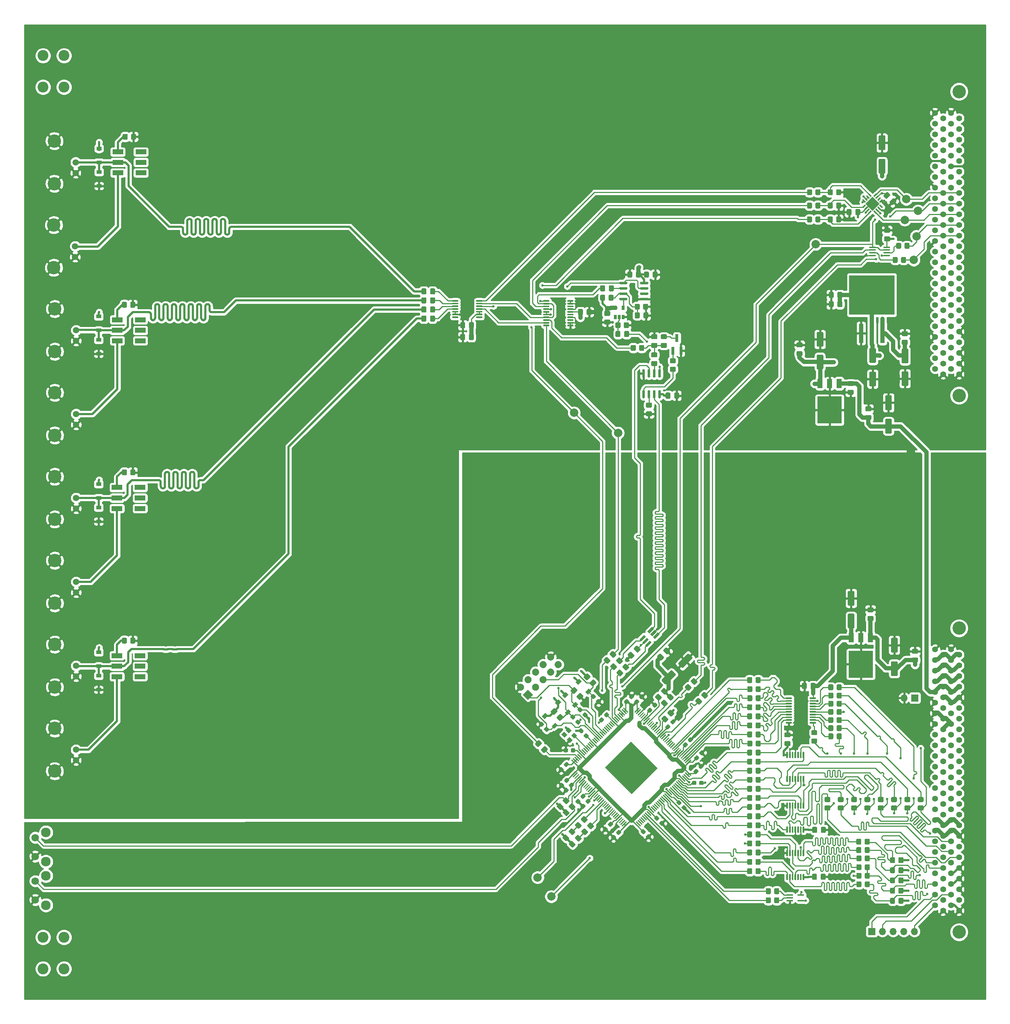
<source format=gbr>
%TF.GenerationSoftware,KiCad,Pcbnew,5.1.10-88a1d61d58~88~ubuntu20.04.1*%
%TF.CreationDate,2021-08-21T21:03:29+02:00*%
%TF.ProjectId,bkm-68x-simple,626b6d2d-3638-4782-9d73-696d706c652e,D*%
%TF.SameCoordinates,Original*%
%TF.FileFunction,Copper,L1,Top*%
%TF.FilePolarity,Positive*%
%FSLAX46Y46*%
G04 Gerber Fmt 4.6, Leading zero omitted, Abs format (unit mm)*
G04 Created by KiCad (PCBNEW 5.1.10-88a1d61d58~88~ubuntu20.04.1) date 2021-08-21 21:03:29*
%MOMM*%
%LPD*%
G01*
G04 APERTURE LIST*
%TA.AperFunction,SMDPad,CuDef*%
%ADD10C,0.100000*%
%TD*%
%TA.AperFunction,ComponentPad*%
%ADD11C,3.200000*%
%TD*%
%TA.AperFunction,ComponentPad*%
%ADD12C,1.400000*%
%TD*%
%TA.AperFunction,ComponentPad*%
%ADD13C,2.300000*%
%TD*%
%TA.AperFunction,ComponentPad*%
%ADD14C,1.800000*%
%TD*%
%TA.AperFunction,ComponentPad*%
%ADD15C,1.500000*%
%TD*%
%TA.AperFunction,SMDPad,CuDef*%
%ADD16R,1.600000X0.300000*%
%TD*%
%TA.AperFunction,SMDPad,CuDef*%
%ADD17R,1.200000X0.900000*%
%TD*%
%TA.AperFunction,SMDPad,CuDef*%
%ADD18C,2.000000*%
%TD*%
%TA.AperFunction,ComponentPad*%
%ADD19R,1.700000X1.700000*%
%TD*%
%TA.AperFunction,ComponentPad*%
%ADD20O,1.700000X1.700000*%
%TD*%
%TA.AperFunction,SMDPad,CuDef*%
%ADD21R,1.200000X2.200000*%
%TD*%
%TA.AperFunction,SMDPad,CuDef*%
%ADD22R,5.800000X6.400000*%
%TD*%
%TA.AperFunction,SMDPad,CuDef*%
%ADD23R,1.100000X4.600000*%
%TD*%
%TA.AperFunction,SMDPad,CuDef*%
%ADD24R,10.800000X9.400000*%
%TD*%
%TA.AperFunction,SMDPad,CuDef*%
%ADD25R,1.500000X0.400000*%
%TD*%
%TA.AperFunction,ComponentPad*%
%ADD26C,0.500000*%
%TD*%
%TA.AperFunction,ComponentPad*%
%ADD27C,0.100000*%
%TD*%
%TA.AperFunction,SMDPad,CuDef*%
%ADD28R,2.500000X1.200000*%
%TD*%
%TA.AperFunction,SMDPad,CuDef*%
%ADD29R,0.800000X1.900000*%
%TD*%
%TA.AperFunction,ComponentPad*%
%ADD30C,2.600000*%
%TD*%
%TA.AperFunction,SMDPad,CuDef*%
%ADD31R,0.650000X1.060000*%
%TD*%
%TA.AperFunction,ViaPad*%
%ADD32C,0.600000*%
%TD*%
%TA.AperFunction,Conductor*%
%ADD33C,0.250000*%
%TD*%
%TA.AperFunction,Conductor*%
%ADD34C,0.500000*%
%TD*%
%TA.AperFunction,Conductor*%
%ADD35C,1.000000*%
%TD*%
%TA.AperFunction,Conductor*%
%ADD36C,0.254000*%
%TD*%
%TA.AperFunction,Conductor*%
%ADD37C,0.100000*%
%TD*%
G04 APERTURE END LIST*
%TO.P,C7,2*%
%TO.N,+5VA*%
%TA.AperFunction,SMDPad,CuDef*%
G36*
G01*
X158154700Y-105935800D02*
X158154700Y-104985800D01*
G75*
G02*
X158404700Y-104735800I250000J0D01*
G01*
X159079700Y-104735800D01*
G75*
G02*
X159329700Y-104985800I0J-250000D01*
G01*
X159329700Y-105935800D01*
G75*
G02*
X159079700Y-106185800I-250000J0D01*
G01*
X158404700Y-106185800D01*
G75*
G02*
X158154700Y-105935800I0J250000D01*
G01*
G37*
%TD.AperFunction*%
%TO.P,C7,1*%
%TO.N,GND*%
%TA.AperFunction,SMDPad,CuDef*%
G36*
G01*
X156079700Y-105935800D02*
X156079700Y-104985800D01*
G75*
G02*
X156329700Y-104735800I250000J0D01*
G01*
X157004700Y-104735800D01*
G75*
G02*
X157254700Y-104985800I0J-250000D01*
G01*
X157254700Y-105935800D01*
G75*
G02*
X157004700Y-106185800I-250000J0D01*
G01*
X156329700Y-106185800D01*
G75*
G02*
X156079700Y-105935800I0J250000D01*
G01*
G37*
%TD.AperFunction*%
%TD*%
%TO.P,U1,1*%
%TO.N,Net-(R11-Pad2)*%
%TA.AperFunction,SMDPad,CuDef*%
G36*
G01*
X252033064Y-77551822D02*
X251909320Y-77428078D01*
G75*
G02*
X251909320Y-77304334I61872J61872D01*
G01*
X252475006Y-76738648D01*
G75*
G02*
X252598750Y-76738648I61872J-61872D01*
G01*
X252722494Y-76862392D01*
G75*
G02*
X252722494Y-76986136I-61872J-61872D01*
G01*
X252156808Y-77551822D01*
G75*
G02*
X252033064Y-77551822I-61872J61872D01*
G01*
G37*
%TD.AperFunction*%
%TO.P,U1,2*%
%TO.N,-5VA*%
%TA.AperFunction,SMDPad,CuDef*%
G36*
G01*
X252492683Y-78011441D02*
X252368939Y-77887697D01*
G75*
G02*
X252368939Y-77763953I61872J61872D01*
G01*
X252934625Y-77198267D01*
G75*
G02*
X253058369Y-77198267I61872J-61872D01*
G01*
X253182113Y-77322011D01*
G75*
G02*
X253182113Y-77445755I-61872J-61872D01*
G01*
X252616427Y-78011441D01*
G75*
G02*
X252492683Y-78011441I-61872J61872D01*
G01*
G37*
%TD.AperFunction*%
%TO.P,U1,3*%
%TO.N,GND*%
%TA.AperFunction,SMDPad,CuDef*%
G36*
G01*
X252952303Y-78471061D02*
X252828559Y-78347317D01*
G75*
G02*
X252828559Y-78223573I61872J61872D01*
G01*
X253394245Y-77657887D01*
G75*
G02*
X253517989Y-77657887I61872J-61872D01*
G01*
X253641733Y-77781631D01*
G75*
G02*
X253641733Y-77905375I-61872J-61872D01*
G01*
X253076047Y-78471061D01*
G75*
G02*
X252952303Y-78471061I-61872J61872D01*
G01*
G37*
%TD.AperFunction*%
%TO.P,U1,4*%
%TO.N,Net-(R13-Pad2)*%
%TA.AperFunction,SMDPad,CuDef*%
G36*
G01*
X253411922Y-78930680D02*
X253288178Y-78806936D01*
G75*
G02*
X253288178Y-78683192I61872J61872D01*
G01*
X253853864Y-78117506D01*
G75*
G02*
X253977608Y-78117506I61872J-61872D01*
G01*
X254101352Y-78241250D01*
G75*
G02*
X254101352Y-78364994I-61872J-61872D01*
G01*
X253535666Y-78930680D01*
G75*
G02*
X253411922Y-78930680I-61872J61872D01*
G01*
G37*
%TD.AperFunction*%
%TO.P,U1,5*%
%TO.N,PB_B*%
%TA.AperFunction,SMDPad,CuDef*%
G36*
G01*
X255144334Y-78930680D02*
X254578648Y-78364994D01*
G75*
G02*
X254578648Y-78241250I61872J61872D01*
G01*
X254702392Y-78117506D01*
G75*
G02*
X254826136Y-78117506I61872J-61872D01*
G01*
X255391822Y-78683192D01*
G75*
G02*
X255391822Y-78806936I-61872J-61872D01*
G01*
X255268078Y-78930680D01*
G75*
G02*
X255144334Y-78930680I-61872J61872D01*
G01*
G37*
%TD.AperFunction*%
%TO.P,U1,6*%
%TO.N,~VIDEO_OE*%
%TA.AperFunction,SMDPad,CuDef*%
G36*
G01*
X255603953Y-78471061D02*
X255038267Y-77905375D01*
G75*
G02*
X255038267Y-77781631I61872J61872D01*
G01*
X255162011Y-77657887D01*
G75*
G02*
X255285755Y-77657887I61872J-61872D01*
G01*
X255851441Y-78223573D01*
G75*
G02*
X255851441Y-78347317I-61872J-61872D01*
G01*
X255727697Y-78471061D01*
G75*
G02*
X255603953Y-78471061I-61872J61872D01*
G01*
G37*
%TD.AperFunction*%
%TO.P,U1,7*%
%TO.N,GND*%
%TA.AperFunction,SMDPad,CuDef*%
G36*
G01*
X256063573Y-78011441D02*
X255497887Y-77445755D01*
G75*
G02*
X255497887Y-77322011I61872J61872D01*
G01*
X255621631Y-77198267D01*
G75*
G02*
X255745375Y-77198267I61872J-61872D01*
G01*
X256311061Y-77763953D01*
G75*
G02*
X256311061Y-77887697I-61872J-61872D01*
G01*
X256187317Y-78011441D01*
G75*
G02*
X256063573Y-78011441I-61872J61872D01*
G01*
G37*
%TD.AperFunction*%
%TO.P,U1,8*%
%TO.N,N/C*%
%TA.AperFunction,SMDPad,CuDef*%
G36*
G01*
X256523192Y-77551822D02*
X255957506Y-76986136D01*
G75*
G02*
X255957506Y-76862392I61872J61872D01*
G01*
X256081250Y-76738648D01*
G75*
G02*
X256204994Y-76738648I61872J-61872D01*
G01*
X256770680Y-77304334D01*
G75*
G02*
X256770680Y-77428078I-61872J-61872D01*
G01*
X256646936Y-77551822D01*
G75*
G02*
X256523192Y-77551822I-61872J61872D01*
G01*
G37*
%TD.AperFunction*%
%TO.P,U1,9*%
%TO.N,GND*%
%TA.AperFunction,SMDPad,CuDef*%
G36*
G01*
X256081250Y-76261352D02*
X255957506Y-76137608D01*
G75*
G02*
X255957506Y-76013864I61872J61872D01*
G01*
X256523192Y-75448178D01*
G75*
G02*
X256646936Y-75448178I61872J-61872D01*
G01*
X256770680Y-75571922D01*
G75*
G02*
X256770680Y-75695666I-61872J-61872D01*
G01*
X256204994Y-76261352D01*
G75*
G02*
X256081250Y-76261352I-61872J61872D01*
G01*
G37*
%TD.AperFunction*%
%TO.P,U1,10*%
%TO.N,N/C*%
%TA.AperFunction,SMDPad,CuDef*%
G36*
G01*
X255621631Y-75801733D02*
X255497887Y-75677989D01*
G75*
G02*
X255497887Y-75554245I61872J61872D01*
G01*
X256063573Y-74988559D01*
G75*
G02*
X256187317Y-74988559I61872J-61872D01*
G01*
X256311061Y-75112303D01*
G75*
G02*
X256311061Y-75236047I-61872J-61872D01*
G01*
X255745375Y-75801733D01*
G75*
G02*
X255621631Y-75801733I-61872J61872D01*
G01*
G37*
%TD.AperFunction*%
%TO.P,U1,11*%
%TO.N,+5VA*%
%TA.AperFunction,SMDPad,CuDef*%
G36*
G01*
X255162011Y-75342113D02*
X255038267Y-75218369D01*
G75*
G02*
X255038267Y-75094625I61872J61872D01*
G01*
X255603953Y-74528939D01*
G75*
G02*
X255727697Y-74528939I61872J-61872D01*
G01*
X255851441Y-74652683D01*
G75*
G02*
X255851441Y-74776427I-61872J-61872D01*
G01*
X255285755Y-75342113D01*
G75*
G02*
X255162011Y-75342113I-61872J61872D01*
G01*
G37*
%TD.AperFunction*%
%TO.P,U1,12*%
%TO.N,PR_R*%
%TA.AperFunction,SMDPad,CuDef*%
G36*
G01*
X254702392Y-74882494D02*
X254578648Y-74758750D01*
G75*
G02*
X254578648Y-74635006I61872J61872D01*
G01*
X255144334Y-74069320D01*
G75*
G02*
X255268078Y-74069320I61872J-61872D01*
G01*
X255391822Y-74193064D01*
G75*
G02*
X255391822Y-74316808I-61872J-61872D01*
G01*
X254826136Y-74882494D01*
G75*
G02*
X254702392Y-74882494I-61872J61872D01*
G01*
G37*
%TD.AperFunction*%
%TO.P,U1,13*%
%TO.N,Net-(R10-Pad2)*%
%TA.AperFunction,SMDPad,CuDef*%
G36*
G01*
X253853864Y-74882494D02*
X253288178Y-74316808D01*
G75*
G02*
X253288178Y-74193064I61872J61872D01*
G01*
X253411922Y-74069320D01*
G75*
G02*
X253535666Y-74069320I61872J-61872D01*
G01*
X254101352Y-74635006D01*
G75*
G02*
X254101352Y-74758750I-61872J-61872D01*
G01*
X253977608Y-74882494D01*
G75*
G02*
X253853864Y-74882494I-61872J61872D01*
G01*
G37*
%TD.AperFunction*%
%TO.P,U1,14*%
%TO.N,~VIDEO_OE*%
%TA.AperFunction,SMDPad,CuDef*%
G36*
G01*
X253394245Y-75342113D02*
X252828559Y-74776427D01*
G75*
G02*
X252828559Y-74652683I61872J61872D01*
G01*
X252952303Y-74528939D01*
G75*
G02*
X253076047Y-74528939I61872J-61872D01*
G01*
X253641733Y-75094625D01*
G75*
G02*
X253641733Y-75218369I-61872J-61872D01*
G01*
X253517989Y-75342113D01*
G75*
G02*
X253394245Y-75342113I-61872J61872D01*
G01*
G37*
%TD.AperFunction*%
%TO.P,U1,15*%
%TA.AperFunction,SMDPad,CuDef*%
G36*
G01*
X252934625Y-75801733D02*
X252368939Y-75236047D01*
G75*
G02*
X252368939Y-75112303I61872J61872D01*
G01*
X252492683Y-74988559D01*
G75*
G02*
X252616427Y-74988559I61872J-61872D01*
G01*
X253182113Y-75554245D01*
G75*
G02*
X253182113Y-75677989I-61872J-61872D01*
G01*
X253058369Y-75801733D01*
G75*
G02*
X252934625Y-75801733I-61872J61872D01*
G01*
G37*
%TD.AperFunction*%
%TO.P,U1,16*%
%TO.N,Y_G*%
%TA.AperFunction,SMDPad,CuDef*%
G36*
G01*
X252475006Y-76261352D02*
X251909320Y-75695666D01*
G75*
G02*
X251909320Y-75571922I61872J61872D01*
G01*
X252033064Y-75448178D01*
G75*
G02*
X252156808Y-75448178I61872J-61872D01*
G01*
X252722494Y-76013864D01*
G75*
G02*
X252722494Y-76137608I-61872J-61872D01*
G01*
X252598750Y-76261352D01*
G75*
G02*
X252475006Y-76261352I-61872J61872D01*
G01*
G37*
%TD.AperFunction*%
%TA.AperFunction,SMDPad,CuDef*%
D10*
%TO.P,U1,17*%
%TO.N,-5VA*%
G36*
X254340000Y-78197056D02*
G01*
X252642944Y-76500000D01*
X254340000Y-74802944D01*
X256037056Y-76500000D01*
X254340000Y-78197056D01*
G37*
%TD.AperFunction*%
%TD*%
D11*
%TO.P,CN985,S*%
%TO.N,N/C*%
X274955000Y-122210000D03*
X274955000Y-49820000D03*
D12*
%TO.P,CN985,B2*%
X274955000Y-56170000D03*
%TO.P,CN985,B4*%
X274955000Y-58710000D03*
%TO.P,CN985,B6*%
X274955000Y-61250000D03*
%TO.P,CN985,B8*%
X274955000Y-63790000D03*
%TO.P,CN985,B10*%
X274955000Y-66330000D03*
%TO.P,CN985,B12*%
X274955000Y-68870000D03*
%TO.P,CN985,B14*%
X274955000Y-71410000D03*
%TO.P,CN985,B16*%
%TO.N,PR_R*%
X274955000Y-73950000D03*
%TO.P,CN985,B18*%
%TO.N,Y_G*%
X274955000Y-76490000D03*
%TO.P,CN985,B20*%
%TO.N,PB_B*%
X274955000Y-79030000D03*
%TO.P,CN985,B22*%
%TO.N,HSYNC*%
X274955000Y-81570000D03*
%TO.P,CN985,B24*%
%TO.N,VSYNC*%
X274955000Y-84110000D03*
%TO.P,CN985,B26*%
%TO.N,VIDEO*%
X274955000Y-86650000D03*
%TO.P,CN985,B28*%
%TO.N,N/C*%
X274955000Y-89190000D03*
%TO.P,CN985,B30*%
X274955000Y-91730000D03*
%TO.P,CN985,B32*%
X274955000Y-94270000D03*
%TO.P,CN985,B34*%
X274955000Y-96810000D03*
%TO.P,CN985,B36*%
X274955000Y-99350000D03*
%TO.P,CN985,B38*%
X274955000Y-101890000D03*
%TO.P,CN985,B40*%
%TO.N,VIDEO_COMP*%
X274955000Y-104430000D03*
%TO.P,CN985,B42*%
%TO.N,GND*%
X274955000Y-106970000D03*
%TO.P,CN985,B44*%
%TO.N,N/C*%
X274955000Y-109510000D03*
%TO.P,CN985,B46*%
%TO.N,GND*%
X274955000Y-112050000D03*
%TO.P,CN985,B48*%
X274955000Y-114590000D03*
%TO.P,CN985,B50*%
X274955000Y-117130000D03*
%TO.P,CN985,A1*%
X269240000Y-54900000D03*
%TO.P,CN985,A3*%
%TO.N,N/C*%
X269240000Y-57440000D03*
%TO.P,CN985,A5*%
X269240000Y-59980000D03*
%TO.P,CN985,A7*%
X269240000Y-62520000D03*
%TO.P,CN985,A9*%
X269240000Y-65060000D03*
%TO.P,CN985,A11*%
X269240000Y-67600000D03*
%TO.P,CN985,A13*%
X269240000Y-70140000D03*
%TO.P,CN985,A15*%
%TO.N,GND*%
X269240000Y-72680000D03*
%TO.P,CN985,A17*%
X269240000Y-75220000D03*
%TO.P,CN985,A19*%
X269240000Y-77760000D03*
%TO.P,CN985,A21*%
X269240000Y-80300000D03*
%TO.P,CN985,A23*%
X269240000Y-82840000D03*
%TO.P,CN985,A25*%
X269240000Y-85380000D03*
%TO.P,CN985,A27*%
%TO.N,N/C*%
X269240000Y-87920000D03*
%TO.P,CN985,A29*%
X269240000Y-90460000D03*
%TO.P,CN985,A31*%
X269240000Y-93000000D03*
%TO.P,CN985,A33*%
X269240000Y-95540000D03*
%TO.P,CN985,A35*%
X269240000Y-98080000D03*
%TO.P,CN985,A37*%
X269240000Y-100620000D03*
%TO.P,CN985,A39*%
X269240000Y-103160000D03*
%TO.P,CN985,A41*%
X269240000Y-105700000D03*
%TO.P,CN985,A43*%
%TO.N,GND*%
X269240000Y-108240000D03*
%TO.P,CN985,A45*%
%TO.N,N/C*%
X269240000Y-110780000D03*
%TO.P,CN985,A47*%
%TO.N,100PCT_P*%
X269240000Y-113320000D03*
%TO.P,CN985,A49*%
%TO.N,SETUP_P*%
X269240000Y-115860000D03*
%TO.P,CN985,A2*%
%TO.N,N/C*%
X271145000Y-56170000D03*
%TO.P,CN985,A4*%
X271145000Y-58710000D03*
%TO.P,CN985,A6*%
X271145000Y-61250000D03*
%TO.P,CN985,A8*%
X271145000Y-63790000D03*
%TO.P,CN985,A10*%
%TO.N,GND*%
X271145000Y-66330000D03*
%TO.P,CN985,A12*%
%TO.N,N/C*%
X271145000Y-68870000D03*
%TO.P,CN985,A14*%
X271145000Y-71410000D03*
%TO.P,CN985,A16*%
%TO.N,PR_R*%
X271145000Y-73950000D03*
%TO.P,CN985,A18*%
%TO.N,Y_G*%
X271145000Y-76490000D03*
%TO.P,CN985,A20*%
%TO.N,PB_B*%
X271145000Y-79030000D03*
%TO.P,CN985,A22*%
%TO.N,HSYNC*%
X271145000Y-81570000D03*
%TO.P,CN985,A24*%
%TO.N,VSYNC*%
X271145000Y-84110000D03*
%TO.P,CN985,A26*%
%TO.N,VIDEO*%
X271145000Y-86650000D03*
%TO.P,CN985,A28*%
%TO.N,N/C*%
X271145000Y-89190000D03*
%TO.P,CN985,A30*%
X271145000Y-91730000D03*
%TO.P,CN985,A32*%
X271145000Y-94270000D03*
%TO.P,CN985,A34*%
X271145000Y-96810000D03*
%TO.P,CN985,A36*%
X271145000Y-99350000D03*
%TO.P,CN985,A38*%
X271145000Y-101890000D03*
%TO.P,CN985,A40*%
%TO.N,VIDEO_COMP*%
X271145000Y-104430000D03*
%TO.P,CN985,A42*%
%TO.N,GND*%
X271145000Y-106970000D03*
%TO.P,CN985,A44*%
%TO.N,N/C*%
X271145000Y-109510000D03*
%TO.P,CN985,A46*%
%TO.N,GND*%
X271145000Y-112050000D03*
%TO.P,CN985,A48*%
X271145000Y-114590000D03*
%TO.P,CN985,A50*%
X271145000Y-117130000D03*
%TO.P,CN985,B1*%
X273050000Y-54900000D03*
%TO.P,CN985,B3*%
%TO.N,N/C*%
X273050000Y-57440000D03*
%TO.P,CN985,B5*%
X273050000Y-59980000D03*
%TO.P,CN985,B7*%
X273050000Y-62520000D03*
%TO.P,CN985,B9*%
X273050000Y-65060000D03*
%TO.P,CN985,B11*%
%TO.N,GND*%
X273050000Y-67600000D03*
%TO.P,CN985,B13*%
%TO.N,N/C*%
X273050000Y-70140000D03*
%TO.P,CN985,B15*%
%TO.N,GND*%
X273050000Y-72680000D03*
%TO.P,CN985,B17*%
X273050000Y-75220000D03*
%TO.P,CN985,B19*%
X273050000Y-77760000D03*
%TO.P,CN985,B21*%
X273050000Y-80300000D03*
%TO.P,CN985,B23*%
X273050000Y-82840000D03*
%TO.P,CN985,B25*%
X273050000Y-85380000D03*
%TO.P,CN985,B27*%
%TO.N,N/C*%
X273050000Y-87920000D03*
%TO.P,CN985,B29*%
X273050000Y-90460000D03*
%TO.P,CN985,B31*%
X273050000Y-93000000D03*
%TO.P,CN985,B33*%
X273050000Y-95540000D03*
%TO.P,CN985,B35*%
X273050000Y-98080000D03*
%TO.P,CN985,B37*%
X273050000Y-100620000D03*
%TO.P,CN985,B39*%
X273050000Y-103160000D03*
%TO.P,CN985,B41*%
X273050000Y-105700000D03*
%TO.P,CN985,B43*%
%TO.N,GND*%
X273050000Y-108240000D03*
%TO.P,CN985,B45*%
%TO.N,N/C*%
X273050000Y-110780000D03*
%TO.P,CN985,B47*%
%TO.N,100PCT_P*%
X273050000Y-113320000D03*
%TO.P,CN985,B49*%
%TO.N,SETUP_P*%
X273050000Y-115860000D03*
%TD*%
D11*
%TO.P,CN986,S*%
%TO.N,N/C*%
X274955000Y-250010000D03*
X274955000Y-177620000D03*
D12*
%TO.P,CN986,B2*%
%TO.N,-15V*%
X274955000Y-183970000D03*
%TO.P,CN986,B4*%
%TO.N,+15V*%
X274955000Y-186510000D03*
%TO.P,CN986,B6*%
%TO.N,-6V*%
X274955000Y-189050000D03*
%TO.P,CN986,B8*%
%TO.N,+6V*%
X274955000Y-191590000D03*
%TO.P,CN986,B10*%
%TO.N,GND*%
X274955000Y-194130000D03*
%TO.P,CN986,B12*%
%TO.N,N/C*%
X274955000Y-196670000D03*
%TO.P,CN986,B14*%
X274955000Y-199210000D03*
%TO.P,CN986,B16*%
X274955000Y-201750000D03*
%TO.P,CN986,B18*%
X274955000Y-204290000D03*
%TO.P,CN986,B20*%
X274955000Y-206830000D03*
%TO.P,CN986,B22*%
X274955000Y-209370000D03*
%TO.P,CN986,B24*%
X274955000Y-211910000D03*
%TO.P,CN986,B26*%
X274955000Y-214450000D03*
%TO.P,CN986,B28*%
X274955000Y-216990000D03*
%TO.P,CN986,B30*%
X274955000Y-219530000D03*
%TO.P,CN986,B32*%
X274955000Y-222070000D03*
%TO.P,CN986,B34*%
%TO.N,STBY_5V*%
X274955000Y-224610000D03*
%TO.P,CN986,B36*%
%TO.N,GND*%
X274955000Y-227150000D03*
%TO.P,CN986,B38*%
%TO.N,AD3*%
X274955000Y-229690000D03*
%TO.P,CN986,B40*%
%TO.N,AD7*%
X274955000Y-232230000D03*
%TO.P,CN986,B42*%
%TO.N,GND*%
X274955000Y-234770000D03*
%TO.P,CN986,B44*%
X274955000Y-237310000D03*
%TO.P,CN986,B46*%
X274955000Y-239850000D03*
%TO.P,CN986,B48*%
%TO.N,JTAG_TMS*%
X274955000Y-242390000D03*
%TO.P,CN986,B50*%
%TO.N,GND*%
X274955000Y-244930000D03*
%TO.P,CN986,A1*%
X269240000Y-182700000D03*
%TO.P,CN986,A3*%
%TO.N,-15V*%
X269240000Y-185240000D03*
%TO.P,CN986,A5*%
%TO.N,+15V*%
X269240000Y-187780000D03*
%TO.P,CN986,A7*%
%TO.N,-6V*%
X269240000Y-190320000D03*
%TO.P,CN986,A9*%
%TO.N,+6V*%
X269240000Y-192860000D03*
%TO.P,CN986,A11*%
%TO.N,GND*%
X269240000Y-195400000D03*
%TO.P,CN986,A13*%
X269240000Y-197940000D03*
%TO.P,CN986,A15*%
X269240000Y-200480000D03*
%TO.P,CN986,A17*%
%TO.N,N/C*%
X269240000Y-203020000D03*
%TO.P,CN986,A19*%
X269240000Y-205560000D03*
%TO.P,CN986,A21*%
X269240000Y-208100000D03*
%TO.P,CN986,A23*%
X269240000Y-210640000D03*
%TO.P,CN986,A25*%
X269240000Y-213180000D03*
%TO.P,CN986,A27*%
X269240000Y-215720000D03*
%TO.P,CN986,A29*%
X269240000Y-218260000D03*
%TO.P,CN986,A31*%
X269240000Y-220800000D03*
%TO.P,CN986,A33*%
%TO.N,STBY_5V*%
X269240000Y-223340000D03*
%TO.P,CN986,A35*%
%TO.N,GND*%
X269240000Y-225880000D03*
%TO.P,CN986,A37*%
%TO.N,AD0*%
X269240000Y-228420000D03*
%TO.P,CN986,A39*%
%TO.N,AD4*%
X269240000Y-230960000D03*
%TO.P,CN986,A41*%
%TO.N,R_~W*%
X269240000Y-233500000D03*
%TO.P,CN986,A43*%
%TO.N,CLK_RW*%
X269240000Y-236040000D03*
%TO.P,CN986,A45*%
%TO.N,~SLOT~_~IRQ~*%
X269240000Y-238580000D03*
%TO.P,CN986,A47*%
%TO.N,JTAG_3.3V*%
X269240000Y-241120000D03*
%TO.P,CN986,A49*%
%TO.N,JTAG_TCK*%
X269240000Y-243660000D03*
%TO.P,CN986,A2*%
%TO.N,-15V*%
X271145000Y-183970000D03*
%TO.P,CN986,A4*%
%TO.N,+15V*%
X271145000Y-186510000D03*
%TO.P,CN986,A6*%
%TO.N,-6V*%
X271145000Y-189050000D03*
%TO.P,CN986,A8*%
%TO.N,+6V*%
X271145000Y-191590000D03*
%TO.P,CN986,A10*%
%TO.N,GND*%
X271145000Y-194130000D03*
%TO.P,CN986,A12*%
%TO.N,N/C*%
X271145000Y-196670000D03*
%TO.P,CN986,A14*%
%TO.N,GND*%
X271145000Y-199210000D03*
%TO.P,CN986,A16*%
X271145000Y-201750000D03*
%TO.P,CN986,A18*%
%TO.N,N/C*%
X271145000Y-204290000D03*
%TO.P,CN986,A20*%
X271145000Y-206830000D03*
%TO.P,CN986,A22*%
X271145000Y-209370000D03*
%TO.P,CN986,A24*%
X271145000Y-211910000D03*
%TO.P,CN986,A26*%
X271145000Y-214450000D03*
%TO.P,CN986,A28*%
X271145000Y-216990000D03*
%TO.P,CN986,A30*%
X271145000Y-219530000D03*
%TO.P,CN986,A32*%
X271145000Y-222070000D03*
%TO.P,CN986,A34*%
%TO.N,STBY_5V*%
X271145000Y-224610000D03*
%TO.P,CN986,A36*%
%TO.N,GND*%
X271145000Y-227150000D03*
%TO.P,CN986,A38*%
%TO.N,AD1*%
X271145000Y-229690000D03*
%TO.P,CN986,A40*%
%TO.N,AD5*%
X271145000Y-232230000D03*
%TO.P,CN986,A42*%
%TO.N,~A~_D*%
X271145000Y-234770000D03*
%TO.P,CN986,A44*%
%TO.N,N/C*%
X271145000Y-237310000D03*
%TO.P,CN986,A46*%
X271145000Y-239850000D03*
%TO.P,CN986,A48*%
%TO.N,JTAG_TDO*%
X271145000Y-242390000D03*
%TO.P,CN986,A50*%
%TO.N,GND*%
X271145000Y-244930000D03*
%TO.P,CN986,B1*%
X273050000Y-182700000D03*
%TO.P,CN986,B3*%
%TO.N,-15V*%
X273050000Y-185240000D03*
%TO.P,CN986,B5*%
%TO.N,+15V*%
X273050000Y-187780000D03*
%TO.P,CN986,B7*%
%TO.N,-6V*%
X273050000Y-190320000D03*
%TO.P,CN986,B9*%
%TO.N,+6V*%
X273050000Y-192860000D03*
%TO.P,CN986,B11*%
%TO.N,GND*%
X273050000Y-195400000D03*
%TO.P,CN986,B13*%
%TO.N,N/C*%
X273050000Y-197940000D03*
%TO.P,CN986,B15*%
%TO.N,GND*%
X273050000Y-200480000D03*
%TO.P,CN986,B17*%
%TO.N,N/C*%
X273050000Y-203020000D03*
%TO.P,CN986,B19*%
X273050000Y-205560000D03*
%TO.P,CN986,B21*%
X273050000Y-208100000D03*
%TO.P,CN986,B23*%
X273050000Y-210640000D03*
%TO.P,CN986,B25*%
X273050000Y-213180000D03*
%TO.P,CN986,B27*%
X273050000Y-215720000D03*
%TO.P,CN986,B29*%
X273050000Y-218260000D03*
%TO.P,CN986,B31*%
X273050000Y-220800000D03*
%TO.P,CN986,B33*%
%TO.N,STBY_5V*%
X273050000Y-223340000D03*
%TO.P,CN986,B35*%
%TO.N,GND*%
X273050000Y-225880000D03*
%TO.P,CN986,B37*%
%TO.N,AD2*%
X273050000Y-228420000D03*
%TO.P,CN986,B39*%
%TO.N,AD6*%
X273050000Y-230960000D03*
%TO.P,CN986,B41*%
%TO.N,~RESET*%
X273050000Y-233500000D03*
%TO.P,CN986,B43*%
%TO.N,GND*%
X273050000Y-236040000D03*
%TO.P,CN986,B45*%
X273050000Y-238580000D03*
%TO.P,CN986,B47*%
%TO.N,JTAG_TDI*%
X273050000Y-241120000D03*
%TO.P,CN986,B49*%
%TO.N,GND*%
X273050000Y-243660000D03*
%TD*%
D13*
%TO.P,SW1,S*%
%TO.N,N/C*%
X57341400Y-243621100D03*
X57341400Y-236621100D03*
D14*
%TO.P,SW1,2*%
%TO.N,GND*%
X54791400Y-242371100D03*
%TO.P,SW1,1*%
%TO.N,FORCE_VIDEO2*%
X54791400Y-237871100D03*
%TD*%
D13*
%TO.P,SW2,S*%
%TO.N,N/C*%
X57341400Y-233270600D03*
X57341400Y-226270600D03*
D14*
%TO.P,SW2,2*%
%TO.N,GND*%
X54791400Y-232020600D03*
%TO.P,SW2,1*%
%TO.N,FORCE_VIDEO*%
X54791400Y-227520600D03*
%TD*%
%TO.P,R77,1*%
%TO.N,FORCE_VIDEO2*%
%TA.AperFunction,SMDPad,CuDef*%
G36*
G01*
X182833665Y-219424737D02*
X183470063Y-220061135D01*
G75*
G02*
X183470063Y-220414687I-176776J-176776D01*
G01*
X182975087Y-220909663D01*
G75*
G02*
X182621535Y-220909663I-176776J176776D01*
G01*
X181985137Y-220273265D01*
G75*
G02*
X181985137Y-219919713I176776J176776D01*
G01*
X182480113Y-219424737D01*
G75*
G02*
X182833665Y-219424737I176776J-176776D01*
G01*
G37*
%TD.AperFunction*%
%TO.P,R77,2*%
%TO.N,+3V3*%
%TA.AperFunction,SMDPad,CuDef*%
G36*
G01*
X181419451Y-220838951D02*
X182055849Y-221475349D01*
G75*
G02*
X182055849Y-221828901I-176776J-176776D01*
G01*
X181560873Y-222323877D01*
G75*
G02*
X181207321Y-222323877I-176776J176776D01*
G01*
X180570923Y-221687479D01*
G75*
G02*
X180570923Y-221333927I176776J176776D01*
G01*
X181065899Y-220838951D01*
G75*
G02*
X181419451Y-220838951I176776J-176776D01*
G01*
G37*
%TD.AperFunction*%
%TD*%
%TA.AperFunction,SMDPad,CuDef*%
D10*
%TO.P,U9,1*%
%TO.N,N/C*%
G36*
X180910429Y-203664086D02*
G01*
X180167967Y-202921624D01*
X180839719Y-202249872D01*
X181582181Y-202992334D01*
X180910429Y-203664086D01*
G37*
%TD.AperFunction*%
%TA.AperFunction,SMDPad,CuDef*%
%TO.P,U9,2*%
%TO.N,GND*%
G36*
X182218576Y-204972233D02*
G01*
X181476114Y-204229771D01*
X182147866Y-203558019D01*
X182890328Y-204300481D01*
X182218576Y-204972233D01*
G37*
%TD.AperFunction*%
%TA.AperFunction,SMDPad,CuDef*%
%TO.P,U9,3*%
%TO.N,/FPGA/CLK_50MHz*%
G36*
X183243881Y-203946928D02*
G01*
X182501419Y-203204466D01*
X183173171Y-202532714D01*
X183915633Y-203275176D01*
X183243881Y-203946928D01*
G37*
%TD.AperFunction*%
%TA.AperFunction,SMDPad,CuDef*%
%TO.P,U9,4*%
%TO.N,+3V3*%
G36*
X181935734Y-202638781D02*
G01*
X181193272Y-201896319D01*
X181865024Y-201224567D01*
X182607486Y-201967029D01*
X181935734Y-202638781D01*
G37*
%TD.AperFunction*%
%TD*%
%TO.P,R72,1*%
%TO.N,Net-(R72-Pad1)*%
%TA.AperFunction,SMDPad,CuDef*%
G36*
G01*
X259131000Y-90366001D02*
X259131000Y-89465999D01*
G75*
G02*
X259380999Y-89216000I249999J0D01*
G01*
X260081001Y-89216000D01*
G75*
G02*
X260331000Y-89465999I0J-249999D01*
G01*
X260331000Y-90366001D01*
G75*
G02*
X260081001Y-90616000I-249999J0D01*
G01*
X259380999Y-90616000D01*
G75*
G02*
X259131000Y-90366001I0J249999D01*
G01*
G37*
%TD.AperFunction*%
%TO.P,R72,2*%
%TO.N,VSYNC*%
%TA.AperFunction,SMDPad,CuDef*%
G36*
G01*
X261131000Y-90366001D02*
X261131000Y-89465999D01*
G75*
G02*
X261380999Y-89216000I249999J0D01*
G01*
X262081001Y-89216000D01*
G75*
G02*
X262331000Y-89465999I0J-249999D01*
G01*
X262331000Y-90366001D01*
G75*
G02*
X262081001Y-90616000I-249999J0D01*
G01*
X261380999Y-90616000D01*
G75*
G02*
X261131000Y-90366001I0J249999D01*
G01*
G37*
%TD.AperFunction*%
%TD*%
%TO.P,R71,2*%
%TO.N,HSYNC*%
%TA.AperFunction,SMDPad,CuDef*%
G36*
G01*
X261956500Y-87000501D02*
X261956500Y-86100499D01*
G75*
G02*
X262206499Y-85850500I249999J0D01*
G01*
X262906501Y-85850500D01*
G75*
G02*
X263156500Y-86100499I0J-249999D01*
G01*
X263156500Y-87000501D01*
G75*
G02*
X262906501Y-87250500I-249999J0D01*
G01*
X262206499Y-87250500D01*
G75*
G02*
X261956500Y-87000501I0J249999D01*
G01*
G37*
%TD.AperFunction*%
%TO.P,R71,1*%
%TO.N,Net-(R71-Pad1)*%
%TA.AperFunction,SMDPad,CuDef*%
G36*
G01*
X259956500Y-87000501D02*
X259956500Y-86100499D01*
G75*
G02*
X260206499Y-85850500I249999J0D01*
G01*
X260906501Y-85850500D01*
G75*
G02*
X261156500Y-86100499I0J-249999D01*
G01*
X261156500Y-87000501D01*
G75*
G02*
X260906501Y-87250500I-249999J0D01*
G01*
X260206499Y-87250500D01*
G75*
G02*
X259956500Y-87000501I0J249999D01*
G01*
G37*
%TD.AperFunction*%
%TD*%
%TO.P,C14,2*%
%TO.N,-6V*%
%TA.AperFunction,SMDPad,CuDef*%
G36*
G01*
X254918300Y-114443800D02*
X253818300Y-114443800D01*
G75*
G02*
X253568300Y-114193800I0J250000D01*
G01*
X253568300Y-111193800D01*
G75*
G02*
X253818300Y-110943800I250000J0D01*
G01*
X254918300Y-110943800D01*
G75*
G02*
X255168300Y-111193800I0J-250000D01*
G01*
X255168300Y-114193800D01*
G75*
G02*
X254918300Y-114443800I-250000J0D01*
G01*
G37*
%TD.AperFunction*%
%TO.P,C14,1*%
%TO.N,GND*%
%TA.AperFunction,SMDPad,CuDef*%
G36*
G01*
X254918300Y-120043800D02*
X253818300Y-120043800D01*
G75*
G02*
X253568300Y-119793800I0J250000D01*
G01*
X253568300Y-116793800D01*
G75*
G02*
X253818300Y-116543800I250000J0D01*
G01*
X254918300Y-116543800D01*
G75*
G02*
X255168300Y-116793800I0J-250000D01*
G01*
X255168300Y-119793800D01*
G75*
G02*
X254918300Y-120043800I-250000J0D01*
G01*
G37*
%TD.AperFunction*%
%TD*%
%TO.P,C15,2*%
%TO.N,GND*%
%TA.AperFunction,SMDPad,CuDef*%
G36*
G01*
X245070300Y-97772200D02*
X245070300Y-98722200D01*
G75*
G02*
X244820300Y-98972200I-250000J0D01*
G01*
X244145300Y-98972200D01*
G75*
G02*
X243895300Y-98722200I0J250000D01*
G01*
X243895300Y-97772200D01*
G75*
G02*
X244145300Y-97522200I250000J0D01*
G01*
X244820300Y-97522200D01*
G75*
G02*
X245070300Y-97772200I0J-250000D01*
G01*
G37*
%TD.AperFunction*%
%TO.P,C15,1*%
%TO.N,-6V*%
%TA.AperFunction,SMDPad,CuDef*%
G36*
G01*
X247145300Y-97772200D02*
X247145300Y-98722200D01*
G75*
G02*
X246895300Y-98972200I-250000J0D01*
G01*
X246220300Y-98972200D01*
G75*
G02*
X245970300Y-98722200I0J250000D01*
G01*
X245970300Y-97772200D01*
G75*
G02*
X246220300Y-97522200I250000J0D01*
G01*
X246895300Y-97522200D01*
G75*
G02*
X247145300Y-97772200I0J-250000D01*
G01*
G37*
%TD.AperFunction*%
%TD*%
%TO.P,U7,14*%
%TO.N,+3V3*%
%TA.AperFunction,SMDPad,CuDef*%
G36*
G01*
X237790000Y-236186000D02*
X237990000Y-236186000D01*
G75*
G02*
X238090000Y-236286000I0J-100000D01*
G01*
X238090000Y-237561000D01*
G75*
G02*
X237990000Y-237661000I-100000J0D01*
G01*
X237790000Y-237661000D01*
G75*
G02*
X237690000Y-237561000I0J100000D01*
G01*
X237690000Y-236286000D01*
G75*
G02*
X237790000Y-236186000I100000J0D01*
G01*
G37*
%TD.AperFunction*%
%TO.P,U7,13*%
%TO.N,N/C*%
%TA.AperFunction,SMDPad,CuDef*%
G36*
G01*
X237140000Y-236186000D02*
X237340000Y-236186000D01*
G75*
G02*
X237440000Y-236286000I0J-100000D01*
G01*
X237440000Y-237561000D01*
G75*
G02*
X237340000Y-237661000I-100000J0D01*
G01*
X237140000Y-237661000D01*
G75*
G02*
X237040000Y-237561000I0J100000D01*
G01*
X237040000Y-236286000D01*
G75*
G02*
X237140000Y-236186000I100000J0D01*
G01*
G37*
%TD.AperFunction*%
%TO.P,U7,12*%
%TA.AperFunction,SMDPad,CuDef*%
G36*
G01*
X236490000Y-236186000D02*
X236690000Y-236186000D01*
G75*
G02*
X236790000Y-236286000I0J-100000D01*
G01*
X236790000Y-237561000D01*
G75*
G02*
X236690000Y-237661000I-100000J0D01*
G01*
X236490000Y-237661000D01*
G75*
G02*
X236390000Y-237561000I0J100000D01*
G01*
X236390000Y-236286000D01*
G75*
G02*
X236490000Y-236186000I100000J0D01*
G01*
G37*
%TD.AperFunction*%
%TO.P,U7,11*%
%TO.N,Net-(R40-Pad1)*%
%TA.AperFunction,SMDPad,CuDef*%
G36*
G01*
X235840000Y-236186000D02*
X236040000Y-236186000D01*
G75*
G02*
X236140000Y-236286000I0J-100000D01*
G01*
X236140000Y-237561000D01*
G75*
G02*
X236040000Y-237661000I-100000J0D01*
G01*
X235840000Y-237661000D01*
G75*
G02*
X235740000Y-237561000I0J100000D01*
G01*
X235740000Y-236286000D01*
G75*
G02*
X235840000Y-236186000I100000J0D01*
G01*
G37*
%TD.AperFunction*%
%TO.P,U7,10*%
%TO.N,Net-(R67-Pad2)*%
%TA.AperFunction,SMDPad,CuDef*%
G36*
G01*
X235190000Y-236186000D02*
X235390000Y-236186000D01*
G75*
G02*
X235490000Y-236286000I0J-100000D01*
G01*
X235490000Y-237561000D01*
G75*
G02*
X235390000Y-237661000I-100000J0D01*
G01*
X235190000Y-237661000D01*
G75*
G02*
X235090000Y-237561000I0J100000D01*
G01*
X235090000Y-236286000D01*
G75*
G02*
X235190000Y-236186000I100000J0D01*
G01*
G37*
%TD.AperFunction*%
%TO.P,U7,9*%
%TO.N,Net-(R38-Pad1)*%
%TA.AperFunction,SMDPad,CuDef*%
G36*
G01*
X234540000Y-236186000D02*
X234740000Y-236186000D01*
G75*
G02*
X234840000Y-236286000I0J-100000D01*
G01*
X234840000Y-237561000D01*
G75*
G02*
X234740000Y-237661000I-100000J0D01*
G01*
X234540000Y-237661000D01*
G75*
G02*
X234440000Y-237561000I0J100000D01*
G01*
X234440000Y-236286000D01*
G75*
G02*
X234540000Y-236186000I100000J0D01*
G01*
G37*
%TD.AperFunction*%
%TO.P,U7,8*%
%TO.N,Net-(R66-Pad2)*%
%TA.AperFunction,SMDPad,CuDef*%
G36*
G01*
X233890000Y-236186000D02*
X234090000Y-236186000D01*
G75*
G02*
X234190000Y-236286000I0J-100000D01*
G01*
X234190000Y-237561000D01*
G75*
G02*
X234090000Y-237661000I-100000J0D01*
G01*
X233890000Y-237661000D01*
G75*
G02*
X233790000Y-237561000I0J100000D01*
G01*
X233790000Y-236286000D01*
G75*
G02*
X233890000Y-236186000I100000J0D01*
G01*
G37*
%TD.AperFunction*%
%TO.P,U7,7*%
%TO.N,GND*%
%TA.AperFunction,SMDPad,CuDef*%
G36*
G01*
X233890000Y-230461000D02*
X234090000Y-230461000D01*
G75*
G02*
X234190000Y-230561000I0J-100000D01*
G01*
X234190000Y-231836000D01*
G75*
G02*
X234090000Y-231936000I-100000J0D01*
G01*
X233890000Y-231936000D01*
G75*
G02*
X233790000Y-231836000I0J100000D01*
G01*
X233790000Y-230561000D01*
G75*
G02*
X233890000Y-230461000I100000J0D01*
G01*
G37*
%TD.AperFunction*%
%TO.P,U7,6*%
%TO.N,Net-(R65-Pad2)*%
%TA.AperFunction,SMDPad,CuDef*%
G36*
G01*
X234540000Y-230461000D02*
X234740000Y-230461000D01*
G75*
G02*
X234840000Y-230561000I0J-100000D01*
G01*
X234840000Y-231836000D01*
G75*
G02*
X234740000Y-231936000I-100000J0D01*
G01*
X234540000Y-231936000D01*
G75*
G02*
X234440000Y-231836000I0J100000D01*
G01*
X234440000Y-230561000D01*
G75*
G02*
X234540000Y-230461000I100000J0D01*
G01*
G37*
%TD.AperFunction*%
%TO.P,U7,5*%
%TO.N,Net-(R36-Pad1)*%
%TA.AperFunction,SMDPad,CuDef*%
G36*
G01*
X235190000Y-230461000D02*
X235390000Y-230461000D01*
G75*
G02*
X235490000Y-230561000I0J-100000D01*
G01*
X235490000Y-231836000D01*
G75*
G02*
X235390000Y-231936000I-100000J0D01*
G01*
X235190000Y-231936000D01*
G75*
G02*
X235090000Y-231836000I0J100000D01*
G01*
X235090000Y-230561000D01*
G75*
G02*
X235190000Y-230461000I100000J0D01*
G01*
G37*
%TD.AperFunction*%
%TO.P,U7,4*%
%TO.N,Net-(R64-Pad2)*%
%TA.AperFunction,SMDPad,CuDef*%
G36*
G01*
X235840000Y-230461000D02*
X236040000Y-230461000D01*
G75*
G02*
X236140000Y-230561000I0J-100000D01*
G01*
X236140000Y-231836000D01*
G75*
G02*
X236040000Y-231936000I-100000J0D01*
G01*
X235840000Y-231936000D01*
G75*
G02*
X235740000Y-231836000I0J100000D01*
G01*
X235740000Y-230561000D01*
G75*
G02*
X235840000Y-230461000I100000J0D01*
G01*
G37*
%TD.AperFunction*%
%TO.P,U7,3*%
%TO.N,Net-(R25-Pad1)*%
%TA.AperFunction,SMDPad,CuDef*%
G36*
G01*
X236490000Y-230461000D02*
X236690000Y-230461000D01*
G75*
G02*
X236790000Y-230561000I0J-100000D01*
G01*
X236790000Y-231836000D01*
G75*
G02*
X236690000Y-231936000I-100000J0D01*
G01*
X236490000Y-231936000D01*
G75*
G02*
X236390000Y-231836000I0J100000D01*
G01*
X236390000Y-230561000D01*
G75*
G02*
X236490000Y-230461000I100000J0D01*
G01*
G37*
%TD.AperFunction*%
%TO.P,U7,2*%
%TO.N,Net-(R63-Pad2)*%
%TA.AperFunction,SMDPad,CuDef*%
G36*
G01*
X237140000Y-230461000D02*
X237340000Y-230461000D01*
G75*
G02*
X237440000Y-230561000I0J-100000D01*
G01*
X237440000Y-231836000D01*
G75*
G02*
X237340000Y-231936000I-100000J0D01*
G01*
X237140000Y-231936000D01*
G75*
G02*
X237040000Y-231836000I0J100000D01*
G01*
X237040000Y-230561000D01*
G75*
G02*
X237140000Y-230461000I100000J0D01*
G01*
G37*
%TD.AperFunction*%
%TO.P,U7,1*%
%TO.N,Net-(R23-Pad1)*%
%TA.AperFunction,SMDPad,CuDef*%
G36*
G01*
X237790000Y-230461000D02*
X237990000Y-230461000D01*
G75*
G02*
X238090000Y-230561000I0J-100000D01*
G01*
X238090000Y-231836000D01*
G75*
G02*
X237990000Y-231936000I-100000J0D01*
G01*
X237790000Y-231936000D01*
G75*
G02*
X237690000Y-231836000I0J100000D01*
G01*
X237690000Y-230561000D01*
G75*
G02*
X237790000Y-230461000I100000J0D01*
G01*
G37*
%TD.AperFunction*%
%TD*%
D15*
%TO.P,J1,2*%
%TO.N,GND*%
X64418000Y-69215000D03*
D11*
X59338000Y-61595000D03*
X59338000Y-71755000D03*
D15*
%TO.P,J1,1*%
%TO.N,PR_R_IN*%
X64418000Y-66675000D03*
%TD*%
%TO.P,J2,2*%
%TO.N,GND*%
X64519600Y-109196800D03*
D11*
X59439600Y-101576800D03*
X59439600Y-111736800D03*
D15*
%TO.P,J2,1*%
%TO.N,Y_G_IN*%
X64519600Y-106656800D03*
%TD*%
%TO.P,J3,2*%
%TO.N,GND*%
X64519600Y-149151000D03*
D11*
X59439600Y-141531000D03*
X59439600Y-151691000D03*
D15*
%TO.P,J3,1*%
%TO.N,PB_B_IN*%
X64519600Y-146611000D03*
%TD*%
%TO.P,J4,2*%
%TO.N,GND*%
X64519600Y-189130600D03*
D11*
X59439600Y-181510600D03*
X59439600Y-191670600D03*
D15*
%TO.P,J4,1*%
%TO.N,EXT_SYNC_IN*%
X64519600Y-186590600D03*
%TD*%
%TO.P,U2,1*%
%TO.N,Net-(C3-Pad1)*%
%TA.AperFunction,SMDPad,CuDef*%
G36*
G01*
X154134000Y-99750000D02*
X154134000Y-99550000D01*
G75*
G02*
X154234000Y-99450000I100000J0D01*
G01*
X155509000Y-99450000D01*
G75*
G02*
X155609000Y-99550000I0J-100000D01*
G01*
X155609000Y-99750000D01*
G75*
G02*
X155509000Y-99850000I-100000J0D01*
G01*
X154234000Y-99850000D01*
G75*
G02*
X154134000Y-99750000I0J100000D01*
G01*
G37*
%TD.AperFunction*%
%TO.P,U2,2*%
%TO.N,Net-(C4-Pad1)*%
%TA.AperFunction,SMDPad,CuDef*%
G36*
G01*
X154134000Y-100400000D02*
X154134000Y-100200000D01*
G75*
G02*
X154234000Y-100100000I100000J0D01*
G01*
X155509000Y-100100000D01*
G75*
G02*
X155609000Y-100200000I0J-100000D01*
G01*
X155609000Y-100400000D01*
G75*
G02*
X155509000Y-100500000I-100000J0D01*
G01*
X154234000Y-100500000D01*
G75*
G02*
X154134000Y-100400000I0J100000D01*
G01*
G37*
%TD.AperFunction*%
%TO.P,U2,3*%
%TO.N,Net-(C5-Pad1)*%
%TA.AperFunction,SMDPad,CuDef*%
G36*
G01*
X154134000Y-101050000D02*
X154134000Y-100850000D01*
G75*
G02*
X154234000Y-100750000I100000J0D01*
G01*
X155509000Y-100750000D01*
G75*
G02*
X155609000Y-100850000I0J-100000D01*
G01*
X155609000Y-101050000D01*
G75*
G02*
X155509000Y-101150000I-100000J0D01*
G01*
X154234000Y-101150000D01*
G75*
G02*
X154134000Y-101050000I0J100000D01*
G01*
G37*
%TD.AperFunction*%
%TO.P,U2,4*%
%TO.N,Net-(C6-Pad1)*%
%TA.AperFunction,SMDPad,CuDef*%
G36*
G01*
X154134000Y-101700000D02*
X154134000Y-101500000D01*
G75*
G02*
X154234000Y-101400000I100000J0D01*
G01*
X155509000Y-101400000D01*
G75*
G02*
X155609000Y-101500000I0J-100000D01*
G01*
X155609000Y-101700000D01*
G75*
G02*
X155509000Y-101800000I-100000J0D01*
G01*
X154234000Y-101800000D01*
G75*
G02*
X154134000Y-101700000I0J100000D01*
G01*
G37*
%TD.AperFunction*%
%TO.P,U2,5*%
%TO.N,GND*%
%TA.AperFunction,SMDPad,CuDef*%
G36*
G01*
X154134000Y-102350000D02*
X154134000Y-102150000D01*
G75*
G02*
X154234000Y-102050000I100000J0D01*
G01*
X155509000Y-102050000D01*
G75*
G02*
X155609000Y-102150000I0J-100000D01*
G01*
X155609000Y-102350000D01*
G75*
G02*
X155509000Y-102450000I-100000J0D01*
G01*
X154234000Y-102450000D01*
G75*
G02*
X154134000Y-102350000I0J100000D01*
G01*
G37*
%TD.AperFunction*%
%TO.P,U2,6*%
%TA.AperFunction,SMDPad,CuDef*%
G36*
G01*
X154134000Y-103000000D02*
X154134000Y-102800000D01*
G75*
G02*
X154234000Y-102700000I100000J0D01*
G01*
X155509000Y-102700000D01*
G75*
G02*
X155609000Y-102800000I0J-100000D01*
G01*
X155609000Y-103000000D01*
G75*
G02*
X155509000Y-103100000I-100000J0D01*
G01*
X154234000Y-103100000D01*
G75*
G02*
X154134000Y-103000000I0J100000D01*
G01*
G37*
%TD.AperFunction*%
%TO.P,U2,7*%
%TO.N,N/C*%
%TA.AperFunction,SMDPad,CuDef*%
G36*
G01*
X154134000Y-103650000D02*
X154134000Y-103450000D01*
G75*
G02*
X154234000Y-103350000I100000J0D01*
G01*
X155509000Y-103350000D01*
G75*
G02*
X155609000Y-103450000I0J-100000D01*
G01*
X155609000Y-103650000D01*
G75*
G02*
X155509000Y-103750000I-100000J0D01*
G01*
X154234000Y-103750000D01*
G75*
G02*
X154134000Y-103650000I0J100000D01*
G01*
G37*
%TD.AperFunction*%
%TO.P,U2,8*%
%TA.AperFunction,SMDPad,CuDef*%
G36*
G01*
X159859000Y-103650000D02*
X159859000Y-103450000D01*
G75*
G02*
X159959000Y-103350000I100000J0D01*
G01*
X161234000Y-103350000D01*
G75*
G02*
X161334000Y-103450000I0J-100000D01*
G01*
X161334000Y-103650000D01*
G75*
G02*
X161234000Y-103750000I-100000J0D01*
G01*
X159959000Y-103750000D01*
G75*
G02*
X159859000Y-103650000I0J100000D01*
G01*
G37*
%TD.AperFunction*%
%TO.P,U2,9*%
%TO.N,+5VA*%
%TA.AperFunction,SMDPad,CuDef*%
G36*
G01*
X159859000Y-103000000D02*
X159859000Y-102800000D01*
G75*
G02*
X159959000Y-102700000I100000J0D01*
G01*
X161234000Y-102700000D01*
G75*
G02*
X161334000Y-102800000I0J-100000D01*
G01*
X161334000Y-103000000D01*
G75*
G02*
X161234000Y-103100000I-100000J0D01*
G01*
X159959000Y-103100000D01*
G75*
G02*
X159859000Y-103000000I0J100000D01*
G01*
G37*
%TD.AperFunction*%
%TO.P,U2,10*%
%TA.AperFunction,SMDPad,CuDef*%
G36*
G01*
X159859000Y-102350000D02*
X159859000Y-102150000D01*
G75*
G02*
X159959000Y-102050000I100000J0D01*
G01*
X161234000Y-102050000D01*
G75*
G02*
X161334000Y-102150000I0J-100000D01*
G01*
X161334000Y-102350000D01*
G75*
G02*
X161234000Y-102450000I-100000J0D01*
G01*
X159959000Y-102450000D01*
G75*
G02*
X159859000Y-102350000I0J100000D01*
G01*
G37*
%TD.AperFunction*%
%TO.P,U2,11*%
%TO.N,EXT_SYNC_AMP*%
%TA.AperFunction,SMDPad,CuDef*%
G36*
G01*
X159859000Y-101700000D02*
X159859000Y-101500000D01*
G75*
G02*
X159959000Y-101400000I100000J0D01*
G01*
X161234000Y-101400000D01*
G75*
G02*
X161334000Y-101500000I0J-100000D01*
G01*
X161334000Y-101700000D01*
G75*
G02*
X161234000Y-101800000I-100000J0D01*
G01*
X159959000Y-101800000D01*
G75*
G02*
X159859000Y-101700000I0J100000D01*
G01*
G37*
%TD.AperFunction*%
%TO.P,U2,12*%
%TO.N,PB_B_AMP*%
%TA.AperFunction,SMDPad,CuDef*%
G36*
G01*
X159859000Y-101050000D02*
X159859000Y-100850000D01*
G75*
G02*
X159959000Y-100750000I100000J0D01*
G01*
X161234000Y-100750000D01*
G75*
G02*
X161334000Y-100850000I0J-100000D01*
G01*
X161334000Y-101050000D01*
G75*
G02*
X161234000Y-101150000I-100000J0D01*
G01*
X159959000Y-101150000D01*
G75*
G02*
X159859000Y-101050000I0J100000D01*
G01*
G37*
%TD.AperFunction*%
%TO.P,U2,13*%
%TO.N,Y_G_AMP*%
%TA.AperFunction,SMDPad,CuDef*%
G36*
G01*
X159859000Y-100400000D02*
X159859000Y-100200000D01*
G75*
G02*
X159959000Y-100100000I100000J0D01*
G01*
X161234000Y-100100000D01*
G75*
G02*
X161334000Y-100200000I0J-100000D01*
G01*
X161334000Y-100400000D01*
G75*
G02*
X161234000Y-100500000I-100000J0D01*
G01*
X159959000Y-100500000D01*
G75*
G02*
X159859000Y-100400000I0J100000D01*
G01*
G37*
%TD.AperFunction*%
%TO.P,U2,14*%
%TO.N,PR_R_AMP*%
%TA.AperFunction,SMDPad,CuDef*%
G36*
G01*
X159859000Y-99750000D02*
X159859000Y-99550000D01*
G75*
G02*
X159959000Y-99450000I100000J0D01*
G01*
X161234000Y-99450000D01*
G75*
G02*
X161334000Y-99550000I0J-100000D01*
G01*
X161334000Y-99750000D01*
G75*
G02*
X161234000Y-99850000I-100000J0D01*
G01*
X159959000Y-99850000D01*
G75*
G02*
X159859000Y-99750000I0J100000D01*
G01*
G37*
%TD.AperFunction*%
%TD*%
%TO.P,U3,1*%
%TO.N,/Video/CSYNC*%
%TA.AperFunction,SMDPad,CuDef*%
G36*
G01*
X203428460Y-115985880D02*
X203728460Y-115985880D01*
G75*
G02*
X203878460Y-116135880I0J-150000D01*
G01*
X203878460Y-117785880D01*
G75*
G02*
X203728460Y-117935880I-150000J0D01*
G01*
X203428460Y-117935880D01*
G75*
G02*
X203278460Y-117785880I0J150000D01*
G01*
X203278460Y-116135880D01*
G75*
G02*
X203428460Y-115985880I150000J0D01*
G01*
G37*
%TD.AperFunction*%
%TO.P,U3,2*%
%TO.N,Net-(C10-Pad1)*%
%TA.AperFunction,SMDPad,CuDef*%
G36*
G01*
X202158460Y-115985880D02*
X202458460Y-115985880D01*
G75*
G02*
X202608460Y-116135880I0J-150000D01*
G01*
X202608460Y-117785880D01*
G75*
G02*
X202458460Y-117935880I-150000J0D01*
G01*
X202158460Y-117935880D01*
G75*
G02*
X202008460Y-117785880I0J150000D01*
G01*
X202008460Y-116135880D01*
G75*
G02*
X202158460Y-115985880I150000J0D01*
G01*
G37*
%TD.AperFunction*%
%TO.P,U3,3*%
%TO.N,VSYNC_SEP*%
%TA.AperFunction,SMDPad,CuDef*%
G36*
G01*
X200888460Y-115985880D02*
X201188460Y-115985880D01*
G75*
G02*
X201338460Y-116135880I0J-150000D01*
G01*
X201338460Y-117785880D01*
G75*
G02*
X201188460Y-117935880I-150000J0D01*
G01*
X200888460Y-117935880D01*
G75*
G02*
X200738460Y-117785880I0J150000D01*
G01*
X200738460Y-116135880D01*
G75*
G02*
X200888460Y-115985880I150000J0D01*
G01*
G37*
%TD.AperFunction*%
%TO.P,U3,4*%
%TO.N,GND*%
%TA.AperFunction,SMDPad,CuDef*%
G36*
G01*
X199618460Y-115985880D02*
X199918460Y-115985880D01*
G75*
G02*
X200068460Y-116135880I0J-150000D01*
G01*
X200068460Y-117785880D01*
G75*
G02*
X199918460Y-117935880I-150000J0D01*
G01*
X199618460Y-117935880D01*
G75*
G02*
X199468460Y-117785880I0J150000D01*
G01*
X199468460Y-116135880D01*
G75*
G02*
X199618460Y-115985880I150000J0D01*
G01*
G37*
%TD.AperFunction*%
%TO.P,U3,5*%
%TO.N,/Video/ISL_SD_HD*%
%TA.AperFunction,SMDPad,CuDef*%
G36*
G01*
X199618460Y-120935880D02*
X199918460Y-120935880D01*
G75*
G02*
X200068460Y-121085880I0J-150000D01*
G01*
X200068460Y-122735880D01*
G75*
G02*
X199918460Y-122885880I-150000J0D01*
G01*
X199618460Y-122885880D01*
G75*
G02*
X199468460Y-122735880I0J150000D01*
G01*
X199468460Y-121085880D01*
G75*
G02*
X199618460Y-120935880I150000J0D01*
G01*
G37*
%TD.AperFunction*%
%TO.P,U3,6*%
%TO.N,Net-(C11-Pad2)*%
%TA.AperFunction,SMDPad,CuDef*%
G36*
G01*
X200888460Y-120935880D02*
X201188460Y-120935880D01*
G75*
G02*
X201338460Y-121085880I0J-150000D01*
G01*
X201338460Y-122735880D01*
G75*
G02*
X201188460Y-122885880I-150000J0D01*
G01*
X200888460Y-122885880D01*
G75*
G02*
X200738460Y-122735880I0J150000D01*
G01*
X200738460Y-121085880D01*
G75*
G02*
X200888460Y-120935880I150000J0D01*
G01*
G37*
%TD.AperFunction*%
%TO.P,U3,7*%
%TO.N,HSYNC_SEP*%
%TA.AperFunction,SMDPad,CuDef*%
G36*
G01*
X202158460Y-120935880D02*
X202458460Y-120935880D01*
G75*
G02*
X202608460Y-121085880I0J-150000D01*
G01*
X202608460Y-122735880D01*
G75*
G02*
X202458460Y-122885880I-150000J0D01*
G01*
X202158460Y-122885880D01*
G75*
G02*
X202008460Y-122735880I0J150000D01*
G01*
X202008460Y-121085880D01*
G75*
G02*
X202158460Y-120935880I150000J0D01*
G01*
G37*
%TD.AperFunction*%
%TO.P,U3,8*%
%TO.N,+5VA*%
%TA.AperFunction,SMDPad,CuDef*%
G36*
G01*
X203428460Y-120935880D02*
X203728460Y-120935880D01*
G75*
G02*
X203878460Y-121085880I0J-150000D01*
G01*
X203878460Y-122735880D01*
G75*
G02*
X203728460Y-122885880I-150000J0D01*
G01*
X203428460Y-122885880D01*
G75*
G02*
X203278460Y-122735880I0J150000D01*
G01*
X203278460Y-121085880D01*
G75*
G02*
X203428460Y-120935880I150000J0D01*
G01*
G37*
%TD.AperFunction*%
%TD*%
%TO.P,U5,1*%
%TO.N,Net-(R15-Pad2)*%
%TA.AperFunction,SMDPad,CuDef*%
G36*
G01*
X234090000Y-214300000D02*
X233890000Y-214300000D01*
G75*
G02*
X233790000Y-214200000I0J100000D01*
G01*
X233790000Y-212925000D01*
G75*
G02*
X233890000Y-212825000I100000J0D01*
G01*
X234090000Y-212825000D01*
G75*
G02*
X234190000Y-212925000I0J-100000D01*
G01*
X234190000Y-214200000D01*
G75*
G02*
X234090000Y-214300000I-100000J0D01*
G01*
G37*
%TD.AperFunction*%
%TO.P,U5,2*%
%TO.N,Net-(R62-Pad1)*%
%TA.AperFunction,SMDPad,CuDef*%
G36*
G01*
X234740000Y-214300000D02*
X234540000Y-214300000D01*
G75*
G02*
X234440000Y-214200000I0J100000D01*
G01*
X234440000Y-212925000D01*
G75*
G02*
X234540000Y-212825000I100000J0D01*
G01*
X234740000Y-212825000D01*
G75*
G02*
X234840000Y-212925000I0J-100000D01*
G01*
X234840000Y-214200000D01*
G75*
G02*
X234740000Y-214300000I-100000J0D01*
G01*
G37*
%TD.AperFunction*%
%TO.P,U5,3*%
%TO.N,Net-(R16-Pad2)*%
%TA.AperFunction,SMDPad,CuDef*%
G36*
G01*
X235390000Y-214300000D02*
X235190000Y-214300000D01*
G75*
G02*
X235090000Y-214200000I0J100000D01*
G01*
X235090000Y-212925000D01*
G75*
G02*
X235190000Y-212825000I100000J0D01*
G01*
X235390000Y-212825000D01*
G75*
G02*
X235490000Y-212925000I0J-100000D01*
G01*
X235490000Y-214200000D01*
G75*
G02*
X235390000Y-214300000I-100000J0D01*
G01*
G37*
%TD.AperFunction*%
%TO.P,U5,4*%
%TO.N,Net-(R47-Pad1)*%
%TA.AperFunction,SMDPad,CuDef*%
G36*
G01*
X236040000Y-214300000D02*
X235840000Y-214300000D01*
G75*
G02*
X235740000Y-214200000I0J100000D01*
G01*
X235740000Y-212925000D01*
G75*
G02*
X235840000Y-212825000I100000J0D01*
G01*
X236040000Y-212825000D01*
G75*
G02*
X236140000Y-212925000I0J-100000D01*
G01*
X236140000Y-214200000D01*
G75*
G02*
X236040000Y-214300000I-100000J0D01*
G01*
G37*
%TD.AperFunction*%
%TO.P,U5,5*%
%TO.N,Net-(R17-Pad2)*%
%TA.AperFunction,SMDPad,CuDef*%
G36*
G01*
X236690000Y-214300000D02*
X236490000Y-214300000D01*
G75*
G02*
X236390000Y-214200000I0J100000D01*
G01*
X236390000Y-212925000D01*
G75*
G02*
X236490000Y-212825000I100000J0D01*
G01*
X236690000Y-212825000D01*
G75*
G02*
X236790000Y-212925000I0J-100000D01*
G01*
X236790000Y-214200000D01*
G75*
G02*
X236690000Y-214300000I-100000J0D01*
G01*
G37*
%TD.AperFunction*%
%TO.P,U5,6*%
%TO.N,Net-(R48-Pad1)*%
%TA.AperFunction,SMDPad,CuDef*%
G36*
G01*
X237340000Y-214300000D02*
X237140000Y-214300000D01*
G75*
G02*
X237040000Y-214200000I0J100000D01*
G01*
X237040000Y-212925000D01*
G75*
G02*
X237140000Y-212825000I100000J0D01*
G01*
X237340000Y-212825000D01*
G75*
G02*
X237440000Y-212925000I0J-100000D01*
G01*
X237440000Y-214200000D01*
G75*
G02*
X237340000Y-214300000I-100000J0D01*
G01*
G37*
%TD.AperFunction*%
%TO.P,U5,7*%
%TO.N,GND*%
%TA.AperFunction,SMDPad,CuDef*%
G36*
G01*
X237990000Y-214300000D02*
X237790000Y-214300000D01*
G75*
G02*
X237690000Y-214200000I0J100000D01*
G01*
X237690000Y-212925000D01*
G75*
G02*
X237790000Y-212825000I100000J0D01*
G01*
X237990000Y-212825000D01*
G75*
G02*
X238090000Y-212925000I0J-100000D01*
G01*
X238090000Y-214200000D01*
G75*
G02*
X237990000Y-214300000I-100000J0D01*
G01*
G37*
%TD.AperFunction*%
%TO.P,U5,8*%
%TO.N,Net-(R49-Pad1)*%
%TA.AperFunction,SMDPad,CuDef*%
G36*
G01*
X237990000Y-208575000D02*
X237790000Y-208575000D01*
G75*
G02*
X237690000Y-208475000I0J100000D01*
G01*
X237690000Y-207200000D01*
G75*
G02*
X237790000Y-207100000I100000J0D01*
G01*
X237990000Y-207100000D01*
G75*
G02*
X238090000Y-207200000I0J-100000D01*
G01*
X238090000Y-208475000D01*
G75*
G02*
X237990000Y-208575000I-100000J0D01*
G01*
G37*
%TD.AperFunction*%
%TO.P,U5,9*%
%TO.N,Net-(R18-Pad2)*%
%TA.AperFunction,SMDPad,CuDef*%
G36*
G01*
X237340000Y-208575000D02*
X237140000Y-208575000D01*
G75*
G02*
X237040000Y-208475000I0J100000D01*
G01*
X237040000Y-207200000D01*
G75*
G02*
X237140000Y-207100000I100000J0D01*
G01*
X237340000Y-207100000D01*
G75*
G02*
X237440000Y-207200000I0J-100000D01*
G01*
X237440000Y-208475000D01*
G75*
G02*
X237340000Y-208575000I-100000J0D01*
G01*
G37*
%TD.AperFunction*%
%TO.P,U5,10*%
%TO.N,N/C*%
%TA.AperFunction,SMDPad,CuDef*%
G36*
G01*
X236690000Y-208575000D02*
X236490000Y-208575000D01*
G75*
G02*
X236390000Y-208475000I0J100000D01*
G01*
X236390000Y-207200000D01*
G75*
G02*
X236490000Y-207100000I100000J0D01*
G01*
X236690000Y-207100000D01*
G75*
G02*
X236790000Y-207200000I0J-100000D01*
G01*
X236790000Y-208475000D01*
G75*
G02*
X236690000Y-208575000I-100000J0D01*
G01*
G37*
%TD.AperFunction*%
%TO.P,U5,11*%
%TO.N,GND*%
%TA.AperFunction,SMDPad,CuDef*%
G36*
G01*
X236040000Y-208575000D02*
X235840000Y-208575000D01*
G75*
G02*
X235740000Y-208475000I0J100000D01*
G01*
X235740000Y-207200000D01*
G75*
G02*
X235840000Y-207100000I100000J0D01*
G01*
X236040000Y-207100000D01*
G75*
G02*
X236140000Y-207200000I0J-100000D01*
G01*
X236140000Y-208475000D01*
G75*
G02*
X236040000Y-208575000I-100000J0D01*
G01*
G37*
%TD.AperFunction*%
%TO.P,U5,12*%
%TO.N,N/C*%
%TA.AperFunction,SMDPad,CuDef*%
G36*
G01*
X235390000Y-208575000D02*
X235190000Y-208575000D01*
G75*
G02*
X235090000Y-208475000I0J100000D01*
G01*
X235090000Y-207200000D01*
G75*
G02*
X235190000Y-207100000I100000J0D01*
G01*
X235390000Y-207100000D01*
G75*
G02*
X235490000Y-207200000I0J-100000D01*
G01*
X235490000Y-208475000D01*
G75*
G02*
X235390000Y-208575000I-100000J0D01*
G01*
G37*
%TD.AperFunction*%
%TO.P,U5,13*%
%TO.N,GND*%
%TA.AperFunction,SMDPad,CuDef*%
G36*
G01*
X234740000Y-208575000D02*
X234540000Y-208575000D01*
G75*
G02*
X234440000Y-208475000I0J100000D01*
G01*
X234440000Y-207200000D01*
G75*
G02*
X234540000Y-207100000I100000J0D01*
G01*
X234740000Y-207100000D01*
G75*
G02*
X234840000Y-207200000I0J-100000D01*
G01*
X234840000Y-208475000D01*
G75*
G02*
X234740000Y-208575000I-100000J0D01*
G01*
G37*
%TD.AperFunction*%
%TO.P,U5,14*%
%TO.N,+3V3*%
%TA.AperFunction,SMDPad,CuDef*%
G36*
G01*
X234090000Y-208575000D02*
X233890000Y-208575000D01*
G75*
G02*
X233790000Y-208475000I0J100000D01*
G01*
X233790000Y-207200000D01*
G75*
G02*
X233890000Y-207100000I100000J0D01*
G01*
X234090000Y-207100000D01*
G75*
G02*
X234190000Y-207200000I0J-100000D01*
G01*
X234190000Y-208475000D01*
G75*
G02*
X234090000Y-208575000I-100000J0D01*
G01*
G37*
%TD.AperFunction*%
%TD*%
%TO.P,U6,14*%
%TO.N,+3V3*%
%TA.AperFunction,SMDPad,CuDef*%
G36*
G01*
X237790000Y-224883000D02*
X237990000Y-224883000D01*
G75*
G02*
X238090000Y-224983000I0J-100000D01*
G01*
X238090000Y-226258000D01*
G75*
G02*
X237990000Y-226358000I-100000J0D01*
G01*
X237790000Y-226358000D01*
G75*
G02*
X237690000Y-226258000I0J100000D01*
G01*
X237690000Y-224983000D01*
G75*
G02*
X237790000Y-224883000I100000J0D01*
G01*
G37*
%TD.AperFunction*%
%TO.P,U6,13*%
%TO.N,GND*%
%TA.AperFunction,SMDPad,CuDef*%
G36*
G01*
X237140000Y-224883000D02*
X237340000Y-224883000D01*
G75*
G02*
X237440000Y-224983000I0J-100000D01*
G01*
X237440000Y-226258000D01*
G75*
G02*
X237340000Y-226358000I-100000J0D01*
G01*
X237140000Y-226358000D01*
G75*
G02*
X237040000Y-226258000I0J100000D01*
G01*
X237040000Y-224983000D01*
G75*
G02*
X237140000Y-224883000I100000J0D01*
G01*
G37*
%TD.AperFunction*%
%TO.P,U6,12*%
%TO.N,N/C*%
%TA.AperFunction,SMDPad,CuDef*%
G36*
G01*
X236490000Y-224883000D02*
X236690000Y-224883000D01*
G75*
G02*
X236790000Y-224983000I0J-100000D01*
G01*
X236790000Y-226258000D01*
G75*
G02*
X236690000Y-226358000I-100000J0D01*
G01*
X236490000Y-226358000D01*
G75*
G02*
X236390000Y-226258000I0J100000D01*
G01*
X236390000Y-224983000D01*
G75*
G02*
X236490000Y-224883000I100000J0D01*
G01*
G37*
%TD.AperFunction*%
%TO.P,U6,11*%
%TO.N,GND*%
%TA.AperFunction,SMDPad,CuDef*%
G36*
G01*
X235840000Y-224883000D02*
X236040000Y-224883000D01*
G75*
G02*
X236140000Y-224983000I0J-100000D01*
G01*
X236140000Y-226258000D01*
G75*
G02*
X236040000Y-226358000I-100000J0D01*
G01*
X235840000Y-226358000D01*
G75*
G02*
X235740000Y-226258000I0J100000D01*
G01*
X235740000Y-224983000D01*
G75*
G02*
X235840000Y-224883000I100000J0D01*
G01*
G37*
%TD.AperFunction*%
%TO.P,U6,10*%
%TO.N,N/C*%
%TA.AperFunction,SMDPad,CuDef*%
G36*
G01*
X235190000Y-224883000D02*
X235390000Y-224883000D01*
G75*
G02*
X235490000Y-224983000I0J-100000D01*
G01*
X235490000Y-226258000D01*
G75*
G02*
X235390000Y-226358000I-100000J0D01*
G01*
X235190000Y-226358000D01*
G75*
G02*
X235090000Y-226258000I0J100000D01*
G01*
X235090000Y-224983000D01*
G75*
G02*
X235190000Y-224883000I100000J0D01*
G01*
G37*
%TD.AperFunction*%
%TO.P,U6,9*%
%TO.N,Net-(R22-Pad2)*%
%TA.AperFunction,SMDPad,CuDef*%
G36*
G01*
X234540000Y-224883000D02*
X234740000Y-224883000D01*
G75*
G02*
X234840000Y-224983000I0J-100000D01*
G01*
X234840000Y-226258000D01*
G75*
G02*
X234740000Y-226358000I-100000J0D01*
G01*
X234540000Y-226358000D01*
G75*
G02*
X234440000Y-226258000I0J100000D01*
G01*
X234440000Y-224983000D01*
G75*
G02*
X234540000Y-224883000I100000J0D01*
G01*
G37*
%TD.AperFunction*%
%TO.P,U6,8*%
%TO.N,Net-(R53-Pad1)*%
%TA.AperFunction,SMDPad,CuDef*%
G36*
G01*
X233890000Y-224883000D02*
X234090000Y-224883000D01*
G75*
G02*
X234190000Y-224983000I0J-100000D01*
G01*
X234190000Y-226258000D01*
G75*
G02*
X234090000Y-226358000I-100000J0D01*
G01*
X233890000Y-226358000D01*
G75*
G02*
X233790000Y-226258000I0J100000D01*
G01*
X233790000Y-224983000D01*
G75*
G02*
X233890000Y-224883000I100000J0D01*
G01*
G37*
%TD.AperFunction*%
%TO.P,U6,7*%
%TO.N,GND*%
%TA.AperFunction,SMDPad,CuDef*%
G36*
G01*
X233890000Y-219158000D02*
X234090000Y-219158000D01*
G75*
G02*
X234190000Y-219258000I0J-100000D01*
G01*
X234190000Y-220533000D01*
G75*
G02*
X234090000Y-220633000I-100000J0D01*
G01*
X233890000Y-220633000D01*
G75*
G02*
X233790000Y-220533000I0J100000D01*
G01*
X233790000Y-219258000D01*
G75*
G02*
X233890000Y-219158000I100000J0D01*
G01*
G37*
%TD.AperFunction*%
%TO.P,U6,6*%
%TO.N,Net-(R52-Pad1)*%
%TA.AperFunction,SMDPad,CuDef*%
G36*
G01*
X234540000Y-219158000D02*
X234740000Y-219158000D01*
G75*
G02*
X234840000Y-219258000I0J-100000D01*
G01*
X234840000Y-220533000D01*
G75*
G02*
X234740000Y-220633000I-100000J0D01*
G01*
X234540000Y-220633000D01*
G75*
G02*
X234440000Y-220533000I0J100000D01*
G01*
X234440000Y-219258000D01*
G75*
G02*
X234540000Y-219158000I100000J0D01*
G01*
G37*
%TD.AperFunction*%
%TO.P,U6,5*%
%TO.N,Net-(R21-Pad2)*%
%TA.AperFunction,SMDPad,CuDef*%
G36*
G01*
X235190000Y-219158000D02*
X235390000Y-219158000D01*
G75*
G02*
X235490000Y-219258000I0J-100000D01*
G01*
X235490000Y-220533000D01*
G75*
G02*
X235390000Y-220633000I-100000J0D01*
G01*
X235190000Y-220633000D01*
G75*
G02*
X235090000Y-220533000I0J100000D01*
G01*
X235090000Y-219258000D01*
G75*
G02*
X235190000Y-219158000I100000J0D01*
G01*
G37*
%TD.AperFunction*%
%TO.P,U6,4*%
%TO.N,Net-(R51-Pad1)*%
%TA.AperFunction,SMDPad,CuDef*%
G36*
G01*
X235840000Y-219158000D02*
X236040000Y-219158000D01*
G75*
G02*
X236140000Y-219258000I0J-100000D01*
G01*
X236140000Y-220533000D01*
G75*
G02*
X236040000Y-220633000I-100000J0D01*
G01*
X235840000Y-220633000D01*
G75*
G02*
X235740000Y-220533000I0J100000D01*
G01*
X235740000Y-219258000D01*
G75*
G02*
X235840000Y-219158000I100000J0D01*
G01*
G37*
%TD.AperFunction*%
%TO.P,U6,3*%
%TO.N,Net-(R20-Pad2)*%
%TA.AperFunction,SMDPad,CuDef*%
G36*
G01*
X236490000Y-219158000D02*
X236690000Y-219158000D01*
G75*
G02*
X236790000Y-219258000I0J-100000D01*
G01*
X236790000Y-220533000D01*
G75*
G02*
X236690000Y-220633000I-100000J0D01*
G01*
X236490000Y-220633000D01*
G75*
G02*
X236390000Y-220533000I0J100000D01*
G01*
X236390000Y-219258000D01*
G75*
G02*
X236490000Y-219158000I100000J0D01*
G01*
G37*
%TD.AperFunction*%
%TO.P,U6,2*%
%TO.N,Net-(R50-Pad1)*%
%TA.AperFunction,SMDPad,CuDef*%
G36*
G01*
X237140000Y-219158000D02*
X237340000Y-219158000D01*
G75*
G02*
X237440000Y-219258000I0J-100000D01*
G01*
X237440000Y-220533000D01*
G75*
G02*
X237340000Y-220633000I-100000J0D01*
G01*
X237140000Y-220633000D01*
G75*
G02*
X237040000Y-220533000I0J100000D01*
G01*
X237040000Y-219258000D01*
G75*
G02*
X237140000Y-219158000I100000J0D01*
G01*
G37*
%TD.AperFunction*%
%TO.P,U6,1*%
%TO.N,Net-(R19-Pad2)*%
%TA.AperFunction,SMDPad,CuDef*%
G36*
G01*
X237790000Y-219158000D02*
X237990000Y-219158000D01*
G75*
G02*
X238090000Y-219258000I0J-100000D01*
G01*
X238090000Y-220533000D01*
G75*
G02*
X237990000Y-220633000I-100000J0D01*
G01*
X237790000Y-220633000D01*
G75*
G02*
X237690000Y-220533000I0J100000D01*
G01*
X237690000Y-219258000D01*
G75*
G02*
X237790000Y-219158000I100000J0D01*
G01*
G37*
%TD.AperFunction*%
%TD*%
D16*
%TO.P,U8,1*%
%TO.N,~VIDEO_OE*%
X254332000Y-86909000D03*
%TO.P,U8,2*%
%TO.N,HSYNC_OUT*%
X254332000Y-87559000D03*
%TO.P,U8,3*%
%TO.N,Net-(R72-Pad1)*%
X254332000Y-88209000D03*
%TO.P,U8,4*%
%TO.N,GND*%
X254332000Y-88859000D03*
%TO.P,U8,5*%
%TO.N,VSYNC_OUT*%
X257732000Y-88859000D03*
%TO.P,U8,6*%
%TO.N,Net-(R71-Pad1)*%
X257732000Y-88209000D03*
%TO.P,U8,7*%
%TO.N,~VIDEO_OE*%
X257732000Y-87559000D03*
%TO.P,U8,8*%
%TO.N,+5VA*%
X257732000Y-86909000D03*
%TD*%
%TO.P,C1,1*%
%TO.N,-5VA*%
%TA.AperFunction,SMDPad,CuDef*%
G36*
G01*
X251412200Y-78038600D02*
X251412200Y-78988600D01*
G75*
G02*
X251162200Y-79238600I-250000J0D01*
G01*
X250487200Y-79238600D01*
G75*
G02*
X250237200Y-78988600I0J250000D01*
G01*
X250237200Y-78038600D01*
G75*
G02*
X250487200Y-77788600I250000J0D01*
G01*
X251162200Y-77788600D01*
G75*
G02*
X251412200Y-78038600I0J-250000D01*
G01*
G37*
%TD.AperFunction*%
%TO.P,C1,2*%
%TO.N,GND*%
%TA.AperFunction,SMDPad,CuDef*%
G36*
G01*
X249337200Y-78038600D02*
X249337200Y-78988600D01*
G75*
G02*
X249087200Y-79238600I-250000J0D01*
G01*
X248412200Y-79238600D01*
G75*
G02*
X248162200Y-78988600I0J250000D01*
G01*
X248162200Y-78038600D01*
G75*
G02*
X248412200Y-77788600I250000J0D01*
G01*
X249087200Y-77788600D01*
G75*
G02*
X249337200Y-78038600I0J-250000D01*
G01*
G37*
%TD.AperFunction*%
%TD*%
%TO.P,C2,1*%
%TO.N,+5VA*%
%TA.AperFunction,SMDPad,CuDef*%
G36*
G01*
X256989076Y-74474627D02*
X257660827Y-73802876D01*
G75*
G02*
X258014381Y-73802876I176777J-176777D01*
G01*
X258491678Y-74280173D01*
G75*
G02*
X258491678Y-74633727I-176777J-176777D01*
G01*
X257819927Y-75305478D01*
G75*
G02*
X257466373Y-75305478I-176777J176777D01*
G01*
X256989076Y-74828181D01*
G75*
G02*
X256989076Y-74474627I176777J176777D01*
G01*
G37*
%TD.AperFunction*%
%TO.P,C2,2*%
%TO.N,GND*%
%TA.AperFunction,SMDPad,CuDef*%
G36*
G01*
X258456322Y-75941873D02*
X259128073Y-75270122D01*
G75*
G02*
X259481627Y-75270122I176777J-176777D01*
G01*
X259958924Y-75747419D01*
G75*
G02*
X259958924Y-76100973I-176777J-176777D01*
G01*
X259287173Y-76772724D01*
G75*
G02*
X258933619Y-76772724I-176777J176777D01*
G01*
X258456322Y-76295427D01*
G75*
G02*
X258456322Y-75941873I176777J176777D01*
G01*
G37*
%TD.AperFunction*%
%TD*%
%TO.P,C3,2*%
%TO.N,PR_R_IN*%
%TA.AperFunction,SMDPad,CuDef*%
G36*
G01*
X148001000Y-96934000D02*
X148001000Y-97884000D01*
G75*
G02*
X147751000Y-98134000I-250000J0D01*
G01*
X147076000Y-98134000D01*
G75*
G02*
X146826000Y-97884000I0J250000D01*
G01*
X146826000Y-96934000D01*
G75*
G02*
X147076000Y-96684000I250000J0D01*
G01*
X147751000Y-96684000D01*
G75*
G02*
X148001000Y-96934000I0J-250000D01*
G01*
G37*
%TD.AperFunction*%
%TO.P,C3,1*%
%TO.N,Net-(C3-Pad1)*%
%TA.AperFunction,SMDPad,CuDef*%
G36*
G01*
X150076000Y-96934000D02*
X150076000Y-97884000D01*
G75*
G02*
X149826000Y-98134000I-250000J0D01*
G01*
X149151000Y-98134000D01*
G75*
G02*
X148901000Y-97884000I0J250000D01*
G01*
X148901000Y-96934000D01*
G75*
G02*
X149151000Y-96684000I250000J0D01*
G01*
X149826000Y-96684000D01*
G75*
G02*
X150076000Y-96934000I0J-250000D01*
G01*
G37*
%TD.AperFunction*%
%TD*%
%TO.P,C4,1*%
%TO.N,Net-(C4-Pad1)*%
%TA.AperFunction,SMDPad,CuDef*%
G36*
G01*
X150076000Y-99093000D02*
X150076000Y-100043000D01*
G75*
G02*
X149826000Y-100293000I-250000J0D01*
G01*
X149151000Y-100293000D01*
G75*
G02*
X148901000Y-100043000I0J250000D01*
G01*
X148901000Y-99093000D01*
G75*
G02*
X149151000Y-98843000I250000J0D01*
G01*
X149826000Y-98843000D01*
G75*
G02*
X150076000Y-99093000I0J-250000D01*
G01*
G37*
%TD.AperFunction*%
%TO.P,C4,2*%
%TO.N,Y_G_IN*%
%TA.AperFunction,SMDPad,CuDef*%
G36*
G01*
X148001000Y-99093000D02*
X148001000Y-100043000D01*
G75*
G02*
X147751000Y-100293000I-250000J0D01*
G01*
X147076000Y-100293000D01*
G75*
G02*
X146826000Y-100043000I0J250000D01*
G01*
X146826000Y-99093000D01*
G75*
G02*
X147076000Y-98843000I250000J0D01*
G01*
X147751000Y-98843000D01*
G75*
G02*
X148001000Y-99093000I0J-250000D01*
G01*
G37*
%TD.AperFunction*%
%TD*%
%TO.P,C5,2*%
%TO.N,PB_B_IN*%
%TA.AperFunction,SMDPad,CuDef*%
G36*
G01*
X147991500Y-101252000D02*
X147991500Y-102202000D01*
G75*
G02*
X147741500Y-102452000I-250000J0D01*
G01*
X147066500Y-102452000D01*
G75*
G02*
X146816500Y-102202000I0J250000D01*
G01*
X146816500Y-101252000D01*
G75*
G02*
X147066500Y-101002000I250000J0D01*
G01*
X147741500Y-101002000D01*
G75*
G02*
X147991500Y-101252000I0J-250000D01*
G01*
G37*
%TD.AperFunction*%
%TO.P,C5,1*%
%TO.N,Net-(C5-Pad1)*%
%TA.AperFunction,SMDPad,CuDef*%
G36*
G01*
X150066500Y-101252000D02*
X150066500Y-102202000D01*
G75*
G02*
X149816500Y-102452000I-250000J0D01*
G01*
X149141500Y-102452000D01*
G75*
G02*
X148891500Y-102202000I0J250000D01*
G01*
X148891500Y-101252000D01*
G75*
G02*
X149141500Y-101002000I250000J0D01*
G01*
X149816500Y-101002000D01*
G75*
G02*
X150066500Y-101252000I0J-250000D01*
G01*
G37*
%TD.AperFunction*%
%TD*%
%TO.P,C6,1*%
%TO.N,Net-(C6-Pad1)*%
%TA.AperFunction,SMDPad,CuDef*%
G36*
G01*
X150066500Y-103411000D02*
X150066500Y-104361000D01*
G75*
G02*
X149816500Y-104611000I-250000J0D01*
G01*
X149141500Y-104611000D01*
G75*
G02*
X148891500Y-104361000I0J250000D01*
G01*
X148891500Y-103411000D01*
G75*
G02*
X149141500Y-103161000I250000J0D01*
G01*
X149816500Y-103161000D01*
G75*
G02*
X150066500Y-103411000I0J-250000D01*
G01*
G37*
%TD.AperFunction*%
%TO.P,C6,2*%
%TO.N,EXT_SYNC_IN*%
%TA.AperFunction,SMDPad,CuDef*%
G36*
G01*
X147991500Y-103411000D02*
X147991500Y-104361000D01*
G75*
G02*
X147741500Y-104611000I-250000J0D01*
G01*
X147066500Y-104611000D01*
G75*
G02*
X146816500Y-104361000I0J250000D01*
G01*
X146816500Y-103411000D01*
G75*
G02*
X147066500Y-103161000I250000J0D01*
G01*
X147741500Y-103161000D01*
G75*
G02*
X147991500Y-103411000I0J-250000D01*
G01*
G37*
%TD.AperFunction*%
%TD*%
%TO.P,C9,2*%
%TO.N,+5VA*%
%TA.AperFunction,SMDPad,CuDef*%
G36*
G01*
X185300200Y-101836200D02*
X185300200Y-102786200D01*
G75*
G02*
X185050200Y-103036200I-250000J0D01*
G01*
X184375200Y-103036200D01*
G75*
G02*
X184125200Y-102786200I0J250000D01*
G01*
X184125200Y-101836200D01*
G75*
G02*
X184375200Y-101586200I250000J0D01*
G01*
X185050200Y-101586200D01*
G75*
G02*
X185300200Y-101836200I0J-250000D01*
G01*
G37*
%TD.AperFunction*%
%TO.P,C9,1*%
%TO.N,GND*%
%TA.AperFunction,SMDPad,CuDef*%
G36*
G01*
X187375200Y-101836200D02*
X187375200Y-102786200D01*
G75*
G02*
X187125200Y-103036200I-250000J0D01*
G01*
X186450200Y-103036200D01*
G75*
G02*
X186200200Y-102786200I0J250000D01*
G01*
X186200200Y-101836200D01*
G75*
G02*
X186450200Y-101586200I250000J0D01*
G01*
X187125200Y-101586200D01*
G75*
G02*
X187375200Y-101836200I0J-250000D01*
G01*
G37*
%TD.AperFunction*%
%TD*%
%TO.P,C10,2*%
%TO.N,SYNC_SRC_FILTER*%
%TA.AperFunction,SMDPad,CuDef*%
G36*
G01*
X202786000Y-113113400D02*
X201836000Y-113113400D01*
G75*
G02*
X201586000Y-112863400I0J250000D01*
G01*
X201586000Y-112188400D01*
G75*
G02*
X201836000Y-111938400I250000J0D01*
G01*
X202786000Y-111938400D01*
G75*
G02*
X203036000Y-112188400I0J-250000D01*
G01*
X203036000Y-112863400D01*
G75*
G02*
X202786000Y-113113400I-250000J0D01*
G01*
G37*
%TD.AperFunction*%
%TO.P,C10,1*%
%TO.N,Net-(C10-Pad1)*%
%TA.AperFunction,SMDPad,CuDef*%
G36*
G01*
X202786000Y-115188400D02*
X201836000Y-115188400D01*
G75*
G02*
X201586000Y-114938400I0J250000D01*
G01*
X201586000Y-114263400D01*
G75*
G02*
X201836000Y-114013400I250000J0D01*
G01*
X202786000Y-114013400D01*
G75*
G02*
X203036000Y-114263400I0J-250000D01*
G01*
X203036000Y-114938400D01*
G75*
G02*
X202786000Y-115188400I-250000J0D01*
G01*
G37*
%TD.AperFunction*%
%TD*%
%TO.P,C11,1*%
%TO.N,GND*%
%TA.AperFunction,SMDPad,CuDef*%
G36*
G01*
X201516000Y-127164500D02*
X200566000Y-127164500D01*
G75*
G02*
X200316000Y-126914500I0J250000D01*
G01*
X200316000Y-126239500D01*
G75*
G02*
X200566000Y-125989500I250000J0D01*
G01*
X201516000Y-125989500D01*
G75*
G02*
X201766000Y-126239500I0J-250000D01*
G01*
X201766000Y-126914500D01*
G75*
G02*
X201516000Y-127164500I-250000J0D01*
G01*
G37*
%TD.AperFunction*%
%TO.P,C11,2*%
%TO.N,Net-(C11-Pad2)*%
%TA.AperFunction,SMDPad,CuDef*%
G36*
G01*
X201516000Y-125089500D02*
X200566000Y-125089500D01*
G75*
G02*
X200316000Y-124839500I0J250000D01*
G01*
X200316000Y-124164500D01*
G75*
G02*
X200566000Y-123914500I250000J0D01*
G01*
X201516000Y-123914500D01*
G75*
G02*
X201766000Y-124164500I0J-250000D01*
G01*
X201766000Y-124839500D01*
G75*
G02*
X201516000Y-125089500I-250000J0D01*
G01*
G37*
%TD.AperFunction*%
%TD*%
%TO.P,C13,2*%
%TO.N,GND*%
%TA.AperFunction,SMDPad,CuDef*%
G36*
G01*
X258285000Y-83433500D02*
X257335000Y-83433500D01*
G75*
G02*
X257085000Y-83183500I0J250000D01*
G01*
X257085000Y-82508500D01*
G75*
G02*
X257335000Y-82258500I250000J0D01*
G01*
X258285000Y-82258500D01*
G75*
G02*
X258535000Y-82508500I0J-250000D01*
G01*
X258535000Y-83183500D01*
G75*
G02*
X258285000Y-83433500I-250000J0D01*
G01*
G37*
%TD.AperFunction*%
%TO.P,C13,1*%
%TO.N,+5VA*%
%TA.AperFunction,SMDPad,CuDef*%
G36*
G01*
X258285000Y-85508500D02*
X257335000Y-85508500D01*
G75*
G02*
X257085000Y-85258500I0J250000D01*
G01*
X257085000Y-84583500D01*
G75*
G02*
X257335000Y-84333500I250000J0D01*
G01*
X258285000Y-84333500D01*
G75*
G02*
X258535000Y-84583500I0J-250000D01*
G01*
X258535000Y-85258500D01*
G75*
G02*
X258285000Y-85508500I-250000J0D01*
G01*
G37*
%TD.AperFunction*%
%TD*%
%TO.P,C16,1*%
%TO.N,+6V*%
%TA.AperFunction,SMDPad,CuDef*%
G36*
G01*
X258690200Y-131270600D02*
X257590200Y-131270600D01*
G75*
G02*
X257340200Y-131020600I0J250000D01*
G01*
X257340200Y-128020600D01*
G75*
G02*
X257590200Y-127770600I250000J0D01*
G01*
X258690200Y-127770600D01*
G75*
G02*
X258940200Y-128020600I0J-250000D01*
G01*
X258940200Y-131020600D01*
G75*
G02*
X258690200Y-131270600I-250000J0D01*
G01*
G37*
%TD.AperFunction*%
%TO.P,C16,2*%
%TO.N,GND*%
%TA.AperFunction,SMDPad,CuDef*%
G36*
G01*
X258690200Y-125670600D02*
X257590200Y-125670600D01*
G75*
G02*
X257340200Y-125420600I0J250000D01*
G01*
X257340200Y-122420600D01*
G75*
G02*
X257590200Y-122170600I250000J0D01*
G01*
X258690200Y-122170600D01*
G75*
G02*
X258940200Y-122420600I0J-250000D01*
G01*
X258940200Y-125420600D01*
G75*
G02*
X258690200Y-125670600I-250000J0D01*
G01*
G37*
%TD.AperFunction*%
%TD*%
%TO.P,C17,1*%
%TO.N,+6V*%
%TA.AperFunction,SMDPad,CuDef*%
G36*
G01*
X253814600Y-128040800D02*
X252864600Y-128040800D01*
G75*
G02*
X252614600Y-127790800I0J250000D01*
G01*
X252614600Y-127115800D01*
G75*
G02*
X252864600Y-126865800I250000J0D01*
G01*
X253814600Y-126865800D01*
G75*
G02*
X254064600Y-127115800I0J-250000D01*
G01*
X254064600Y-127790800D01*
G75*
G02*
X253814600Y-128040800I-250000J0D01*
G01*
G37*
%TD.AperFunction*%
%TO.P,C17,2*%
%TO.N,GND*%
%TA.AperFunction,SMDPad,CuDef*%
G36*
G01*
X253814600Y-125965800D02*
X252864600Y-125965800D01*
G75*
G02*
X252614600Y-125715800I0J250000D01*
G01*
X252614600Y-125040800D01*
G75*
G02*
X252864600Y-124790800I250000J0D01*
G01*
X253814600Y-124790800D01*
G75*
G02*
X254064600Y-125040800I0J-250000D01*
G01*
X254064600Y-125715800D01*
G75*
G02*
X253814600Y-125965800I-250000J0D01*
G01*
G37*
%TD.AperFunction*%
%TD*%
%TO.P,C19,1*%
%TO.N,STBY_5V*%
%TA.AperFunction,SMDPad,CuDef*%
G36*
G01*
X254322600Y-175919800D02*
X253372600Y-175919800D01*
G75*
G02*
X253122600Y-175669800I0J250000D01*
G01*
X253122600Y-174994800D01*
G75*
G02*
X253372600Y-174744800I250000J0D01*
G01*
X254322600Y-174744800D01*
G75*
G02*
X254572600Y-174994800I0J-250000D01*
G01*
X254572600Y-175669800D01*
G75*
G02*
X254322600Y-175919800I-250000J0D01*
G01*
G37*
%TD.AperFunction*%
%TO.P,C19,2*%
%TO.N,GND*%
%TA.AperFunction,SMDPad,CuDef*%
G36*
G01*
X254322600Y-173844800D02*
X253372600Y-173844800D01*
G75*
G02*
X253122600Y-173594800I0J250000D01*
G01*
X253122600Y-172919800D01*
G75*
G02*
X253372600Y-172669800I250000J0D01*
G01*
X254322600Y-172669800D01*
G75*
G02*
X254572600Y-172919800I0J-250000D01*
G01*
X254572600Y-173594800D01*
G75*
G02*
X254322600Y-173844800I-250000J0D01*
G01*
G37*
%TD.AperFunction*%
%TD*%
D17*
%TO.P,D1,1*%
%TO.N,+5VA*%
X69913500Y-103379000D03*
%TO.P,D1,2*%
%TO.N,Y_G_IN*%
X69913500Y-106679000D03*
%TD*%
%TO.P,D2,1*%
%TO.N,Y_G_IN*%
X69913500Y-108967000D03*
%TO.P,D2,2*%
%TO.N,GND*%
X69913500Y-112267000D03*
%TD*%
%TO.P,D3,2*%
%TO.N,PB_B_IN*%
X69913500Y-146620500D03*
%TO.P,D3,1*%
%TO.N,+5VA*%
X69913500Y-143320500D03*
%TD*%
%TO.P,D4,2*%
%TO.N,GND*%
X69913500Y-152208500D03*
%TO.P,D4,1*%
%TO.N,PB_B_IN*%
X69913500Y-148908500D03*
%TD*%
%TO.P,D5,1*%
%TO.N,+5VA*%
X69977000Y-63374000D03*
%TO.P,D5,2*%
%TO.N,PR_R_IN*%
X69977000Y-66674000D03*
%TD*%
%TO.P,D6,2*%
%TO.N,GND*%
X69977000Y-72290000D03*
%TO.P,D6,1*%
%TO.N,PR_R_IN*%
X69977000Y-68990000D03*
%TD*%
%TO.P,D7,1*%
%TO.N,+5VA*%
X69913500Y-183389000D03*
%TO.P,D7,2*%
%TO.N,EXT_SYNC_IN*%
X69913500Y-186689000D03*
%TD*%
%TO.P,D8,2*%
%TO.N,GND*%
X69913500Y-192277000D03*
%TO.P,D8,1*%
%TO.N,EXT_SYNC_IN*%
X69913500Y-188977000D03*
%TD*%
%TO.P,R1,1*%
%TO.N,Net-(R1-Pad1)*%
%TA.AperFunction,SMDPad,CuDef*%
G36*
G01*
X75425500Y-101034001D02*
X75425500Y-100133999D01*
G75*
G02*
X75675499Y-99884000I249999J0D01*
G01*
X76375501Y-99884000D01*
G75*
G02*
X76625500Y-100133999I0J-249999D01*
G01*
X76625500Y-101034001D01*
G75*
G02*
X76375501Y-101284000I-249999J0D01*
G01*
X75675499Y-101284000D01*
G75*
G02*
X75425500Y-101034001I0J249999D01*
G01*
G37*
%TD.AperFunction*%
%TO.P,R1,2*%
%TO.N,GND*%
%TA.AperFunction,SMDPad,CuDef*%
G36*
G01*
X77425500Y-101034001D02*
X77425500Y-100133999D01*
G75*
G02*
X77675499Y-99884000I249999J0D01*
G01*
X78375501Y-99884000D01*
G75*
G02*
X78625500Y-100133999I0J-249999D01*
G01*
X78625500Y-101034001D01*
G75*
G02*
X78375501Y-101284000I-249999J0D01*
G01*
X77675499Y-101284000D01*
G75*
G02*
X77425500Y-101034001I0J249999D01*
G01*
G37*
%TD.AperFunction*%
%TD*%
%TO.P,R2,2*%
%TO.N,GND*%
%TA.AperFunction,SMDPad,CuDef*%
G36*
G01*
X77441500Y-140975501D02*
X77441500Y-140075499D01*
G75*
G02*
X77691499Y-139825500I249999J0D01*
G01*
X78391501Y-139825500D01*
G75*
G02*
X78641500Y-140075499I0J-249999D01*
G01*
X78641500Y-140975501D01*
G75*
G02*
X78391501Y-141225500I-249999J0D01*
G01*
X77691499Y-141225500D01*
G75*
G02*
X77441500Y-140975501I0J249999D01*
G01*
G37*
%TD.AperFunction*%
%TO.P,R2,1*%
%TO.N,Net-(R2-Pad1)*%
%TA.AperFunction,SMDPad,CuDef*%
G36*
G01*
X75441500Y-140975501D02*
X75441500Y-140075499D01*
G75*
G02*
X75691499Y-139825500I249999J0D01*
G01*
X76391501Y-139825500D01*
G75*
G02*
X76641500Y-140075499I0J-249999D01*
G01*
X76641500Y-140975501D01*
G75*
G02*
X76391501Y-141225500I-249999J0D01*
G01*
X75691499Y-141225500D01*
G75*
G02*
X75441500Y-140975501I0J249999D01*
G01*
G37*
%TD.AperFunction*%
%TD*%
%TO.P,R3,2*%
%TO.N,GND*%
%TA.AperFunction,SMDPad,CuDef*%
G36*
G01*
X77616000Y-61029001D02*
X77616000Y-60128999D01*
G75*
G02*
X77865999Y-59879000I249999J0D01*
G01*
X78566001Y-59879000D01*
G75*
G02*
X78816000Y-60128999I0J-249999D01*
G01*
X78816000Y-61029001D01*
G75*
G02*
X78566001Y-61279000I-249999J0D01*
G01*
X77865999Y-61279000D01*
G75*
G02*
X77616000Y-61029001I0J249999D01*
G01*
G37*
%TD.AperFunction*%
%TO.P,R3,1*%
%TO.N,Net-(R3-Pad1)*%
%TA.AperFunction,SMDPad,CuDef*%
G36*
G01*
X75616000Y-61029001D02*
X75616000Y-60128999D01*
G75*
G02*
X75865999Y-59879000I249999J0D01*
G01*
X76566001Y-59879000D01*
G75*
G02*
X76816000Y-60128999I0J-249999D01*
G01*
X76816000Y-61029001D01*
G75*
G02*
X76566001Y-61279000I-249999J0D01*
G01*
X75865999Y-61279000D01*
G75*
G02*
X75616000Y-61029001I0J249999D01*
G01*
G37*
%TD.AperFunction*%
%TD*%
%TO.P,R4,2*%
%TO.N,GND*%
%TA.AperFunction,SMDPad,CuDef*%
G36*
G01*
X77425500Y-181044001D02*
X77425500Y-180143999D01*
G75*
G02*
X77675499Y-179894000I249999J0D01*
G01*
X78375501Y-179894000D01*
G75*
G02*
X78625500Y-180143999I0J-249999D01*
G01*
X78625500Y-181044001D01*
G75*
G02*
X78375501Y-181294000I-249999J0D01*
G01*
X77675499Y-181294000D01*
G75*
G02*
X77425500Y-181044001I0J249999D01*
G01*
G37*
%TD.AperFunction*%
%TO.P,R4,1*%
%TO.N,Net-(R4-Pad1)*%
%TA.AperFunction,SMDPad,CuDef*%
G36*
G01*
X75425500Y-181044001D02*
X75425500Y-180143999D01*
G75*
G02*
X75675499Y-179894000I249999J0D01*
G01*
X76375501Y-179894000D01*
G75*
G02*
X76625500Y-180143999I0J-249999D01*
G01*
X76625500Y-181044001D01*
G75*
G02*
X76375501Y-181294000I-249999J0D01*
G01*
X75675499Y-181294000D01*
G75*
G02*
X75425500Y-181044001I0J249999D01*
G01*
G37*
%TD.AperFunction*%
%TD*%
%TO.P,R9,2*%
%TO.N,Net-(R10-Pad2)*%
%TA.AperFunction,SMDPad,CuDef*%
G36*
G01*
X240729000Y-74237001D02*
X240729000Y-73336999D01*
G75*
G02*
X240978999Y-73087000I249999J0D01*
G01*
X241679001Y-73087000D01*
G75*
G02*
X241929000Y-73336999I0J-249999D01*
G01*
X241929000Y-74237001D01*
G75*
G02*
X241679001Y-74487000I-249999J0D01*
G01*
X240978999Y-74487000D01*
G75*
G02*
X240729000Y-74237001I0J249999D01*
G01*
G37*
%TD.AperFunction*%
%TO.P,R9,1*%
%TO.N,PR_R_AMP*%
%TA.AperFunction,SMDPad,CuDef*%
G36*
G01*
X238729000Y-74237001D02*
X238729000Y-73336999D01*
G75*
G02*
X238978999Y-73087000I249999J0D01*
G01*
X239679001Y-73087000D01*
G75*
G02*
X239929000Y-73336999I0J-249999D01*
G01*
X239929000Y-74237001D01*
G75*
G02*
X239679001Y-74487000I-249999J0D01*
G01*
X238978999Y-74487000D01*
G75*
G02*
X238729000Y-74237001I0J249999D01*
G01*
G37*
%TD.AperFunction*%
%TD*%
%TO.P,R10,1*%
%TO.N,GND*%
%TA.AperFunction,SMDPad,CuDef*%
G36*
G01*
X246866000Y-73336999D02*
X246866000Y-74237001D01*
G75*
G02*
X246616001Y-74487000I-249999J0D01*
G01*
X245915999Y-74487000D01*
G75*
G02*
X245666000Y-74237001I0J249999D01*
G01*
X245666000Y-73336999D01*
G75*
G02*
X245915999Y-73087000I249999J0D01*
G01*
X246616001Y-73087000D01*
G75*
G02*
X246866000Y-73336999I0J-249999D01*
G01*
G37*
%TD.AperFunction*%
%TO.P,R10,2*%
%TO.N,Net-(R10-Pad2)*%
%TA.AperFunction,SMDPad,CuDef*%
G36*
G01*
X244866000Y-73336999D02*
X244866000Y-74237001D01*
G75*
G02*
X244616001Y-74487000I-249999J0D01*
G01*
X243915999Y-74487000D01*
G75*
G02*
X243666000Y-74237001I0J249999D01*
G01*
X243666000Y-73336999D01*
G75*
G02*
X243915999Y-73087000I249999J0D01*
G01*
X244616001Y-73087000D01*
G75*
G02*
X244866000Y-73336999I0J-249999D01*
G01*
G37*
%TD.AperFunction*%
%TD*%
%TO.P,R11,2*%
%TO.N,Net-(R11-Pad2)*%
%TA.AperFunction,SMDPad,CuDef*%
G36*
G01*
X240713000Y-77412001D02*
X240713000Y-76511999D01*
G75*
G02*
X240962999Y-76262000I249999J0D01*
G01*
X241663001Y-76262000D01*
G75*
G02*
X241913000Y-76511999I0J-249999D01*
G01*
X241913000Y-77412001D01*
G75*
G02*
X241663001Y-77662000I-249999J0D01*
G01*
X240962999Y-77662000D01*
G75*
G02*
X240713000Y-77412001I0J249999D01*
G01*
G37*
%TD.AperFunction*%
%TO.P,R11,1*%
%TO.N,Y_G_SW*%
%TA.AperFunction,SMDPad,CuDef*%
G36*
G01*
X238713000Y-77412001D02*
X238713000Y-76511999D01*
G75*
G02*
X238962999Y-76262000I249999J0D01*
G01*
X239663001Y-76262000D01*
G75*
G02*
X239913000Y-76511999I0J-249999D01*
G01*
X239913000Y-77412001D01*
G75*
G02*
X239663001Y-77662000I-249999J0D01*
G01*
X238962999Y-77662000D01*
G75*
G02*
X238713000Y-77412001I0J249999D01*
G01*
G37*
%TD.AperFunction*%
%TD*%
%TO.P,R12,1*%
%TO.N,GND*%
%TA.AperFunction,SMDPad,CuDef*%
G36*
G01*
X246866000Y-76511999D02*
X246866000Y-77412001D01*
G75*
G02*
X246616001Y-77662000I-249999J0D01*
G01*
X245915999Y-77662000D01*
G75*
G02*
X245666000Y-77412001I0J249999D01*
G01*
X245666000Y-76511999D01*
G75*
G02*
X245915999Y-76262000I249999J0D01*
G01*
X246616001Y-76262000D01*
G75*
G02*
X246866000Y-76511999I0J-249999D01*
G01*
G37*
%TD.AperFunction*%
%TO.P,R12,2*%
%TO.N,Net-(R11-Pad2)*%
%TA.AperFunction,SMDPad,CuDef*%
G36*
G01*
X244866000Y-76511999D02*
X244866000Y-77412001D01*
G75*
G02*
X244616001Y-77662000I-249999J0D01*
G01*
X243915999Y-77662000D01*
G75*
G02*
X243666000Y-77412001I0J249999D01*
G01*
X243666000Y-76511999D01*
G75*
G02*
X243915999Y-76262000I249999J0D01*
G01*
X244616001Y-76262000D01*
G75*
G02*
X244866000Y-76511999I0J-249999D01*
G01*
G37*
%TD.AperFunction*%
%TD*%
%TO.P,R13,2*%
%TO.N,Net-(R13-Pad2)*%
%TA.AperFunction,SMDPad,CuDef*%
G36*
G01*
X240713000Y-80714001D02*
X240713000Y-79813999D01*
G75*
G02*
X240962999Y-79564000I249999J0D01*
G01*
X241663001Y-79564000D01*
G75*
G02*
X241913000Y-79813999I0J-249999D01*
G01*
X241913000Y-80714001D01*
G75*
G02*
X241663001Y-80964000I-249999J0D01*
G01*
X240962999Y-80964000D01*
G75*
G02*
X240713000Y-80714001I0J249999D01*
G01*
G37*
%TD.AperFunction*%
%TO.P,R13,1*%
%TO.N,PB_B_AMP*%
%TA.AperFunction,SMDPad,CuDef*%
G36*
G01*
X238713000Y-80714001D02*
X238713000Y-79813999D01*
G75*
G02*
X238962999Y-79564000I249999J0D01*
G01*
X239663001Y-79564000D01*
G75*
G02*
X239913000Y-79813999I0J-249999D01*
G01*
X239913000Y-80714001D01*
G75*
G02*
X239663001Y-80964000I-249999J0D01*
G01*
X238962999Y-80964000D01*
G75*
G02*
X238713000Y-80714001I0J249999D01*
G01*
G37*
%TD.AperFunction*%
%TD*%
%TO.P,R14,1*%
%TO.N,GND*%
%TA.AperFunction,SMDPad,CuDef*%
G36*
G01*
X246866000Y-79813999D02*
X246866000Y-80714001D01*
G75*
G02*
X246616001Y-80964000I-249999J0D01*
G01*
X245915999Y-80964000D01*
G75*
G02*
X245666000Y-80714001I0J249999D01*
G01*
X245666000Y-79813999D01*
G75*
G02*
X245915999Y-79564000I249999J0D01*
G01*
X246616001Y-79564000D01*
G75*
G02*
X246866000Y-79813999I0J-249999D01*
G01*
G37*
%TD.AperFunction*%
%TO.P,R14,2*%
%TO.N,Net-(R13-Pad2)*%
%TA.AperFunction,SMDPad,CuDef*%
G36*
G01*
X244866000Y-79813999D02*
X244866000Y-80714001D01*
G75*
G02*
X244616001Y-80964000I-249999J0D01*
G01*
X243915999Y-80964000D01*
G75*
G02*
X243666000Y-80714001I0J249999D01*
G01*
X243666000Y-79813999D01*
G75*
G02*
X243915999Y-79564000I249999J0D01*
G01*
X244616001Y-79564000D01*
G75*
G02*
X244866000Y-79813999I0J-249999D01*
G01*
G37*
%TD.AperFunction*%
%TD*%
%TO.P,R15,1*%
%TO.N,AD0*%
%TA.AperFunction,SMDPad,CuDef*%
G36*
G01*
X263086001Y-221056000D02*
X262185999Y-221056000D01*
G75*
G02*
X261936000Y-220806001I0J249999D01*
G01*
X261936000Y-220105999D01*
G75*
G02*
X262185999Y-219856000I249999J0D01*
G01*
X263086001Y-219856000D01*
G75*
G02*
X263336000Y-220105999I0J-249999D01*
G01*
X263336000Y-220806001D01*
G75*
G02*
X263086001Y-221056000I-249999J0D01*
G01*
G37*
%TD.AperFunction*%
%TO.P,R15,2*%
%TO.N,Net-(R15-Pad2)*%
%TA.AperFunction,SMDPad,CuDef*%
G36*
G01*
X263086001Y-219056000D02*
X262185999Y-219056000D01*
G75*
G02*
X261936000Y-218806001I0J249999D01*
G01*
X261936000Y-218105999D01*
G75*
G02*
X262185999Y-217856000I249999J0D01*
G01*
X263086001Y-217856000D01*
G75*
G02*
X263336000Y-218105999I0J-249999D01*
G01*
X263336000Y-218806001D01*
G75*
G02*
X263086001Y-219056000I-249999J0D01*
G01*
G37*
%TD.AperFunction*%
%TD*%
%TO.P,R16,1*%
%TO.N,AD1*%
%TA.AperFunction,SMDPad,CuDef*%
G36*
G01*
X259911001Y-221056000D02*
X259010999Y-221056000D01*
G75*
G02*
X258761000Y-220806001I0J249999D01*
G01*
X258761000Y-220105999D01*
G75*
G02*
X259010999Y-219856000I249999J0D01*
G01*
X259911001Y-219856000D01*
G75*
G02*
X260161000Y-220105999I0J-249999D01*
G01*
X260161000Y-220806001D01*
G75*
G02*
X259911001Y-221056000I-249999J0D01*
G01*
G37*
%TD.AperFunction*%
%TO.P,R16,2*%
%TO.N,Net-(R16-Pad2)*%
%TA.AperFunction,SMDPad,CuDef*%
G36*
G01*
X259911001Y-219056000D02*
X259010999Y-219056000D01*
G75*
G02*
X258761000Y-218806001I0J249999D01*
G01*
X258761000Y-218105999D01*
G75*
G02*
X259010999Y-217856000I249999J0D01*
G01*
X259911001Y-217856000D01*
G75*
G02*
X260161000Y-218105999I0J-249999D01*
G01*
X260161000Y-218806001D01*
G75*
G02*
X259911001Y-219056000I-249999J0D01*
G01*
G37*
%TD.AperFunction*%
%TD*%
%TO.P,R17,1*%
%TO.N,AD2*%
%TA.AperFunction,SMDPad,CuDef*%
G36*
G01*
X256736001Y-221056000D02*
X255835999Y-221056000D01*
G75*
G02*
X255586000Y-220806001I0J249999D01*
G01*
X255586000Y-220105999D01*
G75*
G02*
X255835999Y-219856000I249999J0D01*
G01*
X256736001Y-219856000D01*
G75*
G02*
X256986000Y-220105999I0J-249999D01*
G01*
X256986000Y-220806001D01*
G75*
G02*
X256736001Y-221056000I-249999J0D01*
G01*
G37*
%TD.AperFunction*%
%TO.P,R17,2*%
%TO.N,Net-(R17-Pad2)*%
%TA.AperFunction,SMDPad,CuDef*%
G36*
G01*
X256736001Y-219056000D02*
X255835999Y-219056000D01*
G75*
G02*
X255586000Y-218806001I0J249999D01*
G01*
X255586000Y-218105999D01*
G75*
G02*
X255835999Y-217856000I249999J0D01*
G01*
X256736001Y-217856000D01*
G75*
G02*
X256986000Y-218105999I0J-249999D01*
G01*
X256986000Y-218806001D01*
G75*
G02*
X256736001Y-219056000I-249999J0D01*
G01*
G37*
%TD.AperFunction*%
%TD*%
%TO.P,R18,2*%
%TO.N,Net-(R18-Pad2)*%
%TA.AperFunction,SMDPad,CuDef*%
G36*
G01*
X266261001Y-219056000D02*
X265360999Y-219056000D01*
G75*
G02*
X265111000Y-218806001I0J249999D01*
G01*
X265111000Y-218105999D01*
G75*
G02*
X265360999Y-217856000I249999J0D01*
G01*
X266261001Y-217856000D01*
G75*
G02*
X266511000Y-218105999I0J-249999D01*
G01*
X266511000Y-218806001D01*
G75*
G02*
X266261001Y-219056000I-249999J0D01*
G01*
G37*
%TD.AperFunction*%
%TO.P,R18,1*%
%TO.N,AD3*%
%TA.AperFunction,SMDPad,CuDef*%
G36*
G01*
X266261001Y-221056000D02*
X265360999Y-221056000D01*
G75*
G02*
X265111000Y-220806001I0J249999D01*
G01*
X265111000Y-220105999D01*
G75*
G02*
X265360999Y-219856000I249999J0D01*
G01*
X266261001Y-219856000D01*
G75*
G02*
X266511000Y-220105999I0J-249999D01*
G01*
X266511000Y-220806001D01*
G75*
G02*
X266261001Y-221056000I-249999J0D01*
G01*
G37*
%TD.AperFunction*%
%TD*%
%TO.P,R19,2*%
%TO.N,Net-(R19-Pad2)*%
%TA.AperFunction,SMDPad,CuDef*%
G36*
G01*
X253561001Y-219056000D02*
X252660999Y-219056000D01*
G75*
G02*
X252411000Y-218806001I0J249999D01*
G01*
X252411000Y-218105999D01*
G75*
G02*
X252660999Y-217856000I249999J0D01*
G01*
X253561001Y-217856000D01*
G75*
G02*
X253811000Y-218105999I0J-249999D01*
G01*
X253811000Y-218806001D01*
G75*
G02*
X253561001Y-219056000I-249999J0D01*
G01*
G37*
%TD.AperFunction*%
%TO.P,R19,1*%
%TO.N,AD4*%
%TA.AperFunction,SMDPad,CuDef*%
G36*
G01*
X253561001Y-221056000D02*
X252660999Y-221056000D01*
G75*
G02*
X252411000Y-220806001I0J249999D01*
G01*
X252411000Y-220105999D01*
G75*
G02*
X252660999Y-219856000I249999J0D01*
G01*
X253561001Y-219856000D01*
G75*
G02*
X253811000Y-220105999I0J-249999D01*
G01*
X253811000Y-220806001D01*
G75*
G02*
X253561001Y-221056000I-249999J0D01*
G01*
G37*
%TD.AperFunction*%
%TD*%
%TO.P,R20,1*%
%TO.N,AD5*%
%TA.AperFunction,SMDPad,CuDef*%
G36*
G01*
X250386001Y-221056000D02*
X249485999Y-221056000D01*
G75*
G02*
X249236000Y-220806001I0J249999D01*
G01*
X249236000Y-220105999D01*
G75*
G02*
X249485999Y-219856000I249999J0D01*
G01*
X250386001Y-219856000D01*
G75*
G02*
X250636000Y-220105999I0J-249999D01*
G01*
X250636000Y-220806001D01*
G75*
G02*
X250386001Y-221056000I-249999J0D01*
G01*
G37*
%TD.AperFunction*%
%TO.P,R20,2*%
%TO.N,Net-(R20-Pad2)*%
%TA.AperFunction,SMDPad,CuDef*%
G36*
G01*
X250386001Y-219056000D02*
X249485999Y-219056000D01*
G75*
G02*
X249236000Y-218806001I0J249999D01*
G01*
X249236000Y-218105999D01*
G75*
G02*
X249485999Y-217856000I249999J0D01*
G01*
X250386001Y-217856000D01*
G75*
G02*
X250636000Y-218105999I0J-249999D01*
G01*
X250636000Y-218806001D01*
G75*
G02*
X250386001Y-219056000I-249999J0D01*
G01*
G37*
%TD.AperFunction*%
%TD*%
%TO.P,R21,2*%
%TO.N,Net-(R21-Pad2)*%
%TA.AperFunction,SMDPad,CuDef*%
G36*
G01*
X247211001Y-219056000D02*
X246310999Y-219056000D01*
G75*
G02*
X246061000Y-218806001I0J249999D01*
G01*
X246061000Y-218105999D01*
G75*
G02*
X246310999Y-217856000I249999J0D01*
G01*
X247211001Y-217856000D01*
G75*
G02*
X247461000Y-218105999I0J-249999D01*
G01*
X247461000Y-218806001D01*
G75*
G02*
X247211001Y-219056000I-249999J0D01*
G01*
G37*
%TD.AperFunction*%
%TO.P,R21,1*%
%TO.N,AD6*%
%TA.AperFunction,SMDPad,CuDef*%
G36*
G01*
X247211001Y-221056000D02*
X246310999Y-221056000D01*
G75*
G02*
X246061000Y-220806001I0J249999D01*
G01*
X246061000Y-220105999D01*
G75*
G02*
X246310999Y-219856000I249999J0D01*
G01*
X247211001Y-219856000D01*
G75*
G02*
X247461000Y-220105999I0J-249999D01*
G01*
X247461000Y-220806001D01*
G75*
G02*
X247211001Y-221056000I-249999J0D01*
G01*
G37*
%TD.AperFunction*%
%TD*%
%TO.P,R22,1*%
%TO.N,AD7*%
%TA.AperFunction,SMDPad,CuDef*%
G36*
G01*
X244036001Y-221056000D02*
X243135999Y-221056000D01*
G75*
G02*
X242886000Y-220806001I0J249999D01*
G01*
X242886000Y-220105999D01*
G75*
G02*
X243135999Y-219856000I249999J0D01*
G01*
X244036001Y-219856000D01*
G75*
G02*
X244286000Y-220105999I0J-249999D01*
G01*
X244286000Y-220806001D01*
G75*
G02*
X244036001Y-221056000I-249999J0D01*
G01*
G37*
%TD.AperFunction*%
%TO.P,R22,2*%
%TO.N,Net-(R22-Pad2)*%
%TA.AperFunction,SMDPad,CuDef*%
G36*
G01*
X244036001Y-219056000D02*
X243135999Y-219056000D01*
G75*
G02*
X242886000Y-218806001I0J249999D01*
G01*
X242886000Y-218105999D01*
G75*
G02*
X243135999Y-217856000I249999J0D01*
G01*
X244036001Y-217856000D01*
G75*
G02*
X244286000Y-218105999I0J-249999D01*
G01*
X244286000Y-218806001D01*
G75*
G02*
X244036001Y-219056000I-249999J0D01*
G01*
G37*
%TD.AperFunction*%
%TD*%
%TO.P,R23,2*%
%TO.N,R_~W*%
%TA.AperFunction,SMDPad,CuDef*%
G36*
G01*
X252460000Y-228939501D02*
X252460000Y-228039499D01*
G75*
G02*
X252709999Y-227789500I249999J0D01*
G01*
X253410001Y-227789500D01*
G75*
G02*
X253660000Y-228039499I0J-249999D01*
G01*
X253660000Y-228939501D01*
G75*
G02*
X253410001Y-229189500I-249999J0D01*
G01*
X252709999Y-229189500D01*
G75*
G02*
X252460000Y-228939501I0J249999D01*
G01*
G37*
%TD.AperFunction*%
%TO.P,R23,1*%
%TO.N,Net-(R23-Pad1)*%
%TA.AperFunction,SMDPad,CuDef*%
G36*
G01*
X250460000Y-228939501D02*
X250460000Y-228039499D01*
G75*
G02*
X250709999Y-227789500I249999J0D01*
G01*
X251410001Y-227789500D01*
G75*
G02*
X251660000Y-228039499I0J-249999D01*
G01*
X251660000Y-228939501D01*
G75*
G02*
X251410001Y-229189500I-249999J0D01*
G01*
X250709999Y-229189500D01*
G75*
G02*
X250460000Y-228939501I0J249999D01*
G01*
G37*
%TD.AperFunction*%
%TD*%
%TO.P,R24,1*%
%TO.N,AD0*%
%TA.AperFunction,SMDPad,CuDef*%
G36*
G01*
X246986100Y-191269199D02*
X246986100Y-192169201D01*
G75*
G02*
X246736101Y-192419200I-249999J0D01*
G01*
X246036099Y-192419200D01*
G75*
G02*
X245786100Y-192169201I0J249999D01*
G01*
X245786100Y-191269199D01*
G75*
G02*
X246036099Y-191019200I249999J0D01*
G01*
X246736101Y-191019200D01*
G75*
G02*
X246986100Y-191269199I0J-249999D01*
G01*
G37*
%TD.AperFunction*%
%TO.P,R24,2*%
%TO.N,Net-(R24-Pad2)*%
%TA.AperFunction,SMDPad,CuDef*%
G36*
G01*
X244986100Y-191269199D02*
X244986100Y-192169201D01*
G75*
G02*
X244736101Y-192419200I-249999J0D01*
G01*
X244036099Y-192419200D01*
G75*
G02*
X243786100Y-192169201I0J249999D01*
G01*
X243786100Y-191269199D01*
G75*
G02*
X244036099Y-191019200I249999J0D01*
G01*
X244736101Y-191019200D01*
G75*
G02*
X244986100Y-191269199I0J-249999D01*
G01*
G37*
%TD.AperFunction*%
%TD*%
%TO.P,R25,1*%
%TO.N,Net-(R25-Pad1)*%
%TA.AperFunction,SMDPad,CuDef*%
G36*
G01*
X250460000Y-230939501D02*
X250460000Y-230039499D01*
G75*
G02*
X250709999Y-229789500I249999J0D01*
G01*
X251410001Y-229789500D01*
G75*
G02*
X251660000Y-230039499I0J-249999D01*
G01*
X251660000Y-230939501D01*
G75*
G02*
X251410001Y-231189500I-249999J0D01*
G01*
X250709999Y-231189500D01*
G75*
G02*
X250460000Y-230939501I0J249999D01*
G01*
G37*
%TD.AperFunction*%
%TO.P,R25,2*%
%TO.N,~A~_D*%
%TA.AperFunction,SMDPad,CuDef*%
G36*
G01*
X252460000Y-230939501D02*
X252460000Y-230039499D01*
G75*
G02*
X252709999Y-229789500I249999J0D01*
G01*
X253410001Y-229789500D01*
G75*
G02*
X253660000Y-230039499I0J-249999D01*
G01*
X253660000Y-230939501D01*
G75*
G02*
X253410001Y-231189500I-249999J0D01*
G01*
X252709999Y-231189500D01*
G75*
G02*
X252460000Y-230939501I0J249999D01*
G01*
G37*
%TD.AperFunction*%
%TD*%
%TO.P,R26,2*%
%TO.N,Net-(R26-Pad2)*%
%TA.AperFunction,SMDPad,CuDef*%
G36*
G01*
X244992700Y-193224999D02*
X244992700Y-194125001D01*
G75*
G02*
X244742701Y-194375000I-249999J0D01*
G01*
X244042699Y-194375000D01*
G75*
G02*
X243792700Y-194125001I0J249999D01*
G01*
X243792700Y-193224999D01*
G75*
G02*
X244042699Y-192975000I249999J0D01*
G01*
X244742701Y-192975000D01*
G75*
G02*
X244992700Y-193224999I0J-249999D01*
G01*
G37*
%TD.AperFunction*%
%TO.P,R26,1*%
%TO.N,AD1*%
%TA.AperFunction,SMDPad,CuDef*%
G36*
G01*
X246992700Y-193224999D02*
X246992700Y-194125001D01*
G75*
G02*
X246742701Y-194375000I-249999J0D01*
G01*
X246042699Y-194375000D01*
G75*
G02*
X245792700Y-194125001I0J249999D01*
G01*
X245792700Y-193224999D01*
G75*
G02*
X246042699Y-192975000I249999J0D01*
G01*
X246742701Y-192975000D01*
G75*
G02*
X246992700Y-193224999I0J-249999D01*
G01*
G37*
%TD.AperFunction*%
%TD*%
%TO.P,R27,1*%
%TO.N,AD2*%
%TA.AperFunction,SMDPad,CuDef*%
G36*
G01*
X247002100Y-195180799D02*
X247002100Y-196080801D01*
G75*
G02*
X246752101Y-196330800I-249999J0D01*
G01*
X246052099Y-196330800D01*
G75*
G02*
X245802100Y-196080801I0J249999D01*
G01*
X245802100Y-195180799D01*
G75*
G02*
X246052099Y-194930800I249999J0D01*
G01*
X246752101Y-194930800D01*
G75*
G02*
X247002100Y-195180799I0J-249999D01*
G01*
G37*
%TD.AperFunction*%
%TO.P,R27,2*%
%TO.N,Net-(R27-Pad2)*%
%TA.AperFunction,SMDPad,CuDef*%
G36*
G01*
X245002100Y-195180799D02*
X245002100Y-196080801D01*
G75*
G02*
X244752101Y-196330800I-249999J0D01*
G01*
X244052099Y-196330800D01*
G75*
G02*
X243802100Y-196080801I0J249999D01*
G01*
X243802100Y-195180799D01*
G75*
G02*
X244052099Y-194930800I249999J0D01*
G01*
X244752101Y-194930800D01*
G75*
G02*
X245002100Y-195180799I0J-249999D01*
G01*
G37*
%TD.AperFunction*%
%TD*%
%TO.P,R28,1*%
%TO.N,AD3*%
%TA.AperFunction,SMDPad,CuDef*%
G36*
G01*
X246989400Y-197136599D02*
X246989400Y-198036601D01*
G75*
G02*
X246739401Y-198286600I-249999J0D01*
G01*
X246039399Y-198286600D01*
G75*
G02*
X245789400Y-198036601I0J249999D01*
G01*
X245789400Y-197136599D01*
G75*
G02*
X246039399Y-196886600I249999J0D01*
G01*
X246739401Y-196886600D01*
G75*
G02*
X246989400Y-197136599I0J-249999D01*
G01*
G37*
%TD.AperFunction*%
%TO.P,R28,2*%
%TO.N,Net-(R28-Pad2)*%
%TA.AperFunction,SMDPad,CuDef*%
G36*
G01*
X244989400Y-197136599D02*
X244989400Y-198036601D01*
G75*
G02*
X244739401Y-198286600I-249999J0D01*
G01*
X244039399Y-198286600D01*
G75*
G02*
X243789400Y-198036601I0J249999D01*
G01*
X243789400Y-197136599D01*
G75*
G02*
X244039399Y-196886600I249999J0D01*
G01*
X244739401Y-196886600D01*
G75*
G02*
X244989400Y-197136599I0J-249999D01*
G01*
G37*
%TD.AperFunction*%
%TD*%
%TO.P,R29,1*%
%TO.N,AD4*%
%TA.AperFunction,SMDPad,CuDef*%
G36*
G01*
X246989400Y-199066999D02*
X246989400Y-199967001D01*
G75*
G02*
X246739401Y-200217000I-249999J0D01*
G01*
X246039399Y-200217000D01*
G75*
G02*
X245789400Y-199967001I0J249999D01*
G01*
X245789400Y-199066999D01*
G75*
G02*
X246039399Y-198817000I249999J0D01*
G01*
X246739401Y-198817000D01*
G75*
G02*
X246989400Y-199066999I0J-249999D01*
G01*
G37*
%TD.AperFunction*%
%TO.P,R29,2*%
%TO.N,Net-(R29-Pad2)*%
%TA.AperFunction,SMDPad,CuDef*%
G36*
G01*
X244989400Y-199066999D02*
X244989400Y-199967001D01*
G75*
G02*
X244739401Y-200217000I-249999J0D01*
G01*
X244039399Y-200217000D01*
G75*
G02*
X243789400Y-199967001I0J249999D01*
G01*
X243789400Y-199066999D01*
G75*
G02*
X244039399Y-198817000I249999J0D01*
G01*
X244739401Y-198817000D01*
G75*
G02*
X244989400Y-199066999I0J-249999D01*
G01*
G37*
%TD.AperFunction*%
%TD*%
%TO.P,R30,2*%
%TO.N,Net-(R30-Pad2)*%
%TA.AperFunction,SMDPad,CuDef*%
G36*
G01*
X244989400Y-200997399D02*
X244989400Y-201897401D01*
G75*
G02*
X244739401Y-202147400I-249999J0D01*
G01*
X244039399Y-202147400D01*
G75*
G02*
X243789400Y-201897401I0J249999D01*
G01*
X243789400Y-200997399D01*
G75*
G02*
X244039399Y-200747400I249999J0D01*
G01*
X244739401Y-200747400D01*
G75*
G02*
X244989400Y-200997399I0J-249999D01*
G01*
G37*
%TD.AperFunction*%
%TO.P,R30,1*%
%TO.N,AD5*%
%TA.AperFunction,SMDPad,CuDef*%
G36*
G01*
X246989400Y-200997399D02*
X246989400Y-201897401D01*
G75*
G02*
X246739401Y-202147400I-249999J0D01*
G01*
X246039399Y-202147400D01*
G75*
G02*
X245789400Y-201897401I0J249999D01*
G01*
X245789400Y-200997399D01*
G75*
G02*
X246039399Y-200747400I249999J0D01*
G01*
X246739401Y-200747400D01*
G75*
G02*
X246989400Y-200997399I0J-249999D01*
G01*
G37*
%TD.AperFunction*%
%TD*%
%TO.P,R31,1*%
%TO.N,AD6*%
%TA.AperFunction,SMDPad,CuDef*%
G36*
G01*
X246992700Y-202953199D02*
X246992700Y-203853201D01*
G75*
G02*
X246742701Y-204103200I-249999J0D01*
G01*
X246042699Y-204103200D01*
G75*
G02*
X245792700Y-203853201I0J249999D01*
G01*
X245792700Y-202953199D01*
G75*
G02*
X246042699Y-202703200I249999J0D01*
G01*
X246742701Y-202703200D01*
G75*
G02*
X246992700Y-202953199I0J-249999D01*
G01*
G37*
%TD.AperFunction*%
%TO.P,R31,2*%
%TO.N,Net-(R31-Pad2)*%
%TA.AperFunction,SMDPad,CuDef*%
G36*
G01*
X244992700Y-202953199D02*
X244992700Y-203853201D01*
G75*
G02*
X244742701Y-204103200I-249999J0D01*
G01*
X244042699Y-204103200D01*
G75*
G02*
X243792700Y-203853201I0J249999D01*
G01*
X243792700Y-202953199D01*
G75*
G02*
X244042699Y-202703200I249999J0D01*
G01*
X244742701Y-202703200D01*
G75*
G02*
X244992700Y-202953199I0J-249999D01*
G01*
G37*
%TD.AperFunction*%
%TD*%
%TO.P,R32,2*%
%TO.N,Net-(R32-Pad2)*%
%TA.AperFunction,SMDPad,CuDef*%
G36*
G01*
X240886401Y-203114200D02*
X239986399Y-203114200D01*
G75*
G02*
X239736400Y-202864201I0J249999D01*
G01*
X239736400Y-202164199D01*
G75*
G02*
X239986399Y-201914200I249999J0D01*
G01*
X240886401Y-201914200D01*
G75*
G02*
X241136400Y-202164199I0J-249999D01*
G01*
X241136400Y-202864201D01*
G75*
G02*
X240886401Y-203114200I-249999J0D01*
G01*
G37*
%TD.AperFunction*%
%TO.P,R32,1*%
%TO.N,AD7*%
%TA.AperFunction,SMDPad,CuDef*%
G36*
G01*
X240886401Y-205114200D02*
X239986399Y-205114200D01*
G75*
G02*
X239736400Y-204864201I0J249999D01*
G01*
X239736400Y-204164199D01*
G75*
G02*
X239986399Y-203914200I249999J0D01*
G01*
X240886401Y-203914200D01*
G75*
G02*
X241136400Y-204164199I0J-249999D01*
G01*
X241136400Y-204864201D01*
G75*
G02*
X240886401Y-205114200I-249999J0D01*
G01*
G37*
%TD.AperFunction*%
%TD*%
%TO.P,R33,2*%
%TO.N,R_~W*%
%TA.AperFunction,SMDPad,CuDef*%
G36*
G01*
X259709000Y-232455499D02*
X259709000Y-233355501D01*
G75*
G02*
X259459001Y-233605500I-249999J0D01*
G01*
X258758999Y-233605500D01*
G75*
G02*
X258509000Y-233355501I0J249999D01*
G01*
X258509000Y-232455499D01*
G75*
G02*
X258758999Y-232205500I249999J0D01*
G01*
X259459001Y-232205500D01*
G75*
G02*
X259709000Y-232455499I0J-249999D01*
G01*
G37*
%TD.AperFunction*%
%TO.P,R33,1*%
%TO.N,+3V3*%
%TA.AperFunction,SMDPad,CuDef*%
G36*
G01*
X261709000Y-232455499D02*
X261709000Y-233355501D01*
G75*
G02*
X261459001Y-233605500I-249999J0D01*
G01*
X260758999Y-233605500D01*
G75*
G02*
X260509000Y-233355501I0J249999D01*
G01*
X260509000Y-232455499D01*
G75*
G02*
X260758999Y-232205500I249999J0D01*
G01*
X261459001Y-232205500D01*
G75*
G02*
X261709000Y-232455499I0J-249999D01*
G01*
G37*
%TD.AperFunction*%
%TD*%
%TO.P,R34,1*%
%TO.N,+3V3*%
%TA.AperFunction,SMDPad,CuDef*%
G36*
G01*
X261709000Y-234855499D02*
X261709000Y-235755501D01*
G75*
G02*
X261459001Y-236005500I-249999J0D01*
G01*
X260758999Y-236005500D01*
G75*
G02*
X260509000Y-235755501I0J249999D01*
G01*
X260509000Y-234855499D01*
G75*
G02*
X260758999Y-234605500I249999J0D01*
G01*
X261459001Y-234605500D01*
G75*
G02*
X261709000Y-234855499I0J-249999D01*
G01*
G37*
%TD.AperFunction*%
%TO.P,R34,2*%
%TO.N,~A~_D*%
%TA.AperFunction,SMDPad,CuDef*%
G36*
G01*
X259709000Y-234855499D02*
X259709000Y-235755501D01*
G75*
G02*
X259459001Y-236005500I-249999J0D01*
G01*
X258758999Y-236005500D01*
G75*
G02*
X258509000Y-235755501I0J249999D01*
G01*
X258509000Y-234855499D01*
G75*
G02*
X258758999Y-234605500I249999J0D01*
G01*
X259459001Y-234605500D01*
G75*
G02*
X259709000Y-234855499I0J-249999D01*
G01*
G37*
%TD.AperFunction*%
%TD*%
%TO.P,R35,2*%
%TO.N,~RESET*%
%TA.AperFunction,SMDPad,CuDef*%
G36*
G01*
X259709000Y-237255499D02*
X259709000Y-238155501D01*
G75*
G02*
X259459001Y-238405500I-249999J0D01*
G01*
X258758999Y-238405500D01*
G75*
G02*
X258509000Y-238155501I0J249999D01*
G01*
X258509000Y-237255499D01*
G75*
G02*
X258758999Y-237005500I249999J0D01*
G01*
X259459001Y-237005500D01*
G75*
G02*
X259709000Y-237255499I0J-249999D01*
G01*
G37*
%TD.AperFunction*%
%TO.P,R35,1*%
%TO.N,+3V3*%
%TA.AperFunction,SMDPad,CuDef*%
G36*
G01*
X261709000Y-237255499D02*
X261709000Y-238155501D01*
G75*
G02*
X261459001Y-238405500I-249999J0D01*
G01*
X260758999Y-238405500D01*
G75*
G02*
X260509000Y-238155501I0J249999D01*
G01*
X260509000Y-237255499D01*
G75*
G02*
X260758999Y-237005500I249999J0D01*
G01*
X261459001Y-237005500D01*
G75*
G02*
X261709000Y-237255499I0J-249999D01*
G01*
G37*
%TD.AperFunction*%
%TD*%
%TO.P,R36,1*%
%TO.N,Net-(R36-Pad1)*%
%TA.AperFunction,SMDPad,CuDef*%
G36*
G01*
X250495000Y-232919501D02*
X250495000Y-232019499D01*
G75*
G02*
X250744999Y-231769500I249999J0D01*
G01*
X251445001Y-231769500D01*
G75*
G02*
X251695000Y-232019499I0J-249999D01*
G01*
X251695000Y-232919501D01*
G75*
G02*
X251445001Y-233169500I-249999J0D01*
G01*
X250744999Y-233169500D01*
G75*
G02*
X250495000Y-232919501I0J249999D01*
G01*
G37*
%TD.AperFunction*%
%TO.P,R36,2*%
%TO.N,~RESET*%
%TA.AperFunction,SMDPad,CuDef*%
G36*
G01*
X252495000Y-232919501D02*
X252495000Y-232019499D01*
G75*
G02*
X252744999Y-231769500I249999J0D01*
G01*
X253445001Y-231769500D01*
G75*
G02*
X253695000Y-232019499I0J-249999D01*
G01*
X253695000Y-232919501D01*
G75*
G02*
X253445001Y-233169500I-249999J0D01*
G01*
X252744999Y-233169500D01*
G75*
G02*
X252495000Y-232919501I0J249999D01*
G01*
G37*
%TD.AperFunction*%
%TD*%
%TO.P,R37,1*%
%TO.N,+3V3*%
%TA.AperFunction,SMDPad,CuDef*%
G36*
G01*
X261709000Y-242119999D02*
X261709000Y-243020001D01*
G75*
G02*
X261459001Y-243270000I-249999J0D01*
G01*
X260758999Y-243270000D01*
G75*
G02*
X260509000Y-243020001I0J249999D01*
G01*
X260509000Y-242119999D01*
G75*
G02*
X260758999Y-241870000I249999J0D01*
G01*
X261459001Y-241870000D01*
G75*
G02*
X261709000Y-242119999I0J-249999D01*
G01*
G37*
%TD.AperFunction*%
%TO.P,R37,2*%
%TO.N,CLK_RW*%
%TA.AperFunction,SMDPad,CuDef*%
G36*
G01*
X259709000Y-242119999D02*
X259709000Y-243020001D01*
G75*
G02*
X259459001Y-243270000I-249999J0D01*
G01*
X258758999Y-243270000D01*
G75*
G02*
X258509000Y-243020001I0J249999D01*
G01*
X258509000Y-242119999D01*
G75*
G02*
X258758999Y-241870000I249999J0D01*
G01*
X259459001Y-241870000D01*
G75*
G02*
X259709000Y-242119999I0J-249999D01*
G01*
G37*
%TD.AperFunction*%
%TD*%
%TO.P,R38,1*%
%TO.N,Net-(R38-Pad1)*%
%TA.AperFunction,SMDPad,CuDef*%
G36*
G01*
X250495000Y-239083001D02*
X250495000Y-238182999D01*
G75*
G02*
X250744999Y-237933000I249999J0D01*
G01*
X251445001Y-237933000D01*
G75*
G02*
X251695000Y-238182999I0J-249999D01*
G01*
X251695000Y-239083001D01*
G75*
G02*
X251445001Y-239333000I-249999J0D01*
G01*
X250744999Y-239333000D01*
G75*
G02*
X250495000Y-239083001I0J249999D01*
G01*
G37*
%TD.AperFunction*%
%TO.P,R38,2*%
%TO.N,CLK_RW*%
%TA.AperFunction,SMDPad,CuDef*%
G36*
G01*
X252495000Y-239083001D02*
X252495000Y-238182999D01*
G75*
G02*
X252744999Y-237933000I249999J0D01*
G01*
X253445001Y-237933000D01*
G75*
G02*
X253695000Y-238182999I0J-249999D01*
G01*
X253695000Y-239083001D01*
G75*
G02*
X253445001Y-239333000I-249999J0D01*
G01*
X252744999Y-239333000D01*
G75*
G02*
X252495000Y-239083001I0J249999D01*
G01*
G37*
%TD.AperFunction*%
%TD*%
%TO.P,R39,1*%
%TO.N,+3V3*%
%TA.AperFunction,SMDPad,CuDef*%
G36*
G01*
X261696000Y-239706999D02*
X261696000Y-240607001D01*
G75*
G02*
X261446001Y-240857000I-249999J0D01*
G01*
X260745999Y-240857000D01*
G75*
G02*
X260496000Y-240607001I0J249999D01*
G01*
X260496000Y-239706999D01*
G75*
G02*
X260745999Y-239457000I249999J0D01*
G01*
X261446001Y-239457000D01*
G75*
G02*
X261696000Y-239706999I0J-249999D01*
G01*
G37*
%TD.AperFunction*%
%TO.P,R39,2*%
%TO.N,~SLOT~_~IRQ~*%
%TA.AperFunction,SMDPad,CuDef*%
G36*
G01*
X259696000Y-239706999D02*
X259696000Y-240607001D01*
G75*
G02*
X259446001Y-240857000I-249999J0D01*
G01*
X258745999Y-240857000D01*
G75*
G02*
X258496000Y-240607001I0J249999D01*
G01*
X258496000Y-239706999D01*
G75*
G02*
X258745999Y-239457000I249999J0D01*
G01*
X259446001Y-239457000D01*
G75*
G02*
X259696000Y-239706999I0J-249999D01*
G01*
G37*
%TD.AperFunction*%
%TD*%
%TO.P,R40,2*%
%TO.N,~SLOT~_~IRQ~*%
%TA.AperFunction,SMDPad,CuDef*%
G36*
G01*
X252495000Y-235019001D02*
X252495000Y-234118999D01*
G75*
G02*
X252744999Y-233869000I249999J0D01*
G01*
X253445001Y-233869000D01*
G75*
G02*
X253695000Y-234118999I0J-249999D01*
G01*
X253695000Y-235019001D01*
G75*
G02*
X253445001Y-235269000I-249999J0D01*
G01*
X252744999Y-235269000D01*
G75*
G02*
X252495000Y-235019001I0J249999D01*
G01*
G37*
%TD.AperFunction*%
%TO.P,R40,1*%
%TO.N,Net-(R40-Pad1)*%
%TA.AperFunction,SMDPad,CuDef*%
G36*
G01*
X250495000Y-235019001D02*
X250495000Y-234118999D01*
G75*
G02*
X250744999Y-233869000I249999J0D01*
G01*
X251445001Y-233869000D01*
G75*
G02*
X251695000Y-234118999I0J-249999D01*
G01*
X251695000Y-235019001D01*
G75*
G02*
X251445001Y-235269000I-249999J0D01*
G01*
X250744999Y-235269000D01*
G75*
G02*
X250495000Y-235019001I0J249999D01*
G01*
G37*
%TD.AperFunction*%
%TD*%
%TO.P,R41,2*%
%TO.N,~SLOT~_~IRQ~*%
%TA.AperFunction,SMDPad,CuDef*%
G36*
G01*
X252495000Y-237051001D02*
X252495000Y-236150999D01*
G75*
G02*
X252744999Y-235901000I249999J0D01*
G01*
X253445001Y-235901000D01*
G75*
G02*
X253695000Y-236150999I0J-249999D01*
G01*
X253695000Y-237051001D01*
G75*
G02*
X253445001Y-237301000I-249999J0D01*
G01*
X252744999Y-237301000D01*
G75*
G02*
X252495000Y-237051001I0J249999D01*
G01*
G37*
%TD.AperFunction*%
%TO.P,R41,1*%
%TO.N,Net-(R41-Pad1)*%
%TA.AperFunction,SMDPad,CuDef*%
G36*
G01*
X250495000Y-237051001D02*
X250495000Y-236150999D01*
G75*
G02*
X250744999Y-235901000I249999J0D01*
G01*
X251445001Y-235901000D01*
G75*
G02*
X251695000Y-236150999I0J-249999D01*
G01*
X251695000Y-237051001D01*
G75*
G02*
X251445001Y-237301000I-249999J0D01*
G01*
X250744999Y-237301000D01*
G75*
G02*
X250495000Y-237051001I0J249999D01*
G01*
G37*
%TD.AperFunction*%
%TD*%
D18*
%TO.P,J5,1*%
%TO.N,Y_G*%
X265176000Y-78232000D03*
%TD*%
%TO.P,J6,1*%
%TO.N,PB_B*%
X262001000Y-80391000D03*
%TD*%
%TO.P,J7,1*%
%TO.N,PR_R*%
X262382000Y-75438000D03*
%TD*%
%TO.P,J8,1*%
%TO.N,HSYNC*%
X264795000Y-84264500D03*
%TD*%
%TO.P,J9,1*%
%TO.N,INT_~EXT~_SYNC*%
X193675000Y-131114800D03*
%TD*%
%TO.P,J10,1*%
%TO.N,~VIDEO_OE*%
X240792000Y-86182200D03*
%TD*%
%TO.P,J11,1*%
%TO.N,VSYNC*%
X264160000Y-89916000D03*
%TD*%
%TO.P,C12,2*%
%TO.N,GND*%
%TA.AperFunction,SMDPad,CuDef*%
G36*
G01*
X234536000Y-203639000D02*
X233586000Y-203639000D01*
G75*
G02*
X233336000Y-203389000I0J250000D01*
G01*
X233336000Y-202714000D01*
G75*
G02*
X233586000Y-202464000I250000J0D01*
G01*
X234536000Y-202464000D01*
G75*
G02*
X234786000Y-202714000I0J-250000D01*
G01*
X234786000Y-203389000D01*
G75*
G02*
X234536000Y-203639000I-250000J0D01*
G01*
G37*
%TD.AperFunction*%
%TO.P,C12,1*%
%TO.N,+3V3*%
%TA.AperFunction,SMDPad,CuDef*%
G36*
G01*
X234536000Y-205714000D02*
X233586000Y-205714000D01*
G75*
G02*
X233336000Y-205464000I0J250000D01*
G01*
X233336000Y-204789000D01*
G75*
G02*
X233586000Y-204539000I250000J0D01*
G01*
X234536000Y-204539000D01*
G75*
G02*
X234786000Y-204789000I0J-250000D01*
G01*
X234786000Y-205464000D01*
G75*
G02*
X234536000Y-205714000I-250000J0D01*
G01*
G37*
%TD.AperFunction*%
%TD*%
%TO.P,C20,1*%
%TO.N,+3V3*%
%TA.AperFunction,SMDPad,CuDef*%
G36*
G01*
X239907500Y-237330000D02*
X239907500Y-236380000D01*
G75*
G02*
X240157500Y-236130000I250000J0D01*
G01*
X240832500Y-236130000D01*
G75*
G02*
X241082500Y-236380000I0J-250000D01*
G01*
X241082500Y-237330000D01*
G75*
G02*
X240832500Y-237580000I-250000J0D01*
G01*
X240157500Y-237580000D01*
G75*
G02*
X239907500Y-237330000I0J250000D01*
G01*
G37*
%TD.AperFunction*%
%TO.P,C20,2*%
%TO.N,GND*%
%TA.AperFunction,SMDPad,CuDef*%
G36*
G01*
X241982500Y-237330000D02*
X241982500Y-236380000D01*
G75*
G02*
X242232500Y-236130000I250000J0D01*
G01*
X242907500Y-236130000D01*
G75*
G02*
X243157500Y-236380000I0J-250000D01*
G01*
X243157500Y-237330000D01*
G75*
G02*
X242907500Y-237580000I-250000J0D01*
G01*
X242232500Y-237580000D01*
G75*
G02*
X241982500Y-237330000I0J250000D01*
G01*
G37*
%TD.AperFunction*%
%TD*%
%TO.P,C21,1*%
%TO.N,+3V3*%
%TA.AperFunction,SMDPad,CuDef*%
G36*
G01*
X240740600Y-190914000D02*
X240740600Y-191864000D01*
G75*
G02*
X240490600Y-192114000I-250000J0D01*
G01*
X239815600Y-192114000D01*
G75*
G02*
X239565600Y-191864000I0J250000D01*
G01*
X239565600Y-190914000D01*
G75*
G02*
X239815600Y-190664000I250000J0D01*
G01*
X240490600Y-190664000D01*
G75*
G02*
X240740600Y-190914000I0J-250000D01*
G01*
G37*
%TD.AperFunction*%
%TO.P,C21,2*%
%TO.N,GND*%
%TA.AperFunction,SMDPad,CuDef*%
G36*
G01*
X238665600Y-190914000D02*
X238665600Y-191864000D01*
G75*
G02*
X238415600Y-192114000I-250000J0D01*
G01*
X237740600Y-192114000D01*
G75*
G02*
X237490600Y-191864000I0J250000D01*
G01*
X237490600Y-190914000D01*
G75*
G02*
X237740600Y-190664000I250000J0D01*
G01*
X238415600Y-190664000D01*
G75*
G02*
X238665600Y-190914000I0J-250000D01*
G01*
G37*
%TD.AperFunction*%
%TD*%
%TO.P,C22,1*%
%TO.N,GND*%
%TA.AperFunction,SMDPad,CuDef*%
G36*
G01*
X243200500Y-225204000D02*
X243200500Y-226154000D01*
G75*
G02*
X242950500Y-226404000I-250000J0D01*
G01*
X242275500Y-226404000D01*
G75*
G02*
X242025500Y-226154000I0J250000D01*
G01*
X242025500Y-225204000D01*
G75*
G02*
X242275500Y-224954000I250000J0D01*
G01*
X242950500Y-224954000D01*
G75*
G02*
X243200500Y-225204000I0J-250000D01*
G01*
G37*
%TD.AperFunction*%
%TO.P,C22,2*%
%TO.N,+3V3*%
%TA.AperFunction,SMDPad,CuDef*%
G36*
G01*
X241125500Y-225204000D02*
X241125500Y-226154000D01*
G75*
G02*
X240875500Y-226404000I-250000J0D01*
G01*
X240200500Y-226404000D01*
G75*
G02*
X239950500Y-226154000I0J250000D01*
G01*
X239950500Y-225204000D01*
G75*
G02*
X240200500Y-224954000I250000J0D01*
G01*
X240875500Y-224954000D01*
G75*
G02*
X241125500Y-225204000I0J-250000D01*
G01*
G37*
%TD.AperFunction*%
%TD*%
%TO.P,C23,2*%
%TO.N,GND*%
%TA.AperFunction,SMDPad,CuDef*%
G36*
G01*
X264930700Y-183725400D02*
X263980700Y-183725400D01*
G75*
G02*
X263730700Y-183475400I0J250000D01*
G01*
X263730700Y-182800400D01*
G75*
G02*
X263980700Y-182550400I250000J0D01*
G01*
X264930700Y-182550400D01*
G75*
G02*
X265180700Y-182800400I0J-250000D01*
G01*
X265180700Y-183475400D01*
G75*
G02*
X264930700Y-183725400I-250000J0D01*
G01*
G37*
%TD.AperFunction*%
%TO.P,C23,1*%
%TO.N,STBY_5V*%
%TA.AperFunction,SMDPad,CuDef*%
G36*
G01*
X264930700Y-185800400D02*
X263980700Y-185800400D01*
G75*
G02*
X263730700Y-185550400I0J250000D01*
G01*
X263730700Y-184875400D01*
G75*
G02*
X263980700Y-184625400I250000J0D01*
G01*
X264930700Y-184625400D01*
G75*
G02*
X265180700Y-184875400I0J-250000D01*
G01*
X265180700Y-185550400D01*
G75*
G02*
X264930700Y-185800400I-250000J0D01*
G01*
G37*
%TD.AperFunction*%
%TD*%
%TO.P,C25,2*%
%TO.N,GND*%
%TA.AperFunction,SMDPad,CuDef*%
G36*
G01*
X248622800Y-120849900D02*
X249572800Y-120849900D01*
G75*
G02*
X249822800Y-121099900I0J-250000D01*
G01*
X249822800Y-121774900D01*
G75*
G02*
X249572800Y-122024900I-250000J0D01*
G01*
X248622800Y-122024900D01*
G75*
G02*
X248372800Y-121774900I0J250000D01*
G01*
X248372800Y-121099900D01*
G75*
G02*
X248622800Y-120849900I250000J0D01*
G01*
G37*
%TD.AperFunction*%
%TO.P,C25,1*%
%TO.N,+6V*%
%TA.AperFunction,SMDPad,CuDef*%
G36*
G01*
X248622800Y-118774900D02*
X249572800Y-118774900D01*
G75*
G02*
X249822800Y-119024900I0J-250000D01*
G01*
X249822800Y-119699900D01*
G75*
G02*
X249572800Y-119949900I-250000J0D01*
G01*
X248622800Y-119949900D01*
G75*
G02*
X248372800Y-119699900I0J250000D01*
G01*
X248372800Y-119024900D01*
G75*
G02*
X248622800Y-118774900I250000J0D01*
G01*
G37*
%TD.AperFunction*%
%TD*%
%TO.P,R46,1*%
%TO.N,FORCE_VIDEO*%
%TA.AperFunction,SMDPad,CuDef*%
G36*
G01*
X181407172Y-217981030D02*
X182043570Y-218617428D01*
G75*
G02*
X182043570Y-218970980I-176776J-176776D01*
G01*
X181548594Y-219465956D01*
G75*
G02*
X181195042Y-219465956I-176776J176776D01*
G01*
X180558644Y-218829558D01*
G75*
G02*
X180558644Y-218476006I176776J176776D01*
G01*
X181053620Y-217981030D01*
G75*
G02*
X181407172Y-217981030I176776J-176776D01*
G01*
G37*
%TD.AperFunction*%
%TO.P,R46,2*%
%TO.N,+3V3*%
%TA.AperFunction,SMDPad,CuDef*%
G36*
G01*
X179992958Y-219395244D02*
X180629356Y-220031642D01*
G75*
G02*
X180629356Y-220385194I-176776J-176776D01*
G01*
X180134380Y-220880170D01*
G75*
G02*
X179780828Y-220880170I-176776J176776D01*
G01*
X179144430Y-220243772D01*
G75*
G02*
X179144430Y-219890220I176776J176776D01*
G01*
X179639406Y-219395244D01*
G75*
G02*
X179992958Y-219395244I176776J-176776D01*
G01*
G37*
%TD.AperFunction*%
%TD*%
%TO.P,R47,1*%
%TO.N,Net-(R47-Pad1)*%
%TA.AperFunction,SMDPad,CuDef*%
G36*
G01*
X227676000Y-213290999D02*
X227676000Y-214191001D01*
G75*
G02*
X227426001Y-214441000I-249999J0D01*
G01*
X226725999Y-214441000D01*
G75*
G02*
X226476000Y-214191001I0J249999D01*
G01*
X226476000Y-213290999D01*
G75*
G02*
X226725999Y-213041000I249999J0D01*
G01*
X227426001Y-213041000D01*
G75*
G02*
X227676000Y-213290999I0J-249999D01*
G01*
G37*
%TD.AperFunction*%
%TO.P,R47,2*%
%TO.N,/FPGA/FPGA_ADIN1*%
%TA.AperFunction,SMDPad,CuDef*%
G36*
G01*
X225676000Y-213290999D02*
X225676000Y-214191001D01*
G75*
G02*
X225426001Y-214441000I-249999J0D01*
G01*
X224725999Y-214441000D01*
G75*
G02*
X224476000Y-214191001I0J249999D01*
G01*
X224476000Y-213290999D01*
G75*
G02*
X224725999Y-213041000I249999J0D01*
G01*
X225426001Y-213041000D01*
G75*
G02*
X225676000Y-213290999I0J-249999D01*
G01*
G37*
%TD.AperFunction*%
%TD*%
%TO.P,R48,2*%
%TO.N,/FPGA/FPGA_ADIN2*%
%TA.AperFunction,SMDPad,CuDef*%
G36*
G01*
X225660000Y-215449999D02*
X225660000Y-216350001D01*
G75*
G02*
X225410001Y-216600000I-249999J0D01*
G01*
X224709999Y-216600000D01*
G75*
G02*
X224460000Y-216350001I0J249999D01*
G01*
X224460000Y-215449999D01*
G75*
G02*
X224709999Y-215200000I249999J0D01*
G01*
X225410001Y-215200000D01*
G75*
G02*
X225660000Y-215449999I0J-249999D01*
G01*
G37*
%TD.AperFunction*%
%TO.P,R48,1*%
%TO.N,Net-(R48-Pad1)*%
%TA.AperFunction,SMDPad,CuDef*%
G36*
G01*
X227660000Y-215449999D02*
X227660000Y-216350001D01*
G75*
G02*
X227410001Y-216600000I-249999J0D01*
G01*
X226709999Y-216600000D01*
G75*
G02*
X226460000Y-216350001I0J249999D01*
G01*
X226460000Y-215449999D01*
G75*
G02*
X226709999Y-215200000I249999J0D01*
G01*
X227410001Y-215200000D01*
G75*
G02*
X227660000Y-215449999I0J-249999D01*
G01*
G37*
%TD.AperFunction*%
%TD*%
%TO.P,R49,1*%
%TO.N,Net-(R49-Pad1)*%
%TA.AperFunction,SMDPad,CuDef*%
G36*
G01*
X227660000Y-208972999D02*
X227660000Y-209873001D01*
G75*
G02*
X227410001Y-210123000I-249999J0D01*
G01*
X226709999Y-210123000D01*
G75*
G02*
X226460000Y-209873001I0J249999D01*
G01*
X226460000Y-208972999D01*
G75*
G02*
X226709999Y-208723000I249999J0D01*
G01*
X227410001Y-208723000D01*
G75*
G02*
X227660000Y-208972999I0J-249999D01*
G01*
G37*
%TD.AperFunction*%
%TO.P,R49,2*%
%TO.N,/FPGA/FPGA_ADIN3*%
%TA.AperFunction,SMDPad,CuDef*%
G36*
G01*
X225660000Y-208972999D02*
X225660000Y-209873001D01*
G75*
G02*
X225410001Y-210123000I-249999J0D01*
G01*
X224709999Y-210123000D01*
G75*
G02*
X224460000Y-209873001I0J249999D01*
G01*
X224460000Y-208972999D01*
G75*
G02*
X224709999Y-208723000I249999J0D01*
G01*
X225410001Y-208723000D01*
G75*
G02*
X225660000Y-208972999I0J-249999D01*
G01*
G37*
%TD.AperFunction*%
%TD*%
%TO.P,R50,2*%
%TO.N,/FPGA/FPGA_ADIN4*%
%TA.AperFunction,SMDPad,CuDef*%
G36*
G01*
X225660000Y-217608999D02*
X225660000Y-218509001D01*
G75*
G02*
X225410001Y-218759000I-249999J0D01*
G01*
X224709999Y-218759000D01*
G75*
G02*
X224460000Y-218509001I0J249999D01*
G01*
X224460000Y-217608999D01*
G75*
G02*
X224709999Y-217359000I249999J0D01*
G01*
X225410001Y-217359000D01*
G75*
G02*
X225660000Y-217608999I0J-249999D01*
G01*
G37*
%TD.AperFunction*%
%TO.P,R50,1*%
%TO.N,Net-(R50-Pad1)*%
%TA.AperFunction,SMDPad,CuDef*%
G36*
G01*
X227660000Y-217608999D02*
X227660000Y-218509001D01*
G75*
G02*
X227410001Y-218759000I-249999J0D01*
G01*
X226709999Y-218759000D01*
G75*
G02*
X226460000Y-218509001I0J249999D01*
G01*
X226460000Y-217608999D01*
G75*
G02*
X226709999Y-217359000I249999J0D01*
G01*
X227410001Y-217359000D01*
G75*
G02*
X227660000Y-217608999I0J-249999D01*
G01*
G37*
%TD.AperFunction*%
%TD*%
%TO.P,R51,1*%
%TO.N,Net-(R51-Pad1)*%
%TA.AperFunction,SMDPad,CuDef*%
G36*
G01*
X227644000Y-219767999D02*
X227644000Y-220668001D01*
G75*
G02*
X227394001Y-220918000I-249999J0D01*
G01*
X226693999Y-220918000D01*
G75*
G02*
X226444000Y-220668001I0J249999D01*
G01*
X226444000Y-219767999D01*
G75*
G02*
X226693999Y-219518000I249999J0D01*
G01*
X227394001Y-219518000D01*
G75*
G02*
X227644000Y-219767999I0J-249999D01*
G01*
G37*
%TD.AperFunction*%
%TO.P,R51,2*%
%TO.N,/FPGA/FPGA_ADIN5*%
%TA.AperFunction,SMDPad,CuDef*%
G36*
G01*
X225644000Y-219767999D02*
X225644000Y-220668001D01*
G75*
G02*
X225394001Y-220918000I-249999J0D01*
G01*
X224693999Y-220918000D01*
G75*
G02*
X224444000Y-220668001I0J249999D01*
G01*
X224444000Y-219767999D01*
G75*
G02*
X224693999Y-219518000I249999J0D01*
G01*
X225394001Y-219518000D01*
G75*
G02*
X225644000Y-219767999I0J-249999D01*
G01*
G37*
%TD.AperFunction*%
%TD*%
%TO.P,R52,2*%
%TO.N,/FPGA/FPGA_ADIN6*%
%TA.AperFunction,SMDPad,CuDef*%
G36*
G01*
X225660000Y-221990499D02*
X225660000Y-222890501D01*
G75*
G02*
X225410001Y-223140500I-249999J0D01*
G01*
X224709999Y-223140500D01*
G75*
G02*
X224460000Y-222890501I0J249999D01*
G01*
X224460000Y-221990499D01*
G75*
G02*
X224709999Y-221740500I249999J0D01*
G01*
X225410001Y-221740500D01*
G75*
G02*
X225660000Y-221990499I0J-249999D01*
G01*
G37*
%TD.AperFunction*%
%TO.P,R52,1*%
%TO.N,Net-(R52-Pad1)*%
%TA.AperFunction,SMDPad,CuDef*%
G36*
G01*
X227660000Y-221990499D02*
X227660000Y-222890501D01*
G75*
G02*
X227410001Y-223140500I-249999J0D01*
G01*
X226709999Y-223140500D01*
G75*
G02*
X226460000Y-222890501I0J249999D01*
G01*
X226460000Y-221990499D01*
G75*
G02*
X226709999Y-221740500I249999J0D01*
G01*
X227410001Y-221740500D01*
G75*
G02*
X227660000Y-221990499I0J-249999D01*
G01*
G37*
%TD.AperFunction*%
%TD*%
%TO.P,R53,1*%
%TO.N,Net-(R53-Pad1)*%
%TA.AperFunction,SMDPad,CuDef*%
G36*
G01*
X227659001Y-224149499D02*
X227659001Y-225049501D01*
G75*
G02*
X227409002Y-225299500I-249999J0D01*
G01*
X226709000Y-225299500D01*
G75*
G02*
X226459001Y-225049501I0J249999D01*
G01*
X226459001Y-224149499D01*
G75*
G02*
X226709000Y-223899500I249999J0D01*
G01*
X227409002Y-223899500D01*
G75*
G02*
X227659001Y-224149499I0J-249999D01*
G01*
G37*
%TD.AperFunction*%
%TO.P,R53,2*%
%TO.N,/FPGA/FPGA_ADIN7*%
%TA.AperFunction,SMDPad,CuDef*%
G36*
G01*
X225659001Y-224149499D02*
X225659001Y-225049501D01*
G75*
G02*
X225409002Y-225299500I-249999J0D01*
G01*
X224709000Y-225299500D01*
G75*
G02*
X224459001Y-225049501I0J249999D01*
G01*
X224459001Y-224149499D01*
G75*
G02*
X224709000Y-223899500I249999J0D01*
G01*
X225409002Y-223899500D01*
G75*
G02*
X225659001Y-224149499I0J-249999D01*
G01*
G37*
%TD.AperFunction*%
%TD*%
%TO.P,R54,2*%
%TO.N,/FPGA/FPGA_ADOUT0*%
%TA.AperFunction,SMDPad,CuDef*%
G36*
G01*
X225689000Y-191700999D02*
X225689000Y-192601001D01*
G75*
G02*
X225439001Y-192851000I-249999J0D01*
G01*
X224738999Y-192851000D01*
G75*
G02*
X224489000Y-192601001I0J249999D01*
G01*
X224489000Y-191700999D01*
G75*
G02*
X224738999Y-191451000I249999J0D01*
G01*
X225439001Y-191451000D01*
G75*
G02*
X225689000Y-191700999I0J-249999D01*
G01*
G37*
%TD.AperFunction*%
%TO.P,R54,1*%
%TO.N,Net-(R54-Pad1)*%
%TA.AperFunction,SMDPad,CuDef*%
G36*
G01*
X227689000Y-191700999D02*
X227689000Y-192601001D01*
G75*
G02*
X227439001Y-192851000I-249999J0D01*
G01*
X226738999Y-192851000D01*
G75*
G02*
X226489000Y-192601001I0J249999D01*
G01*
X226489000Y-191700999D01*
G75*
G02*
X226738999Y-191451000I249999J0D01*
G01*
X227439001Y-191451000D01*
G75*
G02*
X227689000Y-191700999I0J-249999D01*
G01*
G37*
%TD.AperFunction*%
%TD*%
%TO.P,R55,1*%
%TO.N,Net-(R55-Pad1)*%
%TA.AperFunction,SMDPad,CuDef*%
G36*
G01*
X227689000Y-193859999D02*
X227689000Y-194760001D01*
G75*
G02*
X227439001Y-195010000I-249999J0D01*
G01*
X226738999Y-195010000D01*
G75*
G02*
X226489000Y-194760001I0J249999D01*
G01*
X226489000Y-193859999D01*
G75*
G02*
X226738999Y-193610000I249999J0D01*
G01*
X227439001Y-193610000D01*
G75*
G02*
X227689000Y-193859999I0J-249999D01*
G01*
G37*
%TD.AperFunction*%
%TO.P,R55,2*%
%TO.N,/FPGA/FPGA_ADOUT1*%
%TA.AperFunction,SMDPad,CuDef*%
G36*
G01*
X225689000Y-193859999D02*
X225689000Y-194760001D01*
G75*
G02*
X225439001Y-195010000I-249999J0D01*
G01*
X224738999Y-195010000D01*
G75*
G02*
X224489000Y-194760001I0J249999D01*
G01*
X224489000Y-193859999D01*
G75*
G02*
X224738999Y-193610000I249999J0D01*
G01*
X225439001Y-193610000D01*
G75*
G02*
X225689000Y-193859999I0J-249999D01*
G01*
G37*
%TD.AperFunction*%
%TD*%
%TO.P,R56,2*%
%TO.N,/FPGA/FPGA_ADOUT2*%
%TA.AperFunction,SMDPad,CuDef*%
G36*
G01*
X225660000Y-196018999D02*
X225660000Y-196919001D01*
G75*
G02*
X225410001Y-197169000I-249999J0D01*
G01*
X224709999Y-197169000D01*
G75*
G02*
X224460000Y-196919001I0J249999D01*
G01*
X224460000Y-196018999D01*
G75*
G02*
X224709999Y-195769000I249999J0D01*
G01*
X225410001Y-195769000D01*
G75*
G02*
X225660000Y-196018999I0J-249999D01*
G01*
G37*
%TD.AperFunction*%
%TO.P,R56,1*%
%TO.N,Net-(R56-Pad1)*%
%TA.AperFunction,SMDPad,CuDef*%
G36*
G01*
X227660000Y-196018999D02*
X227660000Y-196919001D01*
G75*
G02*
X227410001Y-197169000I-249999J0D01*
G01*
X226709999Y-197169000D01*
G75*
G02*
X226460000Y-196919001I0J249999D01*
G01*
X226460000Y-196018999D01*
G75*
G02*
X226709999Y-195769000I249999J0D01*
G01*
X227410001Y-195769000D01*
G75*
G02*
X227660000Y-196018999I0J-249999D01*
G01*
G37*
%TD.AperFunction*%
%TD*%
%TO.P,R57,1*%
%TO.N,Net-(R57-Pad1)*%
%TA.AperFunction,SMDPad,CuDef*%
G36*
G01*
X227660000Y-198177999D02*
X227660000Y-199078001D01*
G75*
G02*
X227410001Y-199328000I-249999J0D01*
G01*
X226709999Y-199328000D01*
G75*
G02*
X226460000Y-199078001I0J249999D01*
G01*
X226460000Y-198177999D01*
G75*
G02*
X226709999Y-197928000I249999J0D01*
G01*
X227410001Y-197928000D01*
G75*
G02*
X227660000Y-198177999I0J-249999D01*
G01*
G37*
%TD.AperFunction*%
%TO.P,R57,2*%
%TO.N,/FPGA/FPGA_ADOUT3*%
%TA.AperFunction,SMDPad,CuDef*%
G36*
G01*
X225660000Y-198177999D02*
X225660000Y-199078001D01*
G75*
G02*
X225410001Y-199328000I-249999J0D01*
G01*
X224709999Y-199328000D01*
G75*
G02*
X224460000Y-199078001I0J249999D01*
G01*
X224460000Y-198177999D01*
G75*
G02*
X224709999Y-197928000I249999J0D01*
G01*
X225410001Y-197928000D01*
G75*
G02*
X225660000Y-198177999I0J-249999D01*
G01*
G37*
%TD.AperFunction*%
%TD*%
%TO.P,R58,2*%
%TO.N,/FPGA/FPGA_ADOUT4*%
%TA.AperFunction,SMDPad,CuDef*%
G36*
G01*
X225660000Y-200336999D02*
X225660000Y-201237001D01*
G75*
G02*
X225410001Y-201487000I-249999J0D01*
G01*
X224709999Y-201487000D01*
G75*
G02*
X224460000Y-201237001I0J249999D01*
G01*
X224460000Y-200336999D01*
G75*
G02*
X224709999Y-200087000I249999J0D01*
G01*
X225410001Y-200087000D01*
G75*
G02*
X225660000Y-200336999I0J-249999D01*
G01*
G37*
%TD.AperFunction*%
%TO.P,R58,1*%
%TO.N,Net-(R58-Pad1)*%
%TA.AperFunction,SMDPad,CuDef*%
G36*
G01*
X227660000Y-200336999D02*
X227660000Y-201237001D01*
G75*
G02*
X227410001Y-201487000I-249999J0D01*
G01*
X226709999Y-201487000D01*
G75*
G02*
X226460000Y-201237001I0J249999D01*
G01*
X226460000Y-200336999D01*
G75*
G02*
X226709999Y-200087000I249999J0D01*
G01*
X227410001Y-200087000D01*
G75*
G02*
X227660000Y-200336999I0J-249999D01*
G01*
G37*
%TD.AperFunction*%
%TD*%
%TO.P,R59,1*%
%TO.N,Net-(R59-Pad1)*%
%TA.AperFunction,SMDPad,CuDef*%
G36*
G01*
X227660000Y-202495999D02*
X227660000Y-203396001D01*
G75*
G02*
X227410001Y-203646000I-249999J0D01*
G01*
X226709999Y-203646000D01*
G75*
G02*
X226460000Y-203396001I0J249999D01*
G01*
X226460000Y-202495999D01*
G75*
G02*
X226709999Y-202246000I249999J0D01*
G01*
X227410001Y-202246000D01*
G75*
G02*
X227660000Y-202495999I0J-249999D01*
G01*
G37*
%TD.AperFunction*%
%TO.P,R59,2*%
%TO.N,/FPGA/FPGA_ADOUT5*%
%TA.AperFunction,SMDPad,CuDef*%
G36*
G01*
X225660000Y-202495999D02*
X225660000Y-203396001D01*
G75*
G02*
X225410001Y-203646000I-249999J0D01*
G01*
X224709999Y-203646000D01*
G75*
G02*
X224460000Y-203396001I0J249999D01*
G01*
X224460000Y-202495999D01*
G75*
G02*
X224709999Y-202246000I249999J0D01*
G01*
X225410001Y-202246000D01*
G75*
G02*
X225660000Y-202495999I0J-249999D01*
G01*
G37*
%TD.AperFunction*%
%TD*%
%TO.P,R60,2*%
%TO.N,/FPGA/FPGA_ADOUT6*%
%TA.AperFunction,SMDPad,CuDef*%
G36*
G01*
X225689000Y-204654999D02*
X225689000Y-205555001D01*
G75*
G02*
X225439001Y-205805000I-249999J0D01*
G01*
X224738999Y-205805000D01*
G75*
G02*
X224489000Y-205555001I0J249999D01*
G01*
X224489000Y-204654999D01*
G75*
G02*
X224738999Y-204405000I249999J0D01*
G01*
X225439001Y-204405000D01*
G75*
G02*
X225689000Y-204654999I0J-249999D01*
G01*
G37*
%TD.AperFunction*%
%TO.P,R60,1*%
%TO.N,Net-(R60-Pad1)*%
%TA.AperFunction,SMDPad,CuDef*%
G36*
G01*
X227689000Y-204654999D02*
X227689000Y-205555001D01*
G75*
G02*
X227439001Y-205805000I-249999J0D01*
G01*
X226738999Y-205805000D01*
G75*
G02*
X226489000Y-205555001I0J249999D01*
G01*
X226489000Y-204654999D01*
G75*
G02*
X226738999Y-204405000I249999J0D01*
G01*
X227439001Y-204405000D01*
G75*
G02*
X227689000Y-204654999I0J-249999D01*
G01*
G37*
%TD.AperFunction*%
%TD*%
%TO.P,R61,1*%
%TO.N,Net-(R61-Pad1)*%
%TA.AperFunction,SMDPad,CuDef*%
G36*
G01*
X227660000Y-206813999D02*
X227660000Y-207714001D01*
G75*
G02*
X227410001Y-207964000I-249999J0D01*
G01*
X226709999Y-207964000D01*
G75*
G02*
X226460000Y-207714001I0J249999D01*
G01*
X226460000Y-206813999D01*
G75*
G02*
X226709999Y-206564000I249999J0D01*
G01*
X227410001Y-206564000D01*
G75*
G02*
X227660000Y-206813999I0J-249999D01*
G01*
G37*
%TD.AperFunction*%
%TO.P,R61,2*%
%TO.N,/FPGA/FPGA_ADOUT7*%
%TA.AperFunction,SMDPad,CuDef*%
G36*
G01*
X225660000Y-206813999D02*
X225660000Y-207714001D01*
G75*
G02*
X225410001Y-207964000I-249999J0D01*
G01*
X224709999Y-207964000D01*
G75*
G02*
X224460000Y-207714001I0J249999D01*
G01*
X224460000Y-206813999D01*
G75*
G02*
X224709999Y-206564000I249999J0D01*
G01*
X225410001Y-206564000D01*
G75*
G02*
X225660000Y-206813999I0J-249999D01*
G01*
G37*
%TD.AperFunction*%
%TD*%
%TO.P,R62,1*%
%TO.N,Net-(R62-Pad1)*%
%TA.AperFunction,SMDPad,CuDef*%
G36*
G01*
X227660000Y-211131999D02*
X227660000Y-212032001D01*
G75*
G02*
X227410001Y-212282000I-249999J0D01*
G01*
X226709999Y-212282000D01*
G75*
G02*
X226460000Y-212032001I0J249999D01*
G01*
X226460000Y-211131999D01*
G75*
G02*
X226709999Y-210882000I249999J0D01*
G01*
X227410001Y-210882000D01*
G75*
G02*
X227660000Y-211131999I0J-249999D01*
G01*
G37*
%TD.AperFunction*%
%TO.P,R62,2*%
%TO.N,/FPGA/FPGA_ADIN0*%
%TA.AperFunction,SMDPad,CuDef*%
G36*
G01*
X225660000Y-211131999D02*
X225660000Y-212032001D01*
G75*
G02*
X225410001Y-212282000I-249999J0D01*
G01*
X224709999Y-212282000D01*
G75*
G02*
X224460000Y-212032001I0J249999D01*
G01*
X224460000Y-211131999D01*
G75*
G02*
X224709999Y-210882000I249999J0D01*
G01*
X225410001Y-210882000D01*
G75*
G02*
X225660000Y-211131999I0J-249999D01*
G01*
G37*
%TD.AperFunction*%
%TD*%
%TO.P,R63,2*%
%TO.N,Net-(R63-Pad2)*%
%TA.AperFunction,SMDPad,CuDef*%
G36*
G01*
X226460000Y-231526501D02*
X226460000Y-230626499D01*
G75*
G02*
X226709999Y-230376500I249999J0D01*
G01*
X227410001Y-230376500D01*
G75*
G02*
X227660000Y-230626499I0J-249999D01*
G01*
X227660000Y-231526501D01*
G75*
G02*
X227410001Y-231776500I-249999J0D01*
G01*
X226709999Y-231776500D01*
G75*
G02*
X226460000Y-231526501I0J249999D01*
G01*
G37*
%TD.AperFunction*%
%TO.P,R63,1*%
%TO.N,/FPGA/FPGA_R_~W*%
%TA.AperFunction,SMDPad,CuDef*%
G36*
G01*
X224460000Y-231526501D02*
X224460000Y-230626499D01*
G75*
G02*
X224709999Y-230376500I249999J0D01*
G01*
X225410001Y-230376500D01*
G75*
G02*
X225660000Y-230626499I0J-249999D01*
G01*
X225660000Y-231526501D01*
G75*
G02*
X225410001Y-231776500I-249999J0D01*
G01*
X224709999Y-231776500D01*
G75*
G02*
X224460000Y-231526501I0J249999D01*
G01*
G37*
%TD.AperFunction*%
%TD*%
%TO.P,R64,1*%
%TO.N,/FPGA/FPGA_~A~_D*%
%TA.AperFunction,SMDPad,CuDef*%
G36*
G01*
X224460000Y-227208501D02*
X224460000Y-226308499D01*
G75*
G02*
X224709999Y-226058500I249999J0D01*
G01*
X225410001Y-226058500D01*
G75*
G02*
X225660000Y-226308499I0J-249999D01*
G01*
X225660000Y-227208501D01*
G75*
G02*
X225410001Y-227458500I-249999J0D01*
G01*
X224709999Y-227458500D01*
G75*
G02*
X224460000Y-227208501I0J249999D01*
G01*
G37*
%TD.AperFunction*%
%TO.P,R64,2*%
%TO.N,Net-(R64-Pad2)*%
%TA.AperFunction,SMDPad,CuDef*%
G36*
G01*
X226460000Y-227208501D02*
X226460000Y-226308499D01*
G75*
G02*
X226709999Y-226058500I249999J0D01*
G01*
X227410001Y-226058500D01*
G75*
G02*
X227660000Y-226308499I0J-249999D01*
G01*
X227660000Y-227208501D01*
G75*
G02*
X227410001Y-227458500I-249999J0D01*
G01*
X226709999Y-227458500D01*
G75*
G02*
X226460000Y-227208501I0J249999D01*
G01*
G37*
%TD.AperFunction*%
%TD*%
%TO.P,R65,2*%
%TO.N,Net-(R65-Pad2)*%
%TA.AperFunction,SMDPad,CuDef*%
G36*
G01*
X226460000Y-229367501D02*
X226460000Y-228467499D01*
G75*
G02*
X226709999Y-228217500I249999J0D01*
G01*
X227410001Y-228217500D01*
G75*
G02*
X227660000Y-228467499I0J-249999D01*
G01*
X227660000Y-229367501D01*
G75*
G02*
X227410001Y-229617500I-249999J0D01*
G01*
X226709999Y-229617500D01*
G75*
G02*
X226460000Y-229367501I0J249999D01*
G01*
G37*
%TD.AperFunction*%
%TO.P,R65,1*%
%TO.N,/FPGA/~FPGA_RESET*%
%TA.AperFunction,SMDPad,CuDef*%
G36*
G01*
X224460000Y-229367501D02*
X224460000Y-228467499D01*
G75*
G02*
X224709999Y-228217500I249999J0D01*
G01*
X225410001Y-228217500D01*
G75*
G02*
X225660000Y-228467499I0J-249999D01*
G01*
X225660000Y-229367501D01*
G75*
G02*
X225410001Y-229617500I-249999J0D01*
G01*
X224709999Y-229617500D01*
G75*
G02*
X224460000Y-229367501I0J249999D01*
G01*
G37*
%TD.AperFunction*%
%TD*%
%TO.P,R66,1*%
%TO.N,/FPGA/FPGA_CLK_RW*%
%TA.AperFunction,SMDPad,CuDef*%
G36*
G01*
X224460000Y-235971501D02*
X224460000Y-235071499D01*
G75*
G02*
X224709999Y-234821500I249999J0D01*
G01*
X225410001Y-234821500D01*
G75*
G02*
X225660000Y-235071499I0J-249999D01*
G01*
X225660000Y-235971501D01*
G75*
G02*
X225410001Y-236221500I-249999J0D01*
G01*
X224709999Y-236221500D01*
G75*
G02*
X224460000Y-235971501I0J249999D01*
G01*
G37*
%TD.AperFunction*%
%TO.P,R66,2*%
%TO.N,Net-(R66-Pad2)*%
%TA.AperFunction,SMDPad,CuDef*%
G36*
G01*
X226460000Y-235971501D02*
X226460000Y-235071499D01*
G75*
G02*
X226709999Y-234821500I249999J0D01*
G01*
X227410001Y-234821500D01*
G75*
G02*
X227660000Y-235071499I0J-249999D01*
G01*
X227660000Y-235971501D01*
G75*
G02*
X227410001Y-236221500I-249999J0D01*
G01*
X226709999Y-236221500D01*
G75*
G02*
X226460000Y-235971501I0J249999D01*
G01*
G37*
%TD.AperFunction*%
%TD*%
%TO.P,R67,2*%
%TO.N,Net-(R67-Pad2)*%
%TA.AperFunction,SMDPad,CuDef*%
G36*
G01*
X226460000Y-233749001D02*
X226460000Y-232848999D01*
G75*
G02*
X226709999Y-232599000I249999J0D01*
G01*
X227410001Y-232599000D01*
G75*
G02*
X227660000Y-232848999I0J-249999D01*
G01*
X227660000Y-233749001D01*
G75*
G02*
X227410001Y-233999000I-249999J0D01*
G01*
X226709999Y-233999000D01*
G75*
G02*
X226460000Y-233749001I0J249999D01*
G01*
G37*
%TD.AperFunction*%
%TO.P,R67,1*%
%TO.N,/FPGA/~FPGA_SLOT*%
%TA.AperFunction,SMDPad,CuDef*%
G36*
G01*
X224460000Y-233749001D02*
X224460000Y-232848999D01*
G75*
G02*
X224709999Y-232599000I249999J0D01*
G01*
X225410001Y-232599000D01*
G75*
G02*
X225660000Y-232848999I0J-249999D01*
G01*
X225660000Y-233749001D01*
G75*
G02*
X225410001Y-233999000I-249999J0D01*
G01*
X224709999Y-233999000D01*
G75*
G02*
X224460000Y-233749001I0J249999D01*
G01*
G37*
%TD.AperFunction*%
%TD*%
%TO.P,R68,2*%
%TO.N,Net-(R68-Pad2)*%
%TA.AperFunction,SMDPad,CuDef*%
G36*
G01*
X230905000Y-240734001D02*
X230905000Y-239833999D01*
G75*
G02*
X231154999Y-239584000I249999J0D01*
G01*
X231855001Y-239584000D01*
G75*
G02*
X232105000Y-239833999I0J-249999D01*
G01*
X232105000Y-240734001D01*
G75*
G02*
X231855001Y-240984000I-249999J0D01*
G01*
X231154999Y-240984000D01*
G75*
G02*
X230905000Y-240734001I0J249999D01*
G01*
G37*
%TD.AperFunction*%
%TO.P,R68,1*%
%TO.N,/FPGA/~FPGA_IRQ_OE*%
%TA.AperFunction,SMDPad,CuDef*%
G36*
G01*
X228905000Y-240734001D02*
X228905000Y-239833999D01*
G75*
G02*
X229154999Y-239584000I249999J0D01*
G01*
X229855001Y-239584000D01*
G75*
G02*
X230105000Y-239833999I0J-249999D01*
G01*
X230105000Y-240734001D01*
G75*
G02*
X229855001Y-240984000I-249999J0D01*
G01*
X229154999Y-240984000D01*
G75*
G02*
X228905000Y-240734001I0J249999D01*
G01*
G37*
%TD.AperFunction*%
%TD*%
%TO.P,R69,1*%
%TO.N,/FPGA/~FPGA_IRQ*%
%TA.AperFunction,SMDPad,CuDef*%
G36*
G01*
X228905000Y-242893001D02*
X228905000Y-241992999D01*
G75*
G02*
X229154999Y-241743000I249999J0D01*
G01*
X229855001Y-241743000D01*
G75*
G02*
X230105000Y-241992999I0J-249999D01*
G01*
X230105000Y-242893001D01*
G75*
G02*
X229855001Y-243143000I-249999J0D01*
G01*
X229154999Y-243143000D01*
G75*
G02*
X228905000Y-242893001I0J249999D01*
G01*
G37*
%TD.AperFunction*%
%TO.P,R69,2*%
%TO.N,Net-(R69-Pad2)*%
%TA.AperFunction,SMDPad,CuDef*%
G36*
G01*
X230905000Y-242893001D02*
X230905000Y-241992999D01*
G75*
G02*
X231154999Y-241743000I249999J0D01*
G01*
X231855001Y-241743000D01*
G75*
G02*
X232105000Y-241992999I0J-249999D01*
G01*
X232105000Y-242893001D01*
G75*
G02*
X231855001Y-243143000I-249999J0D01*
G01*
X231154999Y-243143000D01*
G75*
G02*
X230905000Y-242893001I0J249999D01*
G01*
G37*
%TD.AperFunction*%
%TD*%
%TO.P,R70,1*%
%TO.N,Net-(R70-Pad1)*%
%TA.AperFunction,SMDPad,CuDef*%
G36*
G01*
X227660000Y-189541999D02*
X227660000Y-190442001D01*
G75*
G02*
X227410001Y-190692000I-249999J0D01*
G01*
X226709999Y-190692000D01*
G75*
G02*
X226460000Y-190442001I0J249999D01*
G01*
X226460000Y-189541999D01*
G75*
G02*
X226709999Y-189292000I249999J0D01*
G01*
X227410001Y-189292000D01*
G75*
G02*
X227660000Y-189541999I0J-249999D01*
G01*
G37*
%TD.AperFunction*%
%TO.P,R70,2*%
%TO.N,/FPGA/~FPGA_AD_OE*%
%TA.AperFunction,SMDPad,CuDef*%
G36*
G01*
X225660000Y-189541999D02*
X225660000Y-190442001D01*
G75*
G02*
X225410001Y-190692000I-249999J0D01*
G01*
X224709999Y-190692000D01*
G75*
G02*
X224460000Y-190442001I0J249999D01*
G01*
X224460000Y-189541999D01*
G75*
G02*
X224709999Y-189292000I249999J0D01*
G01*
X225410001Y-189292000D01*
G75*
G02*
X225660000Y-189541999I0J-249999D01*
G01*
G37*
%TD.AperFunction*%
%TD*%
D19*
%TO.P,J12,1*%
%TO.N,JTAG_3.3V*%
X254156000Y-249872500D03*
D20*
%TO.P,J12,2*%
%TO.N,JTAG_TDI*%
X256696000Y-249872500D03*
%TO.P,J12,3*%
%TO.N,JTAG_TDO*%
X259236000Y-249872500D03*
%TO.P,J12,4*%
%TO.N,JTAG_TMS*%
X261776000Y-249872500D03*
%TO.P,J12,5*%
%TO.N,JTAG_TCK*%
X264316000Y-249872500D03*
%TD*%
D21*
%TO.P,U11,1*%
%TO.N,STBY_5V*%
X253819800Y-179911900D03*
%TO.P,U11,2*%
%TO.N,GND*%
X251539800Y-179911900D03*
%TO.P,U11,3*%
%TO.N,+3V3*%
X249259800Y-179911900D03*
D22*
%TO.P,U11,2*%
%TO.N,GND*%
X251539800Y-186211900D03*
%TD*%
D21*
%TO.P,U14,1*%
%TO.N,+6V*%
X246377600Y-119358300D03*
%TO.P,U14,2*%
%TO.N,GND*%
X244097600Y-119358300D03*
%TO.P,U14,3*%
%TO.N,+5VA*%
X241817600Y-119358300D03*
D22*
%TO.P,U14,2*%
%TO.N,GND*%
X244097600Y-125658300D03*
%TD*%
%TO.P,C28,1*%
%TO.N,-6V*%
%TA.AperFunction,SMDPad,CuDef*%
G36*
G01*
X247137500Y-99982000D02*
X247137500Y-100932000D01*
G75*
G02*
X246887500Y-101182000I-250000J0D01*
G01*
X246212500Y-101182000D01*
G75*
G02*
X245962500Y-100932000I0J250000D01*
G01*
X245962500Y-99982000D01*
G75*
G02*
X246212500Y-99732000I250000J0D01*
G01*
X246887500Y-99732000D01*
G75*
G02*
X247137500Y-99982000I0J-250000D01*
G01*
G37*
%TD.AperFunction*%
%TO.P,C28,2*%
%TO.N,GND*%
%TA.AperFunction,SMDPad,CuDef*%
G36*
G01*
X245062500Y-99982000D02*
X245062500Y-100932000D01*
G75*
G02*
X244812500Y-101182000I-250000J0D01*
G01*
X244137500Y-101182000D01*
G75*
G02*
X243887500Y-100932000I0J250000D01*
G01*
X243887500Y-99982000D01*
G75*
G02*
X244137500Y-99732000I250000J0D01*
G01*
X244812500Y-99732000D01*
G75*
G02*
X245062500Y-99982000I0J-250000D01*
G01*
G37*
%TD.AperFunction*%
%TD*%
D23*
%TO.P,U13,1*%
%TO.N,GND*%
X251612400Y-107413100D03*
%TO.P,U13,2*%
%TO.N,-6V*%
X254152400Y-107413100D03*
%TO.P,U13,3*%
%TO.N,-5VA*%
X256692400Y-107413100D03*
D24*
%TO.P,U13,2*%
%TO.N,-6V*%
X254152400Y-98263100D03*
%TD*%
%TO.P,C29,2*%
%TO.N,-5VA*%
%TA.AperFunction,SMDPad,CuDef*%
G36*
G01*
X262627200Y-114543800D02*
X261527200Y-114543800D01*
G75*
G02*
X261277200Y-114293800I0J250000D01*
G01*
X261277200Y-111293800D01*
G75*
G02*
X261527200Y-111043800I250000J0D01*
G01*
X262627200Y-111043800D01*
G75*
G02*
X262877200Y-111293800I0J-250000D01*
G01*
X262877200Y-114293800D01*
G75*
G02*
X262627200Y-114543800I-250000J0D01*
G01*
G37*
%TD.AperFunction*%
%TO.P,C29,1*%
%TO.N,GND*%
%TA.AperFunction,SMDPad,CuDef*%
G36*
G01*
X262627200Y-119943800D02*
X261527200Y-119943800D01*
G75*
G02*
X261277200Y-119693800I0J250000D01*
G01*
X261277200Y-116693800D01*
G75*
G02*
X261527200Y-116443800I250000J0D01*
G01*
X262627200Y-116443800D01*
G75*
G02*
X262877200Y-116693800I0J-250000D01*
G01*
X262877200Y-119693800D01*
G75*
G02*
X262627200Y-119943800I-250000J0D01*
G01*
G37*
%TD.AperFunction*%
%TD*%
%TO.P,C18,1*%
%TO.N,+3V3*%
%TA.AperFunction,SMDPad,CuDef*%
G36*
G01*
X249787500Y-177678000D02*
X248687500Y-177678000D01*
G75*
G02*
X248437500Y-177428000I0J250000D01*
G01*
X248437500Y-174428000D01*
G75*
G02*
X248687500Y-174178000I250000J0D01*
G01*
X249787500Y-174178000D01*
G75*
G02*
X250037500Y-174428000I0J-250000D01*
G01*
X250037500Y-177428000D01*
G75*
G02*
X249787500Y-177678000I-250000J0D01*
G01*
G37*
%TD.AperFunction*%
%TO.P,C18,2*%
%TO.N,GND*%
%TA.AperFunction,SMDPad,CuDef*%
G36*
G01*
X249787500Y-172278000D02*
X248687500Y-172278000D01*
G75*
G02*
X248437500Y-172028000I0J250000D01*
G01*
X248437500Y-169028000D01*
G75*
G02*
X248687500Y-168778000I250000J0D01*
G01*
X249787500Y-168778000D01*
G75*
G02*
X250037500Y-169028000I0J-250000D01*
G01*
X250037500Y-172028000D01*
G75*
G02*
X249787500Y-172278000I-250000J0D01*
G01*
G37*
%TD.AperFunction*%
%TD*%
%TO.P,C24,1*%
%TO.N,STBY_5V*%
%TA.AperFunction,SMDPad,CuDef*%
G36*
G01*
X260078100Y-189030200D02*
X258978100Y-189030200D01*
G75*
G02*
X258728100Y-188780200I0J250000D01*
G01*
X258728100Y-185780200D01*
G75*
G02*
X258978100Y-185530200I250000J0D01*
G01*
X260078100Y-185530200D01*
G75*
G02*
X260328100Y-185780200I0J-250000D01*
G01*
X260328100Y-188780200D01*
G75*
G02*
X260078100Y-189030200I-250000J0D01*
G01*
G37*
%TD.AperFunction*%
%TO.P,C24,2*%
%TO.N,GND*%
%TA.AperFunction,SMDPad,CuDef*%
G36*
G01*
X260078100Y-183430200D02*
X258978100Y-183430200D01*
G75*
G02*
X258728100Y-183180200I0J250000D01*
G01*
X258728100Y-180180200D01*
G75*
G02*
X258978100Y-179930200I250000J0D01*
G01*
X260078100Y-179930200D01*
G75*
G02*
X260328100Y-180180200I0J-250000D01*
G01*
X260328100Y-183180200D01*
G75*
G02*
X260078100Y-183430200I-250000J0D01*
G01*
G37*
%TD.AperFunction*%
%TD*%
%TO.P,C26,2*%
%TO.N,GND*%
%TA.AperFunction,SMDPad,CuDef*%
G36*
G01*
X242361600Y-110581400D02*
X241261600Y-110581400D01*
G75*
G02*
X241011600Y-110331400I0J250000D01*
G01*
X241011600Y-107331400D01*
G75*
G02*
X241261600Y-107081400I250000J0D01*
G01*
X242361600Y-107081400D01*
G75*
G02*
X242611600Y-107331400I0J-250000D01*
G01*
X242611600Y-110331400D01*
G75*
G02*
X242361600Y-110581400I-250000J0D01*
G01*
G37*
%TD.AperFunction*%
%TO.P,C26,1*%
%TO.N,+5VA*%
%TA.AperFunction,SMDPad,CuDef*%
G36*
G01*
X242361600Y-115981400D02*
X241261600Y-115981400D01*
G75*
G02*
X241011600Y-115731400I0J250000D01*
G01*
X241011600Y-112731400D01*
G75*
G02*
X241261600Y-112481400I250000J0D01*
G01*
X242361600Y-112481400D01*
G75*
G02*
X242611600Y-112731400I0J-250000D01*
G01*
X242611600Y-115731400D01*
G75*
G02*
X242361600Y-115981400I-250000J0D01*
G01*
G37*
%TD.AperFunction*%
%TD*%
%TO.P,U4,1*%
%TO.N,NORM_Y_G*%
%TA.AperFunction,SMDPad,CuDef*%
G36*
G01*
X175851000Y-99791000D02*
X175851000Y-99591000D01*
G75*
G02*
X175951000Y-99491000I100000J0D01*
G01*
X177226000Y-99491000D01*
G75*
G02*
X177326000Y-99591000I0J-100000D01*
G01*
X177326000Y-99791000D01*
G75*
G02*
X177226000Y-99891000I-100000J0D01*
G01*
X175951000Y-99891000D01*
G75*
G02*
X175851000Y-99791000I0J100000D01*
G01*
G37*
%TD.AperFunction*%
%TO.P,U4,2*%
%TO.N,Y_G_AMP*%
%TA.AperFunction,SMDPad,CuDef*%
G36*
G01*
X175851000Y-100441000D02*
X175851000Y-100241000D01*
G75*
G02*
X175951000Y-100141000I100000J0D01*
G01*
X177226000Y-100141000D01*
G75*
G02*
X177326000Y-100241000I0J-100000D01*
G01*
X177326000Y-100441000D01*
G75*
G02*
X177226000Y-100541000I-100000J0D01*
G01*
X175951000Y-100541000D01*
G75*
G02*
X175851000Y-100441000I0J100000D01*
G01*
G37*
%TD.AperFunction*%
%TO.P,U4,3*%
%TO.N,Y_G_SW*%
%TA.AperFunction,SMDPad,CuDef*%
G36*
G01*
X175851000Y-101091000D02*
X175851000Y-100891000D01*
G75*
G02*
X175951000Y-100791000I100000J0D01*
G01*
X177226000Y-100791000D01*
G75*
G02*
X177326000Y-100891000I0J-100000D01*
G01*
X177326000Y-101091000D01*
G75*
G02*
X177226000Y-101191000I-100000J0D01*
G01*
X175951000Y-101191000D01*
G75*
G02*
X175851000Y-101091000I0J100000D01*
G01*
G37*
%TD.AperFunction*%
%TO.P,U4,4*%
%TO.N,Y_G_NORM*%
%TA.AperFunction,SMDPad,CuDef*%
G36*
G01*
X175851000Y-101741000D02*
X175851000Y-101541000D01*
G75*
G02*
X175951000Y-101441000I100000J0D01*
G01*
X177226000Y-101441000D01*
G75*
G02*
X177326000Y-101541000I0J-100000D01*
G01*
X177326000Y-101741000D01*
G75*
G02*
X177226000Y-101841000I-100000J0D01*
G01*
X175951000Y-101841000D01*
G75*
G02*
X175851000Y-101741000I0J100000D01*
G01*
G37*
%TD.AperFunction*%
%TO.P,U4,5*%
%TO.N,GND*%
%TA.AperFunction,SMDPad,CuDef*%
G36*
G01*
X175851000Y-102391000D02*
X175851000Y-102191000D01*
G75*
G02*
X175951000Y-102091000I100000J0D01*
G01*
X177226000Y-102091000D01*
G75*
G02*
X177326000Y-102191000I0J-100000D01*
G01*
X177326000Y-102391000D01*
G75*
G02*
X177226000Y-102491000I-100000J0D01*
G01*
X175951000Y-102491000D01*
G75*
G02*
X175851000Y-102391000I0J100000D01*
G01*
G37*
%TD.AperFunction*%
%TO.P,U4,6*%
%TA.AperFunction,SMDPad,CuDef*%
G36*
G01*
X175851000Y-103041000D02*
X175851000Y-102841000D01*
G75*
G02*
X175951000Y-102741000I100000J0D01*
G01*
X177226000Y-102741000D01*
G75*
G02*
X177326000Y-102841000I0J-100000D01*
G01*
X177326000Y-103041000D01*
G75*
G02*
X177226000Y-103141000I-100000J0D01*
G01*
X175951000Y-103141000D01*
G75*
G02*
X175851000Y-103041000I0J100000D01*
G01*
G37*
%TD.AperFunction*%
%TO.P,U4,7*%
%TO.N,Y_G_AMP*%
%TA.AperFunction,SMDPad,CuDef*%
G36*
G01*
X175851000Y-103691000D02*
X175851000Y-103491000D01*
G75*
G02*
X175951000Y-103391000I100000J0D01*
G01*
X177226000Y-103391000D01*
G75*
G02*
X177326000Y-103491000I0J-100000D01*
G01*
X177326000Y-103691000D01*
G75*
G02*
X177226000Y-103791000I-100000J0D01*
G01*
X175951000Y-103791000D01*
G75*
G02*
X175851000Y-103691000I0J100000D01*
G01*
G37*
%TD.AperFunction*%
%TO.P,U4,8*%
%TO.N,SYNC_SRC*%
%TA.AperFunction,SMDPad,CuDef*%
G36*
G01*
X175851000Y-104341000D02*
X175851000Y-104141000D01*
G75*
G02*
X175951000Y-104041000I100000J0D01*
G01*
X177226000Y-104041000D01*
G75*
G02*
X177326000Y-104141000I0J-100000D01*
G01*
X177326000Y-104341000D01*
G75*
G02*
X177226000Y-104441000I-100000J0D01*
G01*
X175951000Y-104441000D01*
G75*
G02*
X175851000Y-104341000I0J100000D01*
G01*
G37*
%TD.AperFunction*%
%TO.P,U4,9*%
%TO.N,EXT_SYNC_AMP*%
%TA.AperFunction,SMDPad,CuDef*%
G36*
G01*
X175851000Y-104991000D02*
X175851000Y-104791000D01*
G75*
G02*
X175951000Y-104691000I100000J0D01*
G01*
X177226000Y-104691000D01*
G75*
G02*
X177326000Y-104791000I0J-100000D01*
G01*
X177326000Y-104991000D01*
G75*
G02*
X177226000Y-105091000I-100000J0D01*
G01*
X175951000Y-105091000D01*
G75*
G02*
X175851000Y-104991000I0J100000D01*
G01*
G37*
%TD.AperFunction*%
%TO.P,U4,10*%
%TO.N,INT_~EXT~_SYNC*%
%TA.AperFunction,SMDPad,CuDef*%
G36*
G01*
X175851000Y-105641000D02*
X175851000Y-105441000D01*
G75*
G02*
X175951000Y-105341000I100000J0D01*
G01*
X177226000Y-105341000D01*
G75*
G02*
X177326000Y-105441000I0J-100000D01*
G01*
X177326000Y-105641000D01*
G75*
G02*
X177226000Y-105741000I-100000J0D01*
G01*
X175951000Y-105741000D01*
G75*
G02*
X175851000Y-105641000I0J100000D01*
G01*
G37*
%TD.AperFunction*%
%TO.P,U4,11*%
%TO.N,GND*%
%TA.AperFunction,SMDPad,CuDef*%
G36*
G01*
X181576000Y-105641000D02*
X181576000Y-105441000D01*
G75*
G02*
X181676000Y-105341000I100000J0D01*
G01*
X182951000Y-105341000D01*
G75*
G02*
X183051000Y-105441000I0J-100000D01*
G01*
X183051000Y-105641000D01*
G75*
G02*
X182951000Y-105741000I-100000J0D01*
G01*
X181676000Y-105741000D01*
G75*
G02*
X181576000Y-105641000I0J100000D01*
G01*
G37*
%TD.AperFunction*%
%TO.P,U4,12*%
%TA.AperFunction,SMDPad,CuDef*%
G36*
G01*
X181576000Y-104991000D02*
X181576000Y-104791000D01*
G75*
G02*
X181676000Y-104691000I100000J0D01*
G01*
X182951000Y-104691000D01*
G75*
G02*
X183051000Y-104791000I0J-100000D01*
G01*
X183051000Y-104991000D01*
G75*
G02*
X182951000Y-105091000I-100000J0D01*
G01*
X181676000Y-105091000D01*
G75*
G02*
X181576000Y-104991000I0J100000D01*
G01*
G37*
%TD.AperFunction*%
%TO.P,U4,13*%
%TO.N,N/C*%
%TA.AperFunction,SMDPad,CuDef*%
G36*
G01*
X181576000Y-104341000D02*
X181576000Y-104141000D01*
G75*
G02*
X181676000Y-104041000I100000J0D01*
G01*
X182951000Y-104041000D01*
G75*
G02*
X183051000Y-104141000I0J-100000D01*
G01*
X183051000Y-104341000D01*
G75*
G02*
X182951000Y-104441000I-100000J0D01*
G01*
X181676000Y-104441000D01*
G75*
G02*
X181576000Y-104341000I0J100000D01*
G01*
G37*
%TD.AperFunction*%
%TO.P,U4,14*%
%TO.N,GND*%
%TA.AperFunction,SMDPad,CuDef*%
G36*
G01*
X181576000Y-103691000D02*
X181576000Y-103491000D01*
G75*
G02*
X181676000Y-103391000I100000J0D01*
G01*
X182951000Y-103391000D01*
G75*
G02*
X183051000Y-103491000I0J-100000D01*
G01*
X183051000Y-103691000D01*
G75*
G02*
X182951000Y-103791000I-100000J0D01*
G01*
X181676000Y-103791000D01*
G75*
G02*
X181576000Y-103691000I0J100000D01*
G01*
G37*
%TD.AperFunction*%
%TO.P,U4,15*%
%TO.N,N/C*%
%TA.AperFunction,SMDPad,CuDef*%
G36*
G01*
X181576000Y-103041000D02*
X181576000Y-102841000D01*
G75*
G02*
X181676000Y-102741000I100000J0D01*
G01*
X182951000Y-102741000D01*
G75*
G02*
X183051000Y-102841000I0J-100000D01*
G01*
X183051000Y-103041000D01*
G75*
G02*
X182951000Y-103141000I-100000J0D01*
G01*
X181676000Y-103141000D01*
G75*
G02*
X181576000Y-103041000I0J100000D01*
G01*
G37*
%TD.AperFunction*%
%TO.P,U4,16*%
%TO.N,+5VA*%
%TA.AperFunction,SMDPad,CuDef*%
G36*
G01*
X181576000Y-102391000D02*
X181576000Y-102191000D01*
G75*
G02*
X181676000Y-102091000I100000J0D01*
G01*
X182951000Y-102091000D01*
G75*
G02*
X183051000Y-102191000I0J-100000D01*
G01*
X183051000Y-102391000D01*
G75*
G02*
X182951000Y-102491000I-100000J0D01*
G01*
X181676000Y-102491000D01*
G75*
G02*
X181576000Y-102391000I0J100000D01*
G01*
G37*
%TD.AperFunction*%
%TO.P,U4,17*%
%TO.N,GND*%
%TA.AperFunction,SMDPad,CuDef*%
G36*
G01*
X181576000Y-101741000D02*
X181576000Y-101541000D01*
G75*
G02*
X181676000Y-101441000I100000J0D01*
G01*
X182951000Y-101441000D01*
G75*
G02*
X183051000Y-101541000I0J-100000D01*
G01*
X183051000Y-101741000D01*
G75*
G02*
X182951000Y-101841000I-100000J0D01*
G01*
X181676000Y-101841000D01*
G75*
G02*
X181576000Y-101741000I0J100000D01*
G01*
G37*
%TD.AperFunction*%
%TO.P,U4,18*%
%TO.N,N/C*%
%TA.AperFunction,SMDPad,CuDef*%
G36*
G01*
X181576000Y-101091000D02*
X181576000Y-100891000D01*
G75*
G02*
X181676000Y-100791000I100000J0D01*
G01*
X182951000Y-100791000D01*
G75*
G02*
X183051000Y-100891000I0J-100000D01*
G01*
X183051000Y-101091000D01*
G75*
G02*
X182951000Y-101191000I-100000J0D01*
G01*
X181676000Y-101191000D01*
G75*
G02*
X181576000Y-101091000I0J100000D01*
G01*
G37*
%TD.AperFunction*%
%TO.P,U4,19*%
%TO.N,GND*%
%TA.AperFunction,SMDPad,CuDef*%
G36*
G01*
X181576000Y-100441000D02*
X181576000Y-100241000D01*
G75*
G02*
X181676000Y-100141000I100000J0D01*
G01*
X182951000Y-100141000D01*
G75*
G02*
X183051000Y-100241000I0J-100000D01*
G01*
X183051000Y-100441000D01*
G75*
G02*
X182951000Y-100541000I-100000J0D01*
G01*
X181676000Y-100541000D01*
G75*
G02*
X181576000Y-100441000I0J100000D01*
G01*
G37*
%TD.AperFunction*%
%TO.P,U4,20*%
%TA.AperFunction,SMDPad,CuDef*%
G36*
G01*
X181576000Y-99791000D02*
X181576000Y-99591000D01*
G75*
G02*
X181676000Y-99491000I100000J0D01*
G01*
X182951000Y-99491000D01*
G75*
G02*
X183051000Y-99591000I0J-100000D01*
G01*
X183051000Y-99791000D01*
G75*
G02*
X182951000Y-99891000I-100000J0D01*
G01*
X181676000Y-99891000D01*
G75*
G02*
X181576000Y-99791000I0J100000D01*
G01*
G37*
%TD.AperFunction*%
%TD*%
D25*
%TO.P,U12,1*%
%TO.N,Net-(R68-Pad2)*%
X234610000Y-241221500D03*
%TO.P,U12,2*%
%TO.N,Net-(R69-Pad2)*%
X234610000Y-241871500D03*
%TO.P,U12,3*%
%TO.N,GND*%
X234610000Y-242521500D03*
%TO.P,U12,4*%
%TO.N,Net-(R41-Pad1)*%
X237270000Y-242521500D03*
%TO.P,U12,5*%
%TO.N,+3V3*%
X237270000Y-241221500D03*
%TD*%
%TO.P,U10,1*%
%TO.N,Net-(R70-Pad1)*%
%TA.AperFunction,SMDPad,CuDef*%
G36*
G01*
X233636000Y-194406000D02*
X233636000Y-194206000D01*
G75*
G02*
X233736000Y-194106000I100000J0D01*
G01*
X235011000Y-194106000D01*
G75*
G02*
X235111000Y-194206000I0J-100000D01*
G01*
X235111000Y-194406000D01*
G75*
G02*
X235011000Y-194506000I-100000J0D01*
G01*
X233736000Y-194506000D01*
G75*
G02*
X233636000Y-194406000I0J100000D01*
G01*
G37*
%TD.AperFunction*%
%TO.P,U10,2*%
%TO.N,Net-(R54-Pad1)*%
%TA.AperFunction,SMDPad,CuDef*%
G36*
G01*
X233636000Y-195056000D02*
X233636000Y-194856000D01*
G75*
G02*
X233736000Y-194756000I100000J0D01*
G01*
X235011000Y-194756000D01*
G75*
G02*
X235111000Y-194856000I0J-100000D01*
G01*
X235111000Y-195056000D01*
G75*
G02*
X235011000Y-195156000I-100000J0D01*
G01*
X233736000Y-195156000D01*
G75*
G02*
X233636000Y-195056000I0J100000D01*
G01*
G37*
%TD.AperFunction*%
%TO.P,U10,3*%
%TO.N,Net-(R55-Pad1)*%
%TA.AperFunction,SMDPad,CuDef*%
G36*
G01*
X233636000Y-195706000D02*
X233636000Y-195506000D01*
G75*
G02*
X233736000Y-195406000I100000J0D01*
G01*
X235011000Y-195406000D01*
G75*
G02*
X235111000Y-195506000I0J-100000D01*
G01*
X235111000Y-195706000D01*
G75*
G02*
X235011000Y-195806000I-100000J0D01*
G01*
X233736000Y-195806000D01*
G75*
G02*
X233636000Y-195706000I0J100000D01*
G01*
G37*
%TD.AperFunction*%
%TO.P,U10,4*%
%TO.N,Net-(R56-Pad1)*%
%TA.AperFunction,SMDPad,CuDef*%
G36*
G01*
X233636000Y-196356000D02*
X233636000Y-196156000D01*
G75*
G02*
X233736000Y-196056000I100000J0D01*
G01*
X235011000Y-196056000D01*
G75*
G02*
X235111000Y-196156000I0J-100000D01*
G01*
X235111000Y-196356000D01*
G75*
G02*
X235011000Y-196456000I-100000J0D01*
G01*
X233736000Y-196456000D01*
G75*
G02*
X233636000Y-196356000I0J100000D01*
G01*
G37*
%TD.AperFunction*%
%TO.P,U10,5*%
%TO.N,Net-(R57-Pad1)*%
%TA.AperFunction,SMDPad,CuDef*%
G36*
G01*
X233636000Y-197006000D02*
X233636000Y-196806000D01*
G75*
G02*
X233736000Y-196706000I100000J0D01*
G01*
X235011000Y-196706000D01*
G75*
G02*
X235111000Y-196806000I0J-100000D01*
G01*
X235111000Y-197006000D01*
G75*
G02*
X235011000Y-197106000I-100000J0D01*
G01*
X233736000Y-197106000D01*
G75*
G02*
X233636000Y-197006000I0J100000D01*
G01*
G37*
%TD.AperFunction*%
%TO.P,U10,6*%
%TO.N,Net-(R58-Pad1)*%
%TA.AperFunction,SMDPad,CuDef*%
G36*
G01*
X233636000Y-197656000D02*
X233636000Y-197456000D01*
G75*
G02*
X233736000Y-197356000I100000J0D01*
G01*
X235011000Y-197356000D01*
G75*
G02*
X235111000Y-197456000I0J-100000D01*
G01*
X235111000Y-197656000D01*
G75*
G02*
X235011000Y-197756000I-100000J0D01*
G01*
X233736000Y-197756000D01*
G75*
G02*
X233636000Y-197656000I0J100000D01*
G01*
G37*
%TD.AperFunction*%
%TO.P,U10,7*%
%TO.N,Net-(R59-Pad1)*%
%TA.AperFunction,SMDPad,CuDef*%
G36*
G01*
X233636000Y-198306000D02*
X233636000Y-198106000D01*
G75*
G02*
X233736000Y-198006000I100000J0D01*
G01*
X235011000Y-198006000D01*
G75*
G02*
X235111000Y-198106000I0J-100000D01*
G01*
X235111000Y-198306000D01*
G75*
G02*
X235011000Y-198406000I-100000J0D01*
G01*
X233736000Y-198406000D01*
G75*
G02*
X233636000Y-198306000I0J100000D01*
G01*
G37*
%TD.AperFunction*%
%TO.P,U10,8*%
%TO.N,Net-(R60-Pad1)*%
%TA.AperFunction,SMDPad,CuDef*%
G36*
G01*
X233636000Y-198956000D02*
X233636000Y-198756000D01*
G75*
G02*
X233736000Y-198656000I100000J0D01*
G01*
X235011000Y-198656000D01*
G75*
G02*
X235111000Y-198756000I0J-100000D01*
G01*
X235111000Y-198956000D01*
G75*
G02*
X235011000Y-199056000I-100000J0D01*
G01*
X233736000Y-199056000D01*
G75*
G02*
X233636000Y-198956000I0J100000D01*
G01*
G37*
%TD.AperFunction*%
%TO.P,U10,9*%
%TO.N,Net-(R61-Pad1)*%
%TA.AperFunction,SMDPad,CuDef*%
G36*
G01*
X233636000Y-199606000D02*
X233636000Y-199406000D01*
G75*
G02*
X233736000Y-199306000I100000J0D01*
G01*
X235011000Y-199306000D01*
G75*
G02*
X235111000Y-199406000I0J-100000D01*
G01*
X235111000Y-199606000D01*
G75*
G02*
X235011000Y-199706000I-100000J0D01*
G01*
X233736000Y-199706000D01*
G75*
G02*
X233636000Y-199606000I0J100000D01*
G01*
G37*
%TD.AperFunction*%
%TO.P,U10,10*%
%TO.N,GND*%
%TA.AperFunction,SMDPad,CuDef*%
G36*
G01*
X233636000Y-200256000D02*
X233636000Y-200056000D01*
G75*
G02*
X233736000Y-199956000I100000J0D01*
G01*
X235011000Y-199956000D01*
G75*
G02*
X235111000Y-200056000I0J-100000D01*
G01*
X235111000Y-200256000D01*
G75*
G02*
X235011000Y-200356000I-100000J0D01*
G01*
X233736000Y-200356000D01*
G75*
G02*
X233636000Y-200256000I0J100000D01*
G01*
G37*
%TD.AperFunction*%
%TO.P,U10,11*%
%TO.N,Net-(R32-Pad2)*%
%TA.AperFunction,SMDPad,CuDef*%
G36*
G01*
X239361000Y-200256000D02*
X239361000Y-200056000D01*
G75*
G02*
X239461000Y-199956000I100000J0D01*
G01*
X240736000Y-199956000D01*
G75*
G02*
X240836000Y-200056000I0J-100000D01*
G01*
X240836000Y-200256000D01*
G75*
G02*
X240736000Y-200356000I-100000J0D01*
G01*
X239461000Y-200356000D01*
G75*
G02*
X239361000Y-200256000I0J100000D01*
G01*
G37*
%TD.AperFunction*%
%TO.P,U10,12*%
%TO.N,Net-(R31-Pad2)*%
%TA.AperFunction,SMDPad,CuDef*%
G36*
G01*
X239361000Y-199606000D02*
X239361000Y-199406000D01*
G75*
G02*
X239461000Y-199306000I100000J0D01*
G01*
X240736000Y-199306000D01*
G75*
G02*
X240836000Y-199406000I0J-100000D01*
G01*
X240836000Y-199606000D01*
G75*
G02*
X240736000Y-199706000I-100000J0D01*
G01*
X239461000Y-199706000D01*
G75*
G02*
X239361000Y-199606000I0J100000D01*
G01*
G37*
%TD.AperFunction*%
%TO.P,U10,13*%
%TO.N,Net-(R30-Pad2)*%
%TA.AperFunction,SMDPad,CuDef*%
G36*
G01*
X239361000Y-198956000D02*
X239361000Y-198756000D01*
G75*
G02*
X239461000Y-198656000I100000J0D01*
G01*
X240736000Y-198656000D01*
G75*
G02*
X240836000Y-198756000I0J-100000D01*
G01*
X240836000Y-198956000D01*
G75*
G02*
X240736000Y-199056000I-100000J0D01*
G01*
X239461000Y-199056000D01*
G75*
G02*
X239361000Y-198956000I0J100000D01*
G01*
G37*
%TD.AperFunction*%
%TO.P,U10,14*%
%TO.N,Net-(R29-Pad2)*%
%TA.AperFunction,SMDPad,CuDef*%
G36*
G01*
X239361000Y-198306000D02*
X239361000Y-198106000D01*
G75*
G02*
X239461000Y-198006000I100000J0D01*
G01*
X240736000Y-198006000D01*
G75*
G02*
X240836000Y-198106000I0J-100000D01*
G01*
X240836000Y-198306000D01*
G75*
G02*
X240736000Y-198406000I-100000J0D01*
G01*
X239461000Y-198406000D01*
G75*
G02*
X239361000Y-198306000I0J100000D01*
G01*
G37*
%TD.AperFunction*%
%TO.P,U10,15*%
%TO.N,Net-(R28-Pad2)*%
%TA.AperFunction,SMDPad,CuDef*%
G36*
G01*
X239361000Y-197656000D02*
X239361000Y-197456000D01*
G75*
G02*
X239461000Y-197356000I100000J0D01*
G01*
X240736000Y-197356000D01*
G75*
G02*
X240836000Y-197456000I0J-100000D01*
G01*
X240836000Y-197656000D01*
G75*
G02*
X240736000Y-197756000I-100000J0D01*
G01*
X239461000Y-197756000D01*
G75*
G02*
X239361000Y-197656000I0J100000D01*
G01*
G37*
%TD.AperFunction*%
%TO.P,U10,16*%
%TO.N,Net-(R27-Pad2)*%
%TA.AperFunction,SMDPad,CuDef*%
G36*
G01*
X239361000Y-197006000D02*
X239361000Y-196806000D01*
G75*
G02*
X239461000Y-196706000I100000J0D01*
G01*
X240736000Y-196706000D01*
G75*
G02*
X240836000Y-196806000I0J-100000D01*
G01*
X240836000Y-197006000D01*
G75*
G02*
X240736000Y-197106000I-100000J0D01*
G01*
X239461000Y-197106000D01*
G75*
G02*
X239361000Y-197006000I0J100000D01*
G01*
G37*
%TD.AperFunction*%
%TO.P,U10,17*%
%TO.N,Net-(R26-Pad2)*%
%TA.AperFunction,SMDPad,CuDef*%
G36*
G01*
X239361000Y-196356000D02*
X239361000Y-196156000D01*
G75*
G02*
X239461000Y-196056000I100000J0D01*
G01*
X240736000Y-196056000D01*
G75*
G02*
X240836000Y-196156000I0J-100000D01*
G01*
X240836000Y-196356000D01*
G75*
G02*
X240736000Y-196456000I-100000J0D01*
G01*
X239461000Y-196456000D01*
G75*
G02*
X239361000Y-196356000I0J100000D01*
G01*
G37*
%TD.AperFunction*%
%TO.P,U10,18*%
%TO.N,Net-(R24-Pad2)*%
%TA.AperFunction,SMDPad,CuDef*%
G36*
G01*
X239361000Y-195706000D02*
X239361000Y-195506000D01*
G75*
G02*
X239461000Y-195406000I100000J0D01*
G01*
X240736000Y-195406000D01*
G75*
G02*
X240836000Y-195506000I0J-100000D01*
G01*
X240836000Y-195706000D01*
G75*
G02*
X240736000Y-195806000I-100000J0D01*
G01*
X239461000Y-195806000D01*
G75*
G02*
X239361000Y-195706000I0J100000D01*
G01*
G37*
%TD.AperFunction*%
%TO.P,U10,19*%
%TO.N,GND*%
%TA.AperFunction,SMDPad,CuDef*%
G36*
G01*
X239361000Y-195056000D02*
X239361000Y-194856000D01*
G75*
G02*
X239461000Y-194756000I100000J0D01*
G01*
X240736000Y-194756000D01*
G75*
G02*
X240836000Y-194856000I0J-100000D01*
G01*
X240836000Y-195056000D01*
G75*
G02*
X240736000Y-195156000I-100000J0D01*
G01*
X239461000Y-195156000D01*
G75*
G02*
X239361000Y-195056000I0J100000D01*
G01*
G37*
%TD.AperFunction*%
%TO.P,U10,20*%
%TO.N,+3V3*%
%TA.AperFunction,SMDPad,CuDef*%
G36*
G01*
X239361000Y-194406000D02*
X239361000Y-194206000D01*
G75*
G02*
X239461000Y-194106000I100000J0D01*
G01*
X240736000Y-194106000D01*
G75*
G02*
X240836000Y-194206000I0J-100000D01*
G01*
X240836000Y-194406000D01*
G75*
G02*
X240736000Y-194506000I-100000J0D01*
G01*
X239461000Y-194506000D01*
G75*
G02*
X239361000Y-194406000I0J100000D01*
G01*
G37*
%TD.AperFunction*%
%TD*%
%TO.P,U15,1*%
%TO.N,+3V3*%
%TA.AperFunction,SMDPad,CuDef*%
G36*
G01*
X194923134Y-196688332D02*
X195029200Y-196582266D01*
G75*
G02*
X195135266Y-196582266I53033J-53033D01*
G01*
X196072182Y-197519182D01*
G75*
G02*
X196072182Y-197625248I-53033J-53033D01*
G01*
X195966116Y-197731314D01*
G75*
G02*
X195860050Y-197731314I-53033J53033D01*
G01*
X194923134Y-196794398D01*
G75*
G02*
X194923134Y-196688332I53033J53033D01*
G01*
G37*
%TD.AperFunction*%
%TO.P,U15,2*%
%TA.AperFunction,SMDPad,CuDef*%
G36*
G01*
X194569581Y-197041885D02*
X194675647Y-196935819D01*
G75*
G02*
X194781713Y-196935819I53033J-53033D01*
G01*
X195718629Y-197872735D01*
G75*
G02*
X195718629Y-197978801I-53033J-53033D01*
G01*
X195612563Y-198084867D01*
G75*
G02*
X195506497Y-198084867I-53033J53033D01*
G01*
X194569581Y-197147951D01*
G75*
G02*
X194569581Y-197041885I53033J53033D01*
G01*
G37*
%TD.AperFunction*%
%TO.P,U15,3*%
%TO.N,GND*%
%TA.AperFunction,SMDPad,CuDef*%
G36*
G01*
X194216027Y-197395438D02*
X194322093Y-197289372D01*
G75*
G02*
X194428159Y-197289372I53033J-53033D01*
G01*
X195365075Y-198226288D01*
G75*
G02*
X195365075Y-198332354I-53033J-53033D01*
G01*
X195259009Y-198438420D01*
G75*
G02*
X195152943Y-198438420I-53033J53033D01*
G01*
X194216027Y-197501504D01*
G75*
G02*
X194216027Y-197395438I53033J53033D01*
G01*
G37*
%TD.AperFunction*%
%TO.P,U15,4*%
%TA.AperFunction,SMDPad,CuDef*%
G36*
G01*
X193862474Y-197748992D02*
X193968540Y-197642926D01*
G75*
G02*
X194074606Y-197642926I53033J-53033D01*
G01*
X195011522Y-198579842D01*
G75*
G02*
X195011522Y-198685908I-53033J-53033D01*
G01*
X194905456Y-198791974D01*
G75*
G02*
X194799390Y-198791974I-53033J53033D01*
G01*
X193862474Y-197855058D01*
G75*
G02*
X193862474Y-197748992I53033J53033D01*
G01*
G37*
%TD.AperFunction*%
%TO.P,U15,5*%
%TO.N,+3V3*%
%TA.AperFunction,SMDPad,CuDef*%
G36*
G01*
X193508921Y-198102545D02*
X193614987Y-197996479D01*
G75*
G02*
X193721053Y-197996479I53033J-53033D01*
G01*
X194657969Y-198933395D01*
G75*
G02*
X194657969Y-199039461I-53033J-53033D01*
G01*
X194551903Y-199145527D01*
G75*
G02*
X194445837Y-199145527I-53033J53033D01*
G01*
X193508921Y-198208611D01*
G75*
G02*
X193508921Y-198102545I53033J53033D01*
G01*
G37*
%TD.AperFunction*%
%TO.P,U15,6*%
%TO.N,HSYNC_SEP_BUF*%
%TA.AperFunction,SMDPad,CuDef*%
G36*
G01*
X193155367Y-198456099D02*
X193261433Y-198350033D01*
G75*
G02*
X193367499Y-198350033I53033J-53033D01*
G01*
X194304415Y-199286949D01*
G75*
G02*
X194304415Y-199393015I-53033J-53033D01*
G01*
X194198349Y-199499081D01*
G75*
G02*
X194092283Y-199499081I-53033J53033D01*
G01*
X193155367Y-198562165D01*
G75*
G02*
X193155367Y-198456099I53033J53033D01*
G01*
G37*
%TD.AperFunction*%
%TO.P,U15,7*%
%TO.N,N/C*%
%TA.AperFunction,SMDPad,CuDef*%
G36*
G01*
X192801814Y-198809652D02*
X192907880Y-198703586D01*
G75*
G02*
X193013946Y-198703586I53033J-53033D01*
G01*
X193950862Y-199640502D01*
G75*
G02*
X193950862Y-199746568I-53033J-53033D01*
G01*
X193844796Y-199852634D01*
G75*
G02*
X193738730Y-199852634I-53033J53033D01*
G01*
X192801814Y-198915718D01*
G75*
G02*
X192801814Y-198809652I53033J53033D01*
G01*
G37*
%TD.AperFunction*%
%TO.P,U15,8*%
%TO.N,VSYNC_SEP_BUF*%
%TA.AperFunction,SMDPad,CuDef*%
G36*
G01*
X192448261Y-199163205D02*
X192554327Y-199057139D01*
G75*
G02*
X192660393Y-199057139I53033J-53033D01*
G01*
X193597309Y-199994055D01*
G75*
G02*
X193597309Y-200100121I-53033J-53033D01*
G01*
X193491243Y-200206187D01*
G75*
G02*
X193385177Y-200206187I-53033J53033D01*
G01*
X192448261Y-199269271D01*
G75*
G02*
X192448261Y-199163205I53033J53033D01*
G01*
G37*
%TD.AperFunction*%
%TO.P,U15,9*%
%TO.N,+3V3*%
%TA.AperFunction,SMDPad,CuDef*%
G36*
G01*
X192094707Y-199516759D02*
X192200773Y-199410693D01*
G75*
G02*
X192306839Y-199410693I53033J-53033D01*
G01*
X193243755Y-200347609D01*
G75*
G02*
X193243755Y-200453675I-53033J-53033D01*
G01*
X193137689Y-200559741D01*
G75*
G02*
X193031623Y-200559741I-53033J53033D01*
G01*
X192094707Y-199622825D01*
G75*
G02*
X192094707Y-199516759I53033J53033D01*
G01*
G37*
%TD.AperFunction*%
%TO.P,U15,10*%
%TO.N,N/C*%
%TA.AperFunction,SMDPad,CuDef*%
G36*
G01*
X191741154Y-199870312D02*
X191847220Y-199764246D01*
G75*
G02*
X191953286Y-199764246I53033J-53033D01*
G01*
X192890202Y-200701162D01*
G75*
G02*
X192890202Y-200807228I-53033J-53033D01*
G01*
X192784136Y-200913294D01*
G75*
G02*
X192678070Y-200913294I-53033J53033D01*
G01*
X191741154Y-199976378D01*
G75*
G02*
X191741154Y-199870312I53033J53033D01*
G01*
G37*
%TD.AperFunction*%
%TO.P,U15,11*%
%TA.AperFunction,SMDPad,CuDef*%
G36*
G01*
X191387600Y-200223866D02*
X191493666Y-200117800D01*
G75*
G02*
X191599732Y-200117800I53033J-53033D01*
G01*
X192536648Y-201054716D01*
G75*
G02*
X192536648Y-201160782I-53033J-53033D01*
G01*
X192430582Y-201266848D01*
G75*
G02*
X192324516Y-201266848I-53033J53033D01*
G01*
X191387600Y-200329932D01*
G75*
G02*
X191387600Y-200223866I53033J53033D01*
G01*
G37*
%TD.AperFunction*%
%TO.P,U15,12*%
%TA.AperFunction,SMDPad,CuDef*%
G36*
G01*
X191034047Y-200577419D02*
X191140113Y-200471353D01*
G75*
G02*
X191246179Y-200471353I53033J-53033D01*
G01*
X192183095Y-201408269D01*
G75*
G02*
X192183095Y-201514335I-53033J-53033D01*
G01*
X192077029Y-201620401D01*
G75*
G02*
X191970963Y-201620401I-53033J53033D01*
G01*
X191034047Y-200683485D01*
G75*
G02*
X191034047Y-200577419I53033J53033D01*
G01*
G37*
%TD.AperFunction*%
%TO.P,U15,13*%
%TA.AperFunction,SMDPad,CuDef*%
G36*
G01*
X190680494Y-200930972D02*
X190786560Y-200824906D01*
G75*
G02*
X190892626Y-200824906I53033J-53033D01*
G01*
X191829542Y-201761822D01*
G75*
G02*
X191829542Y-201867888I-53033J-53033D01*
G01*
X191723476Y-201973954D01*
G75*
G02*
X191617410Y-201973954I-53033J53033D01*
G01*
X190680494Y-201037038D01*
G75*
G02*
X190680494Y-200930972I53033J53033D01*
G01*
G37*
%TD.AperFunction*%
%TO.P,U15,14*%
%TA.AperFunction,SMDPad,CuDef*%
G36*
G01*
X190326940Y-201284526D02*
X190433006Y-201178460D01*
G75*
G02*
X190539072Y-201178460I53033J-53033D01*
G01*
X191475988Y-202115376D01*
G75*
G02*
X191475988Y-202221442I-53033J-53033D01*
G01*
X191369922Y-202327508D01*
G75*
G02*
X191263856Y-202327508I-53033J53033D01*
G01*
X190326940Y-201390592D01*
G75*
G02*
X190326940Y-201284526I53033J53033D01*
G01*
G37*
%TD.AperFunction*%
%TO.P,U15,15*%
%TA.AperFunction,SMDPad,CuDef*%
G36*
G01*
X189973387Y-201638079D02*
X190079453Y-201532013D01*
G75*
G02*
X190185519Y-201532013I53033J-53033D01*
G01*
X191122435Y-202468929D01*
G75*
G02*
X191122435Y-202574995I-53033J-53033D01*
G01*
X191016369Y-202681061D01*
G75*
G02*
X190910303Y-202681061I-53033J53033D01*
G01*
X189973387Y-201744145D01*
G75*
G02*
X189973387Y-201638079I53033J53033D01*
G01*
G37*
%TD.AperFunction*%
%TO.P,U15,16*%
%TO.N,/FPGA/TMS*%
%TA.AperFunction,SMDPad,CuDef*%
G36*
G01*
X189619833Y-201991632D02*
X189725899Y-201885566D01*
G75*
G02*
X189831965Y-201885566I53033J-53033D01*
G01*
X190768881Y-202822482D01*
G75*
G02*
X190768881Y-202928548I-53033J-53033D01*
G01*
X190662815Y-203034614D01*
G75*
G02*
X190556749Y-203034614I-53033J53033D01*
G01*
X189619833Y-202097698D01*
G75*
G02*
X189619833Y-201991632I53033J53033D01*
G01*
G37*
%TD.AperFunction*%
%TO.P,U15,17*%
%TO.N,N/C*%
%TA.AperFunction,SMDPad,CuDef*%
G36*
G01*
X189266280Y-202345186D02*
X189372346Y-202239120D01*
G75*
G02*
X189478412Y-202239120I53033J-53033D01*
G01*
X190415328Y-203176036D01*
G75*
G02*
X190415328Y-203282102I-53033J-53033D01*
G01*
X190309262Y-203388168D01*
G75*
G02*
X190203196Y-203388168I-53033J53033D01*
G01*
X189266280Y-202451252D01*
G75*
G02*
X189266280Y-202345186I53033J53033D01*
G01*
G37*
%TD.AperFunction*%
%TO.P,U15,18*%
%TO.N,/FPGA/TCK*%
%TA.AperFunction,SMDPad,CuDef*%
G36*
G01*
X188912727Y-202698739D02*
X189018793Y-202592673D01*
G75*
G02*
X189124859Y-202592673I53033J-53033D01*
G01*
X190061775Y-203529589D01*
G75*
G02*
X190061775Y-203635655I-53033J-53033D01*
G01*
X189955709Y-203741721D01*
G75*
G02*
X189849643Y-203741721I-53033J53033D01*
G01*
X188912727Y-202804805D01*
G75*
G02*
X188912727Y-202698739I53033J53033D01*
G01*
G37*
%TD.AperFunction*%
%TO.P,U15,19*%
%TO.N,/FPGA/TDI*%
%TA.AperFunction,SMDPad,CuDef*%
G36*
G01*
X188559173Y-203052293D02*
X188665239Y-202946227D01*
G75*
G02*
X188771305Y-202946227I53033J-53033D01*
G01*
X189708221Y-203883143D01*
G75*
G02*
X189708221Y-203989209I-53033J-53033D01*
G01*
X189602155Y-204095275D01*
G75*
G02*
X189496089Y-204095275I-53033J53033D01*
G01*
X188559173Y-203158359D01*
G75*
G02*
X188559173Y-203052293I53033J53033D01*
G01*
G37*
%TD.AperFunction*%
%TO.P,U15,20*%
%TO.N,/FPGA/TDO*%
%TA.AperFunction,SMDPad,CuDef*%
G36*
G01*
X188205620Y-203405846D02*
X188311686Y-203299780D01*
G75*
G02*
X188417752Y-203299780I53033J-53033D01*
G01*
X189354668Y-204236696D01*
G75*
G02*
X189354668Y-204342762I-53033J-53033D01*
G01*
X189248602Y-204448828D01*
G75*
G02*
X189142536Y-204448828I-53033J53033D01*
G01*
X188205620Y-203511912D01*
G75*
G02*
X188205620Y-203405846I53033J53033D01*
G01*
G37*
%TD.AperFunction*%
%TO.P,U15,21*%
%TO.N,N/C*%
%TA.AperFunction,SMDPad,CuDef*%
G36*
G01*
X187852066Y-203759399D02*
X187958132Y-203653333D01*
G75*
G02*
X188064198Y-203653333I53033J-53033D01*
G01*
X189001114Y-204590249D01*
G75*
G02*
X189001114Y-204696315I-53033J-53033D01*
G01*
X188895048Y-204802381D01*
G75*
G02*
X188788982Y-204802381I-53033J53033D01*
G01*
X187852066Y-203865465D01*
G75*
G02*
X187852066Y-203759399I53033J53033D01*
G01*
G37*
%TD.AperFunction*%
%TO.P,U15,22*%
%TA.AperFunction,SMDPad,CuDef*%
G36*
G01*
X187498513Y-204112953D02*
X187604579Y-204006887D01*
G75*
G02*
X187710645Y-204006887I53033J-53033D01*
G01*
X188647561Y-204943803D01*
G75*
G02*
X188647561Y-205049869I-53033J-53033D01*
G01*
X188541495Y-205155935D01*
G75*
G02*
X188435429Y-205155935I-53033J53033D01*
G01*
X187498513Y-204219019D01*
G75*
G02*
X187498513Y-204112953I53033J53033D01*
G01*
G37*
%TD.AperFunction*%
%TO.P,U15,23*%
%TO.N,+3V3*%
%TA.AperFunction,SMDPad,CuDef*%
G36*
G01*
X187144960Y-204466506D02*
X187251026Y-204360440D01*
G75*
G02*
X187357092Y-204360440I53033J-53033D01*
G01*
X188294008Y-205297356D01*
G75*
G02*
X188294008Y-205403422I-53033J-53033D01*
G01*
X188187942Y-205509488D01*
G75*
G02*
X188081876Y-205509488I-53033J53033D01*
G01*
X187144960Y-204572572D01*
G75*
G02*
X187144960Y-204466506I53033J53033D01*
G01*
G37*
%TD.AperFunction*%
%TO.P,U15,24*%
%TO.N,N/C*%
%TA.AperFunction,SMDPad,CuDef*%
G36*
G01*
X186791406Y-204820060D02*
X186897472Y-204713994D01*
G75*
G02*
X187003538Y-204713994I53033J-53033D01*
G01*
X187940454Y-205650910D01*
G75*
G02*
X187940454Y-205756976I-53033J-53033D01*
G01*
X187834388Y-205863042D01*
G75*
G02*
X187728322Y-205863042I-53033J53033D01*
G01*
X186791406Y-204926126D01*
G75*
G02*
X186791406Y-204820060I53033J53033D01*
G01*
G37*
%TD.AperFunction*%
%TO.P,U15,25*%
%TA.AperFunction,SMDPad,CuDef*%
G36*
G01*
X186437853Y-205173613D02*
X186543919Y-205067547D01*
G75*
G02*
X186649985Y-205067547I53033J-53033D01*
G01*
X187586901Y-206004463D01*
G75*
G02*
X187586901Y-206110529I-53033J-53033D01*
G01*
X187480835Y-206216595D01*
G75*
G02*
X187374769Y-206216595I-53033J53033D01*
G01*
X186437853Y-205279679D01*
G75*
G02*
X186437853Y-205173613I53033J53033D01*
G01*
G37*
%TD.AperFunction*%
%TO.P,U15,26*%
%TA.AperFunction,SMDPad,CuDef*%
G36*
G01*
X186084300Y-205527166D02*
X186190366Y-205421100D01*
G75*
G02*
X186296432Y-205421100I53033J-53033D01*
G01*
X187233348Y-206358016D01*
G75*
G02*
X187233348Y-206464082I-53033J-53033D01*
G01*
X187127282Y-206570148D01*
G75*
G02*
X187021216Y-206570148I-53033J53033D01*
G01*
X186084300Y-205633232D01*
G75*
G02*
X186084300Y-205527166I53033J53033D01*
G01*
G37*
%TD.AperFunction*%
%TO.P,U15,27*%
%TO.N,/FPGA/CLK_50MHz*%
%TA.AperFunction,SMDPad,CuDef*%
G36*
G01*
X185730746Y-205880720D02*
X185836812Y-205774654D01*
G75*
G02*
X185942878Y-205774654I53033J-53033D01*
G01*
X186879794Y-206711570D01*
G75*
G02*
X186879794Y-206817636I-53033J-53033D01*
G01*
X186773728Y-206923702D01*
G75*
G02*
X186667662Y-206923702I-53033J53033D01*
G01*
X185730746Y-205986786D01*
G75*
G02*
X185730746Y-205880720I53033J53033D01*
G01*
G37*
%TD.AperFunction*%
%TO.P,U15,28*%
%TO.N,N/C*%
%TA.AperFunction,SMDPad,CuDef*%
G36*
G01*
X185377193Y-206234273D02*
X185483259Y-206128207D01*
G75*
G02*
X185589325Y-206128207I53033J-53033D01*
G01*
X186526241Y-207065123D01*
G75*
G02*
X186526241Y-207171189I-53033J-53033D01*
G01*
X186420175Y-207277255D01*
G75*
G02*
X186314109Y-207277255I-53033J53033D01*
G01*
X185377193Y-206340339D01*
G75*
G02*
X185377193Y-206234273I53033J53033D01*
G01*
G37*
%TD.AperFunction*%
%TO.P,U15,29*%
%TA.AperFunction,SMDPad,CuDef*%
G36*
G01*
X185023639Y-206587827D02*
X185129705Y-206481761D01*
G75*
G02*
X185235771Y-206481761I53033J-53033D01*
G01*
X186172687Y-207418677D01*
G75*
G02*
X186172687Y-207524743I-53033J-53033D01*
G01*
X186066621Y-207630809D01*
G75*
G02*
X185960555Y-207630809I-53033J53033D01*
G01*
X185023639Y-206693893D01*
G75*
G02*
X185023639Y-206587827I53033J53033D01*
G01*
G37*
%TD.AperFunction*%
%TO.P,U15,30*%
%TO.N,Net-(R87-Pad1)*%
%TA.AperFunction,SMDPad,CuDef*%
G36*
G01*
X184670086Y-206941380D02*
X184776152Y-206835314D01*
G75*
G02*
X184882218Y-206835314I53033J-53033D01*
G01*
X185819134Y-207772230D01*
G75*
G02*
X185819134Y-207878296I-53033J-53033D01*
G01*
X185713068Y-207984362D01*
G75*
G02*
X185607002Y-207984362I-53033J53033D01*
G01*
X184670086Y-207047446D01*
G75*
G02*
X184670086Y-206941380I53033J53033D01*
G01*
G37*
%TD.AperFunction*%
%TO.P,U15,31*%
%TO.N,+3V3*%
%TA.AperFunction,SMDPad,CuDef*%
G36*
G01*
X184316533Y-207294933D02*
X184422599Y-207188867D01*
G75*
G02*
X184528665Y-207188867I53033J-53033D01*
G01*
X185465581Y-208125783D01*
G75*
G02*
X185465581Y-208231849I-53033J-53033D01*
G01*
X185359515Y-208337915D01*
G75*
G02*
X185253449Y-208337915I-53033J53033D01*
G01*
X184316533Y-207400999D01*
G75*
G02*
X184316533Y-207294933I53033J53033D01*
G01*
G37*
%TD.AperFunction*%
%TO.P,U15,32*%
%TO.N,N/C*%
%TA.AperFunction,SMDPad,CuDef*%
G36*
G01*
X183962979Y-207648487D02*
X184069045Y-207542421D01*
G75*
G02*
X184175111Y-207542421I53033J-53033D01*
G01*
X185112027Y-208479337D01*
G75*
G02*
X185112027Y-208585403I-53033J-53033D01*
G01*
X185005961Y-208691469D01*
G75*
G02*
X184899895Y-208691469I-53033J53033D01*
G01*
X183962979Y-207754553D01*
G75*
G02*
X183962979Y-207648487I53033J53033D01*
G01*
G37*
%TD.AperFunction*%
%TO.P,U15,33*%
%TO.N,Net-(R88-Pad1)*%
%TA.AperFunction,SMDPad,CuDef*%
G36*
G01*
X183609426Y-208002040D02*
X183715492Y-207895974D01*
G75*
G02*
X183821558Y-207895974I53033J-53033D01*
G01*
X184758474Y-208832890D01*
G75*
G02*
X184758474Y-208938956I-53033J-53033D01*
G01*
X184652408Y-209045022D01*
G75*
G02*
X184546342Y-209045022I-53033J53033D01*
G01*
X183609426Y-208108106D01*
G75*
G02*
X183609426Y-208002040I53033J53033D01*
G01*
G37*
%TD.AperFunction*%
%TO.P,U15,34*%
%TO.N,+3V3*%
%TA.AperFunction,SMDPad,CuDef*%
G36*
G01*
X183255872Y-208355593D02*
X183361938Y-208249527D01*
G75*
G02*
X183468004Y-208249527I53033J-53033D01*
G01*
X184404920Y-209186443D01*
G75*
G02*
X184404920Y-209292509I-53033J-53033D01*
G01*
X184298854Y-209398575D01*
G75*
G02*
X184192788Y-209398575I-53033J53033D01*
G01*
X183255872Y-208461659D01*
G75*
G02*
X183255872Y-208355593I53033J53033D01*
G01*
G37*
%TD.AperFunction*%
%TO.P,U15,35*%
%TA.AperFunction,SMDPad,CuDef*%
G36*
G01*
X182902319Y-208709147D02*
X183008385Y-208603081D01*
G75*
G02*
X183114451Y-208603081I53033J-53033D01*
G01*
X184051367Y-209539997D01*
G75*
G02*
X184051367Y-209646063I-53033J-53033D01*
G01*
X183945301Y-209752129D01*
G75*
G02*
X183839235Y-209752129I-53033J53033D01*
G01*
X182902319Y-208815213D01*
G75*
G02*
X182902319Y-208709147I53033J53033D01*
G01*
G37*
%TD.AperFunction*%
%TO.P,U15,36*%
%TA.AperFunction,SMDPad,CuDef*%
G36*
G01*
X182548766Y-209062700D02*
X182654832Y-208956634D01*
G75*
G02*
X182760898Y-208956634I53033J-53033D01*
G01*
X183697814Y-209893550D01*
G75*
G02*
X183697814Y-209999616I-53033J-53033D01*
G01*
X183591748Y-210105682D01*
G75*
G02*
X183485682Y-210105682I-53033J53033D01*
G01*
X182548766Y-209168766D01*
G75*
G02*
X182548766Y-209062700I53033J53033D01*
G01*
G37*
%TD.AperFunction*%
%TO.P,U15,37*%
%TA.AperFunction,SMDPad,CuDef*%
G36*
G01*
X182548766Y-212598234D02*
X183485682Y-211661318D01*
G75*
G02*
X183591748Y-211661318I53033J-53033D01*
G01*
X183697814Y-211767384D01*
G75*
G02*
X183697814Y-211873450I-53033J-53033D01*
G01*
X182760898Y-212810366D01*
G75*
G02*
X182654832Y-212810366I-53033J53033D01*
G01*
X182548766Y-212704300D01*
G75*
G02*
X182548766Y-212598234I53033J53033D01*
G01*
G37*
%TD.AperFunction*%
%TO.P,U15,38*%
%TO.N,N/C*%
%TA.AperFunction,SMDPad,CuDef*%
G36*
G01*
X182902319Y-212951787D02*
X183839235Y-212014871D01*
G75*
G02*
X183945301Y-212014871I53033J-53033D01*
G01*
X184051367Y-212120937D01*
G75*
G02*
X184051367Y-212227003I-53033J-53033D01*
G01*
X183114451Y-213163919D01*
G75*
G02*
X183008385Y-213163919I-53033J53033D01*
G01*
X182902319Y-213057853D01*
G75*
G02*
X182902319Y-212951787I53033J53033D01*
G01*
G37*
%TD.AperFunction*%
%TO.P,U15,39*%
%TA.AperFunction,SMDPad,CuDef*%
G36*
G01*
X183255872Y-213305341D02*
X184192788Y-212368425D01*
G75*
G02*
X184298854Y-212368425I53033J-53033D01*
G01*
X184404920Y-212474491D01*
G75*
G02*
X184404920Y-212580557I-53033J-53033D01*
G01*
X183468004Y-213517473D01*
G75*
G02*
X183361938Y-213517473I-53033J53033D01*
G01*
X183255872Y-213411407D01*
G75*
G02*
X183255872Y-213305341I53033J53033D01*
G01*
G37*
%TD.AperFunction*%
%TO.P,U15,40*%
%TO.N,+3V3*%
%TA.AperFunction,SMDPad,CuDef*%
G36*
G01*
X183609426Y-213658894D02*
X184546342Y-212721978D01*
G75*
G02*
X184652408Y-212721978I53033J-53033D01*
G01*
X184758474Y-212828044D01*
G75*
G02*
X184758474Y-212934110I-53033J-53033D01*
G01*
X183821558Y-213871026D01*
G75*
G02*
X183715492Y-213871026I-53033J53033D01*
G01*
X183609426Y-213764960D01*
G75*
G02*
X183609426Y-213658894I53033J53033D01*
G01*
G37*
%TD.AperFunction*%
%TO.P,U15,41*%
%TO.N,FORCE_VIDEO*%
%TA.AperFunction,SMDPad,CuDef*%
G36*
G01*
X183962979Y-214012447D02*
X184899895Y-213075531D01*
G75*
G02*
X185005961Y-213075531I53033J-53033D01*
G01*
X185112027Y-213181597D01*
G75*
G02*
X185112027Y-213287663I-53033J-53033D01*
G01*
X184175111Y-214224579D01*
G75*
G02*
X184069045Y-214224579I-53033J53033D01*
G01*
X183962979Y-214118513D01*
G75*
G02*
X183962979Y-214012447I53033J53033D01*
G01*
G37*
%TD.AperFunction*%
%TO.P,U15,42*%
%TO.N,GND*%
%TA.AperFunction,SMDPad,CuDef*%
G36*
G01*
X184316533Y-214366001D02*
X185253449Y-213429085D01*
G75*
G02*
X185359515Y-213429085I53033J-53033D01*
G01*
X185465581Y-213535151D01*
G75*
G02*
X185465581Y-213641217I-53033J-53033D01*
G01*
X184528665Y-214578133D01*
G75*
G02*
X184422599Y-214578133I-53033J53033D01*
G01*
X184316533Y-214472067D01*
G75*
G02*
X184316533Y-214366001I53033J53033D01*
G01*
G37*
%TD.AperFunction*%
%TO.P,U15,43*%
%TO.N,FORCE_VIDEO2*%
%TA.AperFunction,SMDPad,CuDef*%
G36*
G01*
X184670086Y-214719554D02*
X185607002Y-213782638D01*
G75*
G02*
X185713068Y-213782638I53033J-53033D01*
G01*
X185819134Y-213888704D01*
G75*
G02*
X185819134Y-213994770I-53033J-53033D01*
G01*
X184882218Y-214931686D01*
G75*
G02*
X184776152Y-214931686I-53033J53033D01*
G01*
X184670086Y-214825620D01*
G75*
G02*
X184670086Y-214719554I53033J53033D01*
G01*
G37*
%TD.AperFunction*%
%TO.P,U15,44*%
%TO.N,RGB_COMP_X*%
%TA.AperFunction,SMDPad,CuDef*%
G36*
G01*
X185023639Y-215073107D02*
X185960555Y-214136191D01*
G75*
G02*
X186066621Y-214136191I53033J-53033D01*
G01*
X186172687Y-214242257D01*
G75*
G02*
X186172687Y-214348323I-53033J-53033D01*
G01*
X185235771Y-215285239D01*
G75*
G02*
X185129705Y-215285239I-53033J53033D01*
G01*
X185023639Y-215179173D01*
G75*
G02*
X185023639Y-215073107I53033J53033D01*
G01*
G37*
%TD.AperFunction*%
%TO.P,U15,45*%
%TO.N,N/C*%
%TA.AperFunction,SMDPad,CuDef*%
G36*
G01*
X185377193Y-215426661D02*
X186314109Y-214489745D01*
G75*
G02*
X186420175Y-214489745I53033J-53033D01*
G01*
X186526241Y-214595811D01*
G75*
G02*
X186526241Y-214701877I-53033J-53033D01*
G01*
X185589325Y-215638793D01*
G75*
G02*
X185483259Y-215638793I-53033J53033D01*
G01*
X185377193Y-215532727D01*
G75*
G02*
X185377193Y-215426661I53033J53033D01*
G01*
G37*
%TD.AperFunction*%
%TO.P,U15,46*%
%TA.AperFunction,SMDPad,CuDef*%
G36*
G01*
X185730746Y-215780214D02*
X186667662Y-214843298D01*
G75*
G02*
X186773728Y-214843298I53033J-53033D01*
G01*
X186879794Y-214949364D01*
G75*
G02*
X186879794Y-215055430I-53033J-53033D01*
G01*
X185942878Y-215992346D01*
G75*
G02*
X185836812Y-215992346I-53033J53033D01*
G01*
X185730746Y-215886280D01*
G75*
G02*
X185730746Y-215780214I53033J53033D01*
G01*
G37*
%TD.AperFunction*%
%TO.P,U15,47*%
%TA.AperFunction,SMDPad,CuDef*%
G36*
G01*
X186084300Y-216133768D02*
X187021216Y-215196852D01*
G75*
G02*
X187127282Y-215196852I53033J-53033D01*
G01*
X187233348Y-215302918D01*
G75*
G02*
X187233348Y-215408984I-53033J-53033D01*
G01*
X186296432Y-216345900D01*
G75*
G02*
X186190366Y-216345900I-53033J53033D01*
G01*
X186084300Y-216239834D01*
G75*
G02*
X186084300Y-216133768I53033J53033D01*
G01*
G37*
%TD.AperFunction*%
%TO.P,U15,48*%
%TA.AperFunction,SMDPad,CuDef*%
G36*
G01*
X186437853Y-216487321D02*
X187374769Y-215550405D01*
G75*
G02*
X187480835Y-215550405I53033J-53033D01*
G01*
X187586901Y-215656471D01*
G75*
G02*
X187586901Y-215762537I-53033J-53033D01*
G01*
X186649985Y-216699453D01*
G75*
G02*
X186543919Y-216699453I-53033J53033D01*
G01*
X186437853Y-216593387D01*
G75*
G02*
X186437853Y-216487321I53033J53033D01*
G01*
G37*
%TD.AperFunction*%
%TO.P,U15,49*%
%TO.N,+3V3*%
%TA.AperFunction,SMDPad,CuDef*%
G36*
G01*
X186791406Y-216840874D02*
X187728322Y-215903958D01*
G75*
G02*
X187834388Y-215903958I53033J-53033D01*
G01*
X187940454Y-216010024D01*
G75*
G02*
X187940454Y-216116090I-53033J-53033D01*
G01*
X187003538Y-217053006D01*
G75*
G02*
X186897472Y-217053006I-53033J53033D01*
G01*
X186791406Y-216946940D01*
G75*
G02*
X186791406Y-216840874I53033J53033D01*
G01*
G37*
%TD.AperFunction*%
%TO.P,U15,50*%
%TO.N,HD_SD_X*%
%TA.AperFunction,SMDPad,CuDef*%
G36*
G01*
X187144960Y-217194428D02*
X188081876Y-216257512D01*
G75*
G02*
X188187942Y-216257512I53033J-53033D01*
G01*
X188294008Y-216363578D01*
G75*
G02*
X188294008Y-216469644I-53033J-53033D01*
G01*
X187357092Y-217406560D01*
G75*
G02*
X187251026Y-217406560I-53033J53033D01*
G01*
X187144960Y-217300494D01*
G75*
G02*
X187144960Y-217194428I53033J53033D01*
G01*
G37*
%TD.AperFunction*%
%TO.P,U15,51*%
%TO.N,+3V3*%
%TA.AperFunction,SMDPad,CuDef*%
G36*
G01*
X187498513Y-217547981D02*
X188435429Y-216611065D01*
G75*
G02*
X188541495Y-216611065I53033J-53033D01*
G01*
X188647561Y-216717131D01*
G75*
G02*
X188647561Y-216823197I-53033J-53033D01*
G01*
X187710645Y-217760113D01*
G75*
G02*
X187604579Y-217760113I-53033J53033D01*
G01*
X187498513Y-217654047D01*
G75*
G02*
X187498513Y-217547981I53033J53033D01*
G01*
G37*
%TD.AperFunction*%
%TO.P,U15,52*%
%TO.N,N/C*%
%TA.AperFunction,SMDPad,CuDef*%
G36*
G01*
X187852066Y-217901535D02*
X188788982Y-216964619D01*
G75*
G02*
X188895048Y-216964619I53033J-53033D01*
G01*
X189001114Y-217070685D01*
G75*
G02*
X189001114Y-217176751I-53033J-53033D01*
G01*
X188064198Y-218113667D01*
G75*
G02*
X187958132Y-218113667I-53033J53033D01*
G01*
X187852066Y-218007601D01*
G75*
G02*
X187852066Y-217901535I53033J53033D01*
G01*
G37*
%TD.AperFunction*%
%TO.P,U15,53*%
%TO.N,GND*%
%TA.AperFunction,SMDPad,CuDef*%
G36*
G01*
X188205620Y-218255088D02*
X189142536Y-217318172D01*
G75*
G02*
X189248602Y-217318172I53033J-53033D01*
G01*
X189354668Y-217424238D01*
G75*
G02*
X189354668Y-217530304I-53033J-53033D01*
G01*
X188417752Y-218467220D01*
G75*
G02*
X188311686Y-218467220I-53033J53033D01*
G01*
X188205620Y-218361154D01*
G75*
G02*
X188205620Y-218255088I53033J53033D01*
G01*
G37*
%TD.AperFunction*%
%TO.P,U15,54*%
%TO.N,N/C*%
%TA.AperFunction,SMDPad,CuDef*%
G36*
G01*
X188559173Y-218608641D02*
X189496089Y-217671725D01*
G75*
G02*
X189602155Y-217671725I53033J-53033D01*
G01*
X189708221Y-217777791D01*
G75*
G02*
X189708221Y-217883857I-53033J-53033D01*
G01*
X188771305Y-218820773D01*
G75*
G02*
X188665239Y-218820773I-53033J53033D01*
G01*
X188559173Y-218714707D01*
G75*
G02*
X188559173Y-218608641I53033J53033D01*
G01*
G37*
%TD.AperFunction*%
%TO.P,U15,55*%
%TA.AperFunction,SMDPad,CuDef*%
G36*
G01*
X188912727Y-218962195D02*
X189849643Y-218025279D01*
G75*
G02*
X189955709Y-218025279I53033J-53033D01*
G01*
X190061775Y-218131345D01*
G75*
G02*
X190061775Y-218237411I-53033J-53033D01*
G01*
X189124859Y-219174327D01*
G75*
G02*
X189018793Y-219174327I-53033J53033D01*
G01*
X188912727Y-219068261D01*
G75*
G02*
X188912727Y-218962195I53033J53033D01*
G01*
G37*
%TD.AperFunction*%
%TO.P,U15,56*%
%TO.N,/FPGA/DBG1*%
%TA.AperFunction,SMDPad,CuDef*%
G36*
G01*
X189266280Y-219315748D02*
X190203196Y-218378832D01*
G75*
G02*
X190309262Y-218378832I53033J-53033D01*
G01*
X190415328Y-218484898D01*
G75*
G02*
X190415328Y-218590964I-53033J-53033D01*
G01*
X189478412Y-219527880D01*
G75*
G02*
X189372346Y-219527880I-53033J53033D01*
G01*
X189266280Y-219421814D01*
G75*
G02*
X189266280Y-219315748I53033J53033D01*
G01*
G37*
%TD.AperFunction*%
%TO.P,U15,57*%
%TO.N,/FPGA/DBG2*%
%TA.AperFunction,SMDPad,CuDef*%
G36*
G01*
X189619833Y-219669302D02*
X190556749Y-218732386D01*
G75*
G02*
X190662815Y-218732386I53033J-53033D01*
G01*
X190768881Y-218838452D01*
G75*
G02*
X190768881Y-218944518I-53033J-53033D01*
G01*
X189831965Y-219881434D01*
G75*
G02*
X189725899Y-219881434I-53033J53033D01*
G01*
X189619833Y-219775368D01*
G75*
G02*
X189619833Y-219669302I53033J53033D01*
G01*
G37*
%TD.AperFunction*%
%TO.P,U15,58*%
%TO.N,N/C*%
%TA.AperFunction,SMDPad,CuDef*%
G36*
G01*
X189973387Y-220022855D02*
X190910303Y-219085939D01*
G75*
G02*
X191016369Y-219085939I53033J-53033D01*
G01*
X191122435Y-219192005D01*
G75*
G02*
X191122435Y-219298071I-53033J-53033D01*
G01*
X190185519Y-220234987D01*
G75*
G02*
X190079453Y-220234987I-53033J53033D01*
G01*
X189973387Y-220128921D01*
G75*
G02*
X189973387Y-220022855I53033J53033D01*
G01*
G37*
%TD.AperFunction*%
%TO.P,U15,59*%
%TA.AperFunction,SMDPad,CuDef*%
G36*
G01*
X190326940Y-220376408D02*
X191263856Y-219439492D01*
G75*
G02*
X191369922Y-219439492I53033J-53033D01*
G01*
X191475988Y-219545558D01*
G75*
G02*
X191475988Y-219651624I-53033J-53033D01*
G01*
X190539072Y-220588540D01*
G75*
G02*
X190433006Y-220588540I-53033J53033D01*
G01*
X190326940Y-220482474D01*
G75*
G02*
X190326940Y-220376408I53033J53033D01*
G01*
G37*
%TD.AperFunction*%
%TO.P,U15,60*%
%TA.AperFunction,SMDPad,CuDef*%
G36*
G01*
X190680494Y-220729962D02*
X191617410Y-219793046D01*
G75*
G02*
X191723476Y-219793046I53033J-53033D01*
G01*
X191829542Y-219899112D01*
G75*
G02*
X191829542Y-220005178I-53033J-53033D01*
G01*
X190892626Y-220942094D01*
G75*
G02*
X190786560Y-220942094I-53033J53033D01*
G01*
X190680494Y-220836028D01*
G75*
G02*
X190680494Y-220729962I53033J53033D01*
G01*
G37*
%TD.AperFunction*%
%TO.P,U15,61*%
%TO.N,~VIDEO_OE*%
%TA.AperFunction,SMDPad,CuDef*%
G36*
G01*
X191034047Y-221083515D02*
X191970963Y-220146599D01*
G75*
G02*
X192077029Y-220146599I53033J-53033D01*
G01*
X192183095Y-220252665D01*
G75*
G02*
X192183095Y-220358731I-53033J-53033D01*
G01*
X191246179Y-221295647D01*
G75*
G02*
X191140113Y-221295647I-53033J53033D01*
G01*
X191034047Y-221189581D01*
G75*
G02*
X191034047Y-221083515I53033J53033D01*
G01*
G37*
%TD.AperFunction*%
%TO.P,U15,62*%
%TO.N,N/C*%
%TA.AperFunction,SMDPad,CuDef*%
G36*
G01*
X191387600Y-221437068D02*
X192324516Y-220500152D01*
G75*
G02*
X192430582Y-220500152I53033J-53033D01*
G01*
X192536648Y-220606218D01*
G75*
G02*
X192536648Y-220712284I-53033J-53033D01*
G01*
X191599732Y-221649200D01*
G75*
G02*
X191493666Y-221649200I-53033J53033D01*
G01*
X191387600Y-221543134D01*
G75*
G02*
X191387600Y-221437068I53033J53033D01*
G01*
G37*
%TD.AperFunction*%
%TO.P,U15,63*%
%TO.N,GND*%
%TA.AperFunction,SMDPad,CuDef*%
G36*
G01*
X191741154Y-221790622D02*
X192678070Y-220853706D01*
G75*
G02*
X192784136Y-220853706I53033J-53033D01*
G01*
X192890202Y-220959772D01*
G75*
G02*
X192890202Y-221065838I-53033J-53033D01*
G01*
X191953286Y-222002754D01*
G75*
G02*
X191847220Y-222002754I-53033J53033D01*
G01*
X191741154Y-221896688D01*
G75*
G02*
X191741154Y-221790622I53033J53033D01*
G01*
G37*
%TD.AperFunction*%
%TO.P,U15,64*%
%TO.N,N/C*%
%TA.AperFunction,SMDPad,CuDef*%
G36*
G01*
X192094707Y-222144175D02*
X193031623Y-221207259D01*
G75*
G02*
X193137689Y-221207259I53033J-53033D01*
G01*
X193243755Y-221313325D01*
G75*
G02*
X193243755Y-221419391I-53033J-53033D01*
G01*
X192306839Y-222356307D01*
G75*
G02*
X192200773Y-222356307I-53033J53033D01*
G01*
X192094707Y-222250241D01*
G75*
G02*
X192094707Y-222144175I53033J53033D01*
G01*
G37*
%TD.AperFunction*%
%TO.P,U15,65*%
%TA.AperFunction,SMDPad,CuDef*%
G36*
G01*
X192448261Y-222497729D02*
X193385177Y-221560813D01*
G75*
G02*
X193491243Y-221560813I53033J-53033D01*
G01*
X193597309Y-221666879D01*
G75*
G02*
X193597309Y-221772945I-53033J-53033D01*
G01*
X192660393Y-222709861D01*
G75*
G02*
X192554327Y-222709861I-53033J53033D01*
G01*
X192448261Y-222603795D01*
G75*
G02*
X192448261Y-222497729I53033J53033D01*
G01*
G37*
%TD.AperFunction*%
%TO.P,U15,66*%
%TA.AperFunction,SMDPad,CuDef*%
G36*
G01*
X192801814Y-222851282D02*
X193738730Y-221914366D01*
G75*
G02*
X193844796Y-221914366I53033J-53033D01*
G01*
X193950862Y-222020432D01*
G75*
G02*
X193950862Y-222126498I-53033J-53033D01*
G01*
X193013946Y-223063414D01*
G75*
G02*
X192907880Y-223063414I-53033J53033D01*
G01*
X192801814Y-222957348D01*
G75*
G02*
X192801814Y-222851282I53033J53033D01*
G01*
G37*
%TD.AperFunction*%
%TO.P,U15,67*%
%TO.N,+3V3*%
%TA.AperFunction,SMDPad,CuDef*%
G36*
G01*
X193155367Y-223204835D02*
X194092283Y-222267919D01*
G75*
G02*
X194198349Y-222267919I53033J-53033D01*
G01*
X194304415Y-222373985D01*
G75*
G02*
X194304415Y-222480051I-53033J-53033D01*
G01*
X193367499Y-223416967D01*
G75*
G02*
X193261433Y-223416967I-53033J53033D01*
G01*
X193155367Y-223310901D01*
G75*
G02*
X193155367Y-223204835I53033J53033D01*
G01*
G37*
%TD.AperFunction*%
%TO.P,U15,68*%
%TO.N,GND*%
%TA.AperFunction,SMDPad,CuDef*%
G36*
G01*
X193508921Y-223558389D02*
X194445837Y-222621473D01*
G75*
G02*
X194551903Y-222621473I53033J-53033D01*
G01*
X194657969Y-222727539D01*
G75*
G02*
X194657969Y-222833605I-53033J-53033D01*
G01*
X193721053Y-223770521D01*
G75*
G02*
X193614987Y-223770521I-53033J53033D01*
G01*
X193508921Y-223664455D01*
G75*
G02*
X193508921Y-223558389I53033J53033D01*
G01*
G37*
%TD.AperFunction*%
%TO.P,U15,69*%
%TO.N,N/C*%
%TA.AperFunction,SMDPad,CuDef*%
G36*
G01*
X193862474Y-223911942D02*
X194799390Y-222975026D01*
G75*
G02*
X194905456Y-222975026I53033J-53033D01*
G01*
X195011522Y-223081092D01*
G75*
G02*
X195011522Y-223187158I-53033J-53033D01*
G01*
X194074606Y-224124074D01*
G75*
G02*
X193968540Y-224124074I-53033J53033D01*
G01*
X193862474Y-224018008D01*
G75*
G02*
X193862474Y-223911942I53033J53033D01*
G01*
G37*
%TD.AperFunction*%
%TO.P,U15,70*%
%TA.AperFunction,SMDPad,CuDef*%
G36*
G01*
X194216027Y-224265496D02*
X195152943Y-223328580D01*
G75*
G02*
X195259009Y-223328580I53033J-53033D01*
G01*
X195365075Y-223434646D01*
G75*
G02*
X195365075Y-223540712I-53033J-53033D01*
G01*
X194428159Y-224477628D01*
G75*
G02*
X194322093Y-224477628I-53033J53033D01*
G01*
X194216027Y-224371562D01*
G75*
G02*
X194216027Y-224265496I53033J53033D01*
G01*
G37*
%TD.AperFunction*%
%TO.P,U15,71*%
%TO.N,+3V3*%
%TA.AperFunction,SMDPad,CuDef*%
G36*
G01*
X194569581Y-224619049D02*
X195506497Y-223682133D01*
G75*
G02*
X195612563Y-223682133I53033J-53033D01*
G01*
X195718629Y-223788199D01*
G75*
G02*
X195718629Y-223894265I-53033J-53033D01*
G01*
X194781713Y-224831181D01*
G75*
G02*
X194675647Y-224831181I-53033J53033D01*
G01*
X194569581Y-224725115D01*
G75*
G02*
X194569581Y-224619049I53033J53033D01*
G01*
G37*
%TD.AperFunction*%
%TO.P,U15,72*%
%TA.AperFunction,SMDPad,CuDef*%
G36*
G01*
X194923134Y-224972602D02*
X195860050Y-224035686D01*
G75*
G02*
X195966116Y-224035686I53033J-53033D01*
G01*
X196072182Y-224141752D01*
G75*
G02*
X196072182Y-224247818I-53033J-53033D01*
G01*
X195135266Y-225184734D01*
G75*
G02*
X195029200Y-225184734I-53033J53033D01*
G01*
X194923134Y-225078668D01*
G75*
G02*
X194923134Y-224972602I53033J53033D01*
G01*
G37*
%TD.AperFunction*%
%TO.P,U15,73*%
%TA.AperFunction,SMDPad,CuDef*%
G36*
G01*
X197627818Y-224141752D02*
X197733884Y-224035686D01*
G75*
G02*
X197839950Y-224035686I53033J-53033D01*
G01*
X198776866Y-224972602D01*
G75*
G02*
X198776866Y-225078668I-53033J-53033D01*
G01*
X198670800Y-225184734D01*
G75*
G02*
X198564734Y-225184734I-53033J53033D01*
G01*
X197627818Y-224247818D01*
G75*
G02*
X197627818Y-224141752I53033J53033D01*
G01*
G37*
%TD.AperFunction*%
%TO.P,U15,74*%
%TO.N,N/C*%
%TA.AperFunction,SMDPad,CuDef*%
G36*
G01*
X197981371Y-223788199D02*
X198087437Y-223682133D01*
G75*
G02*
X198193503Y-223682133I53033J-53033D01*
G01*
X199130419Y-224619049D01*
G75*
G02*
X199130419Y-224725115I-53033J-53033D01*
G01*
X199024353Y-224831181D01*
G75*
G02*
X198918287Y-224831181I-53033J53033D01*
G01*
X197981371Y-223894265D01*
G75*
G02*
X197981371Y-223788199I53033J53033D01*
G01*
G37*
%TD.AperFunction*%
%TO.P,U15,75*%
%TA.AperFunction,SMDPad,CuDef*%
G36*
G01*
X198334925Y-223434646D02*
X198440991Y-223328580D01*
G75*
G02*
X198547057Y-223328580I53033J-53033D01*
G01*
X199483973Y-224265496D01*
G75*
G02*
X199483973Y-224371562I-53033J-53033D01*
G01*
X199377907Y-224477628D01*
G75*
G02*
X199271841Y-224477628I-53033J53033D01*
G01*
X198334925Y-223540712D01*
G75*
G02*
X198334925Y-223434646I53033J53033D01*
G01*
G37*
%TD.AperFunction*%
%TO.P,U15,76*%
%TA.AperFunction,SMDPad,CuDef*%
G36*
G01*
X198688478Y-223081092D02*
X198794544Y-222975026D01*
G75*
G02*
X198900610Y-222975026I53033J-53033D01*
G01*
X199837526Y-223911942D01*
G75*
G02*
X199837526Y-224018008I-53033J-53033D01*
G01*
X199731460Y-224124074D01*
G75*
G02*
X199625394Y-224124074I-53033J53033D01*
G01*
X198688478Y-223187158D01*
G75*
G02*
X198688478Y-223081092I53033J53033D01*
G01*
G37*
%TD.AperFunction*%
%TO.P,U15,77*%
%TA.AperFunction,SMDPad,CuDef*%
G36*
G01*
X199042031Y-222727539D02*
X199148097Y-222621473D01*
G75*
G02*
X199254163Y-222621473I53033J-53033D01*
G01*
X200191079Y-223558389D01*
G75*
G02*
X200191079Y-223664455I-53033J-53033D01*
G01*
X200085013Y-223770521D01*
G75*
G02*
X199978947Y-223770521I-53033J53033D01*
G01*
X199042031Y-222833605D01*
G75*
G02*
X199042031Y-222727539I53033J53033D01*
G01*
G37*
%TD.AperFunction*%
%TO.P,U15,78*%
%TA.AperFunction,SMDPad,CuDef*%
G36*
G01*
X199395585Y-222373985D02*
X199501651Y-222267919D01*
G75*
G02*
X199607717Y-222267919I53033J-53033D01*
G01*
X200544633Y-223204835D01*
G75*
G02*
X200544633Y-223310901I-53033J-53033D01*
G01*
X200438567Y-223416967D01*
G75*
G02*
X200332501Y-223416967I-53033J53033D01*
G01*
X199395585Y-222480051D01*
G75*
G02*
X199395585Y-222373985I53033J53033D01*
G01*
G37*
%TD.AperFunction*%
%TO.P,U15,79*%
%TO.N,/FPGA/~FPGA_IRQ*%
%TA.AperFunction,SMDPad,CuDef*%
G36*
G01*
X199749138Y-222020432D02*
X199855204Y-221914366D01*
G75*
G02*
X199961270Y-221914366I53033J-53033D01*
G01*
X200898186Y-222851282D01*
G75*
G02*
X200898186Y-222957348I-53033J-53033D01*
G01*
X200792120Y-223063414D01*
G75*
G02*
X200686054Y-223063414I-53033J53033D01*
G01*
X199749138Y-222126498D01*
G75*
G02*
X199749138Y-222020432I53033J53033D01*
G01*
G37*
%TD.AperFunction*%
%TO.P,U15,80*%
%TO.N,/FPGA/~FPGA_IRQ_OE*%
%TA.AperFunction,SMDPad,CuDef*%
G36*
G01*
X200102691Y-221666879D02*
X200208757Y-221560813D01*
G75*
G02*
X200314823Y-221560813I53033J-53033D01*
G01*
X201251739Y-222497729D01*
G75*
G02*
X201251739Y-222603795I-53033J-53033D01*
G01*
X201145673Y-222709861D01*
G75*
G02*
X201039607Y-222709861I-53033J53033D01*
G01*
X200102691Y-221772945D01*
G75*
G02*
X200102691Y-221666879I53033J53033D01*
G01*
G37*
%TD.AperFunction*%
%TO.P,U15,81*%
%TO.N,N/C*%
%TA.AperFunction,SMDPad,CuDef*%
G36*
G01*
X200456245Y-221313325D02*
X200562311Y-221207259D01*
G75*
G02*
X200668377Y-221207259I53033J-53033D01*
G01*
X201605293Y-222144175D01*
G75*
G02*
X201605293Y-222250241I-53033J-53033D01*
G01*
X201499227Y-222356307D01*
G75*
G02*
X201393161Y-222356307I-53033J53033D01*
G01*
X200456245Y-221419391D01*
G75*
G02*
X200456245Y-221313325I53033J53033D01*
G01*
G37*
%TD.AperFunction*%
%TO.P,U15,82*%
%TO.N,+3V3*%
%TA.AperFunction,SMDPad,CuDef*%
G36*
G01*
X200809798Y-220959772D02*
X200915864Y-220853706D01*
G75*
G02*
X201021930Y-220853706I53033J-53033D01*
G01*
X201958846Y-221790622D01*
G75*
G02*
X201958846Y-221896688I-53033J-53033D01*
G01*
X201852780Y-222002754D01*
G75*
G02*
X201746714Y-222002754I-53033J53033D01*
G01*
X200809798Y-221065838D01*
G75*
G02*
X200809798Y-220959772I53033J53033D01*
G01*
G37*
%TD.AperFunction*%
%TO.P,U15,83*%
%TO.N,GND*%
%TA.AperFunction,SMDPad,CuDef*%
G36*
G01*
X201163352Y-220606218D02*
X201269418Y-220500152D01*
G75*
G02*
X201375484Y-220500152I53033J-53033D01*
G01*
X202312400Y-221437068D01*
G75*
G02*
X202312400Y-221543134I-53033J-53033D01*
G01*
X202206334Y-221649200D01*
G75*
G02*
X202100268Y-221649200I-53033J53033D01*
G01*
X201163352Y-220712284D01*
G75*
G02*
X201163352Y-220606218I53033J53033D01*
G01*
G37*
%TD.AperFunction*%
%TO.P,U15,84*%
%TO.N,N/C*%
%TA.AperFunction,SMDPad,CuDef*%
G36*
G01*
X201516905Y-220252665D02*
X201622971Y-220146599D01*
G75*
G02*
X201729037Y-220146599I53033J-53033D01*
G01*
X202665953Y-221083515D01*
G75*
G02*
X202665953Y-221189581I-53033J-53033D01*
G01*
X202559887Y-221295647D01*
G75*
G02*
X202453821Y-221295647I-53033J53033D01*
G01*
X201516905Y-220358731D01*
G75*
G02*
X201516905Y-220252665I53033J53033D01*
G01*
G37*
%TD.AperFunction*%
%TO.P,U15,85*%
%TA.AperFunction,SMDPad,CuDef*%
G36*
G01*
X201870458Y-219899112D02*
X201976524Y-219793046D01*
G75*
G02*
X202082590Y-219793046I53033J-53033D01*
G01*
X203019506Y-220729962D01*
G75*
G02*
X203019506Y-220836028I-53033J-53033D01*
G01*
X202913440Y-220942094D01*
G75*
G02*
X202807374Y-220942094I-53033J53033D01*
G01*
X201870458Y-220005178D01*
G75*
G02*
X201870458Y-219899112I53033J53033D01*
G01*
G37*
%TD.AperFunction*%
%TO.P,U15,86*%
%TA.AperFunction,SMDPad,CuDef*%
G36*
G01*
X202224012Y-219545558D02*
X202330078Y-219439492D01*
G75*
G02*
X202436144Y-219439492I53033J-53033D01*
G01*
X203373060Y-220376408D01*
G75*
G02*
X203373060Y-220482474I-53033J-53033D01*
G01*
X203266994Y-220588540D01*
G75*
G02*
X203160928Y-220588540I-53033J53033D01*
G01*
X202224012Y-219651624D01*
G75*
G02*
X202224012Y-219545558I53033J53033D01*
G01*
G37*
%TD.AperFunction*%
%TO.P,U15,87*%
%TA.AperFunction,SMDPad,CuDef*%
G36*
G01*
X202577565Y-219192005D02*
X202683631Y-219085939D01*
G75*
G02*
X202789697Y-219085939I53033J-53033D01*
G01*
X203726613Y-220022855D01*
G75*
G02*
X203726613Y-220128921I-53033J-53033D01*
G01*
X203620547Y-220234987D01*
G75*
G02*
X203514481Y-220234987I-53033J53033D01*
G01*
X202577565Y-219298071D01*
G75*
G02*
X202577565Y-219192005I53033J53033D01*
G01*
G37*
%TD.AperFunction*%
%TO.P,U15,88*%
%TO.N,/FPGA/FPGA_CLK_RW*%
%TA.AperFunction,SMDPad,CuDef*%
G36*
G01*
X202931119Y-218838452D02*
X203037185Y-218732386D01*
G75*
G02*
X203143251Y-218732386I53033J-53033D01*
G01*
X204080167Y-219669302D01*
G75*
G02*
X204080167Y-219775368I-53033J-53033D01*
G01*
X203974101Y-219881434D01*
G75*
G02*
X203868035Y-219881434I-53033J53033D01*
G01*
X202931119Y-218944518D01*
G75*
G02*
X202931119Y-218838452I53033J53033D01*
G01*
G37*
%TD.AperFunction*%
%TO.P,U15,89*%
%TO.N,/FPGA/~FPGA_SLOT*%
%TA.AperFunction,SMDPad,CuDef*%
G36*
G01*
X203284672Y-218484898D02*
X203390738Y-218378832D01*
G75*
G02*
X203496804Y-218378832I53033J-53033D01*
G01*
X204433720Y-219315748D01*
G75*
G02*
X204433720Y-219421814I-53033J-53033D01*
G01*
X204327654Y-219527880D01*
G75*
G02*
X204221588Y-219527880I-53033J53033D01*
G01*
X203284672Y-218590964D01*
G75*
G02*
X203284672Y-218484898I53033J53033D01*
G01*
G37*
%TD.AperFunction*%
%TO.P,U15,90*%
%TO.N,N/C*%
%TA.AperFunction,SMDPad,CuDef*%
G36*
G01*
X203638225Y-218131345D02*
X203744291Y-218025279D01*
G75*
G02*
X203850357Y-218025279I53033J-53033D01*
G01*
X204787273Y-218962195D01*
G75*
G02*
X204787273Y-219068261I-53033J-53033D01*
G01*
X204681207Y-219174327D01*
G75*
G02*
X204575141Y-219174327I-53033J53033D01*
G01*
X203638225Y-218237411D01*
G75*
G02*
X203638225Y-218131345I53033J53033D01*
G01*
G37*
%TD.AperFunction*%
%TO.P,U15,91*%
%TO.N,/FPGA/FPGA_R_~W*%
%TA.AperFunction,SMDPad,CuDef*%
G36*
G01*
X203991779Y-217777791D02*
X204097845Y-217671725D01*
G75*
G02*
X204203911Y-217671725I53033J-53033D01*
G01*
X205140827Y-218608641D01*
G75*
G02*
X205140827Y-218714707I-53033J-53033D01*
G01*
X205034761Y-218820773D01*
G75*
G02*
X204928695Y-218820773I-53033J53033D01*
G01*
X203991779Y-217883857D01*
G75*
G02*
X203991779Y-217777791I53033J53033D01*
G01*
G37*
%TD.AperFunction*%
%TO.P,U15,92*%
%TO.N,/FPGA/FPGA_ADIN7*%
%TA.AperFunction,SMDPad,CuDef*%
G36*
G01*
X204345332Y-217424238D02*
X204451398Y-217318172D01*
G75*
G02*
X204557464Y-217318172I53033J-53033D01*
G01*
X205494380Y-218255088D01*
G75*
G02*
X205494380Y-218361154I-53033J-53033D01*
G01*
X205388314Y-218467220D01*
G75*
G02*
X205282248Y-218467220I-53033J53033D01*
G01*
X204345332Y-217530304D01*
G75*
G02*
X204345332Y-217424238I53033J53033D01*
G01*
G37*
%TD.AperFunction*%
%TO.P,U15,93*%
%TO.N,/FPGA/FPGA_ADIN6*%
%TA.AperFunction,SMDPad,CuDef*%
G36*
G01*
X204698886Y-217070685D02*
X204804952Y-216964619D01*
G75*
G02*
X204911018Y-216964619I53033J-53033D01*
G01*
X205847934Y-217901535D01*
G75*
G02*
X205847934Y-218007601I-53033J-53033D01*
G01*
X205741868Y-218113667D01*
G75*
G02*
X205635802Y-218113667I-53033J53033D01*
G01*
X204698886Y-217176751D01*
G75*
G02*
X204698886Y-217070685I53033J53033D01*
G01*
G37*
%TD.AperFunction*%
%TO.P,U15,94*%
%TO.N,+3V3*%
%TA.AperFunction,SMDPad,CuDef*%
G36*
G01*
X205052439Y-216717131D02*
X205158505Y-216611065D01*
G75*
G02*
X205264571Y-216611065I53033J-53033D01*
G01*
X206201487Y-217547981D01*
G75*
G02*
X206201487Y-217654047I-53033J-53033D01*
G01*
X206095421Y-217760113D01*
G75*
G02*
X205989355Y-217760113I-53033J53033D01*
G01*
X205052439Y-216823197D01*
G75*
G02*
X205052439Y-216717131I53033J53033D01*
G01*
G37*
%TD.AperFunction*%
%TO.P,U15,95*%
%TO.N,GND*%
%TA.AperFunction,SMDPad,CuDef*%
G36*
G01*
X205405992Y-216363578D02*
X205512058Y-216257512D01*
G75*
G02*
X205618124Y-216257512I53033J-53033D01*
G01*
X206555040Y-217194428D01*
G75*
G02*
X206555040Y-217300494I-53033J-53033D01*
G01*
X206448974Y-217406560D01*
G75*
G02*
X206342908Y-217406560I-53033J53033D01*
G01*
X205405992Y-216469644D01*
G75*
G02*
X205405992Y-216363578I53033J53033D01*
G01*
G37*
%TD.AperFunction*%
%TO.P,U15,96*%
%TO.N,/FPGA/FPGA_ADIN5*%
%TA.AperFunction,SMDPad,CuDef*%
G36*
G01*
X205759546Y-216010024D02*
X205865612Y-215903958D01*
G75*
G02*
X205971678Y-215903958I53033J-53033D01*
G01*
X206908594Y-216840874D01*
G75*
G02*
X206908594Y-216946940I-53033J-53033D01*
G01*
X206802528Y-217053006D01*
G75*
G02*
X206696462Y-217053006I-53033J53033D01*
G01*
X205759546Y-216116090D01*
G75*
G02*
X205759546Y-216010024I53033J53033D01*
G01*
G37*
%TD.AperFunction*%
%TO.P,U15,97*%
%TO.N,/FPGA/~FPGA_RESET*%
%TA.AperFunction,SMDPad,CuDef*%
G36*
G01*
X206113099Y-215656471D02*
X206219165Y-215550405D01*
G75*
G02*
X206325231Y-215550405I53033J-53033D01*
G01*
X207262147Y-216487321D01*
G75*
G02*
X207262147Y-216593387I-53033J-53033D01*
G01*
X207156081Y-216699453D01*
G75*
G02*
X207050015Y-216699453I-53033J53033D01*
G01*
X206113099Y-215762537D01*
G75*
G02*
X206113099Y-215656471I53033J53033D01*
G01*
G37*
%TD.AperFunction*%
%TO.P,U15,98*%
%TO.N,/FPGA/FPGA_ADIN4*%
%TA.AperFunction,SMDPad,CuDef*%
G36*
G01*
X206466652Y-215302918D02*
X206572718Y-215196852D01*
G75*
G02*
X206678784Y-215196852I53033J-53033D01*
G01*
X207615700Y-216133768D01*
G75*
G02*
X207615700Y-216239834I-53033J-53033D01*
G01*
X207509634Y-216345900D01*
G75*
G02*
X207403568Y-216345900I-53033J53033D01*
G01*
X206466652Y-215408984D01*
G75*
G02*
X206466652Y-215302918I53033J53033D01*
G01*
G37*
%TD.AperFunction*%
%TO.P,U15,99*%
%TO.N,/FPGA/FPGA_ADIN2*%
%TA.AperFunction,SMDPad,CuDef*%
G36*
G01*
X206820206Y-214949364D02*
X206926272Y-214843298D01*
G75*
G02*
X207032338Y-214843298I53033J-53033D01*
G01*
X207969254Y-215780214D01*
G75*
G02*
X207969254Y-215886280I-53033J-53033D01*
G01*
X207863188Y-215992346D01*
G75*
G02*
X207757122Y-215992346I-53033J53033D01*
G01*
X206820206Y-215055430D01*
G75*
G02*
X206820206Y-214949364I53033J53033D01*
G01*
G37*
%TD.AperFunction*%
%TO.P,U15,100*%
%TO.N,/FPGA/FPGA_ADIN1*%
%TA.AperFunction,SMDPad,CuDef*%
G36*
G01*
X207173759Y-214595811D02*
X207279825Y-214489745D01*
G75*
G02*
X207385891Y-214489745I53033J-53033D01*
G01*
X208322807Y-215426661D01*
G75*
G02*
X208322807Y-215532727I-53033J-53033D01*
G01*
X208216741Y-215638793D01*
G75*
G02*
X208110675Y-215638793I-53033J53033D01*
G01*
X207173759Y-214701877D01*
G75*
G02*
X207173759Y-214595811I53033J53033D01*
G01*
G37*
%TD.AperFunction*%
%TO.P,U15,101*%
%TO.N,/FPGA/FPGA_ADIN0*%
%TA.AperFunction,SMDPad,CuDef*%
G36*
G01*
X207527313Y-214242257D02*
X207633379Y-214136191D01*
G75*
G02*
X207739445Y-214136191I53033J-53033D01*
G01*
X208676361Y-215073107D01*
G75*
G02*
X208676361Y-215179173I-53033J-53033D01*
G01*
X208570295Y-215285239D01*
G75*
G02*
X208464229Y-215285239I-53033J53033D01*
G01*
X207527313Y-214348323D01*
G75*
G02*
X207527313Y-214242257I53033J53033D01*
G01*
G37*
%TD.AperFunction*%
%TO.P,U15,102*%
%TO.N,/FPGA/FPGA_ADIN3*%
%TA.AperFunction,SMDPad,CuDef*%
G36*
G01*
X207880866Y-213888704D02*
X207986932Y-213782638D01*
G75*
G02*
X208092998Y-213782638I53033J-53033D01*
G01*
X209029914Y-214719554D01*
G75*
G02*
X209029914Y-214825620I-53033J-53033D01*
G01*
X208923848Y-214931686D01*
G75*
G02*
X208817782Y-214931686I-53033J53033D01*
G01*
X207880866Y-213994770D01*
G75*
G02*
X207880866Y-213888704I53033J53033D01*
G01*
G37*
%TD.AperFunction*%
%TO.P,U15,103*%
%TO.N,+3V3*%
%TA.AperFunction,SMDPad,CuDef*%
G36*
G01*
X208234419Y-213535151D02*
X208340485Y-213429085D01*
G75*
G02*
X208446551Y-213429085I53033J-53033D01*
G01*
X209383467Y-214366001D01*
G75*
G02*
X209383467Y-214472067I-53033J-53033D01*
G01*
X209277401Y-214578133D01*
G75*
G02*
X209171335Y-214578133I-53033J53033D01*
G01*
X208234419Y-213641217D01*
G75*
G02*
X208234419Y-213535151I53033J53033D01*
G01*
G37*
%TD.AperFunction*%
%TO.P,U15,104*%
%TO.N,GND*%
%TA.AperFunction,SMDPad,CuDef*%
G36*
G01*
X208587973Y-213181597D02*
X208694039Y-213075531D01*
G75*
G02*
X208800105Y-213075531I53033J-53033D01*
G01*
X209737021Y-214012447D01*
G75*
G02*
X209737021Y-214118513I-53033J-53033D01*
G01*
X209630955Y-214224579D01*
G75*
G02*
X209524889Y-214224579I-53033J53033D01*
G01*
X208587973Y-213287663D01*
G75*
G02*
X208587973Y-213181597I53033J53033D01*
G01*
G37*
%TD.AperFunction*%
%TO.P,U15,105*%
%TO.N,/FPGA/FPGA_~A~_D*%
%TA.AperFunction,SMDPad,CuDef*%
G36*
G01*
X208941526Y-212828044D02*
X209047592Y-212721978D01*
G75*
G02*
X209153658Y-212721978I53033J-53033D01*
G01*
X210090574Y-213658894D01*
G75*
G02*
X210090574Y-213764960I-53033J-53033D01*
G01*
X209984508Y-213871026D01*
G75*
G02*
X209878442Y-213871026I-53033J53033D01*
G01*
X208941526Y-212934110D01*
G75*
G02*
X208941526Y-212828044I53033J53033D01*
G01*
G37*
%TD.AperFunction*%
%TO.P,U15,106*%
%TO.N,/FPGA/FPGA_ADOUT7*%
%TA.AperFunction,SMDPad,CuDef*%
G36*
G01*
X209295080Y-212474491D02*
X209401146Y-212368425D01*
G75*
G02*
X209507212Y-212368425I53033J-53033D01*
G01*
X210444128Y-213305341D01*
G75*
G02*
X210444128Y-213411407I-53033J-53033D01*
G01*
X210338062Y-213517473D01*
G75*
G02*
X210231996Y-213517473I-53033J53033D01*
G01*
X209295080Y-212580557D01*
G75*
G02*
X209295080Y-212474491I53033J53033D01*
G01*
G37*
%TD.AperFunction*%
%TO.P,U15,107*%
%TO.N,+3V3*%
%TA.AperFunction,SMDPad,CuDef*%
G36*
G01*
X209648633Y-212120937D02*
X209754699Y-212014871D01*
G75*
G02*
X209860765Y-212014871I53033J-53033D01*
G01*
X210797681Y-212951787D01*
G75*
G02*
X210797681Y-213057853I-53033J-53033D01*
G01*
X210691615Y-213163919D01*
G75*
G02*
X210585549Y-213163919I-53033J53033D01*
G01*
X209648633Y-212227003D01*
G75*
G02*
X209648633Y-212120937I53033J53033D01*
G01*
G37*
%TD.AperFunction*%
%TO.P,U15,108*%
%TA.AperFunction,SMDPad,CuDef*%
G36*
G01*
X210002186Y-211767384D02*
X210108252Y-211661318D01*
G75*
G02*
X210214318Y-211661318I53033J-53033D01*
G01*
X211151234Y-212598234D01*
G75*
G02*
X211151234Y-212704300I-53033J-53033D01*
G01*
X211045168Y-212810366D01*
G75*
G02*
X210939102Y-212810366I-53033J53033D01*
G01*
X210002186Y-211873450D01*
G75*
G02*
X210002186Y-211767384I53033J53033D01*
G01*
G37*
%TD.AperFunction*%
%TO.P,U15,109*%
%TA.AperFunction,SMDPad,CuDef*%
G36*
G01*
X210002186Y-209893550D02*
X210939102Y-208956634D01*
G75*
G02*
X211045168Y-208956634I53033J-53033D01*
G01*
X211151234Y-209062700D01*
G75*
G02*
X211151234Y-209168766I-53033J-53033D01*
G01*
X210214318Y-210105682D01*
G75*
G02*
X210108252Y-210105682I-53033J53033D01*
G01*
X210002186Y-209999616D01*
G75*
G02*
X210002186Y-209893550I53033J53033D01*
G01*
G37*
%TD.AperFunction*%
%TO.P,U15,110*%
%TO.N,/FPGA/FPGA_ADOUT6*%
%TA.AperFunction,SMDPad,CuDef*%
G36*
G01*
X209648633Y-209539997D02*
X210585549Y-208603081D01*
G75*
G02*
X210691615Y-208603081I53033J-53033D01*
G01*
X210797681Y-208709147D01*
G75*
G02*
X210797681Y-208815213I-53033J-53033D01*
G01*
X209860765Y-209752129D01*
G75*
G02*
X209754699Y-209752129I-53033J53033D01*
G01*
X209648633Y-209646063D01*
G75*
G02*
X209648633Y-209539997I53033J53033D01*
G01*
G37*
%TD.AperFunction*%
%TO.P,U15,111*%
%TO.N,/FPGA/FPGA_ADOUT5*%
%TA.AperFunction,SMDPad,CuDef*%
G36*
G01*
X209295080Y-209186443D02*
X210231996Y-208249527D01*
G75*
G02*
X210338062Y-208249527I53033J-53033D01*
G01*
X210444128Y-208355593D01*
G75*
G02*
X210444128Y-208461659I-53033J-53033D01*
G01*
X209507212Y-209398575D01*
G75*
G02*
X209401146Y-209398575I-53033J53033D01*
G01*
X209295080Y-209292509D01*
G75*
G02*
X209295080Y-209186443I53033J53033D01*
G01*
G37*
%TD.AperFunction*%
%TO.P,U15,112*%
%TO.N,/FPGA/FPGA_ADOUT4*%
%TA.AperFunction,SMDPad,CuDef*%
G36*
G01*
X208941526Y-208832890D02*
X209878442Y-207895974D01*
G75*
G02*
X209984508Y-207895974I53033J-53033D01*
G01*
X210090574Y-208002040D01*
G75*
G02*
X210090574Y-208108106I-53033J-53033D01*
G01*
X209153658Y-209045022D01*
G75*
G02*
X209047592Y-209045022I-53033J53033D01*
G01*
X208941526Y-208938956D01*
G75*
G02*
X208941526Y-208832890I53033J53033D01*
G01*
G37*
%TD.AperFunction*%
%TO.P,U15,113*%
%TO.N,/FPGA/FPGA_ADOUT3*%
%TA.AperFunction,SMDPad,CuDef*%
G36*
G01*
X208587973Y-208479337D02*
X209524889Y-207542421D01*
G75*
G02*
X209630955Y-207542421I53033J-53033D01*
G01*
X209737021Y-207648487D01*
G75*
G02*
X209737021Y-207754553I-53033J-53033D01*
G01*
X208800105Y-208691469D01*
G75*
G02*
X208694039Y-208691469I-53033J53033D01*
G01*
X208587973Y-208585403D01*
G75*
G02*
X208587973Y-208479337I53033J53033D01*
G01*
G37*
%TD.AperFunction*%
%TO.P,U15,114*%
%TO.N,/FPGA/FPGA_ADOUT2*%
%TA.AperFunction,SMDPad,CuDef*%
G36*
G01*
X208234419Y-208125783D02*
X209171335Y-207188867D01*
G75*
G02*
X209277401Y-207188867I53033J-53033D01*
G01*
X209383467Y-207294933D01*
G75*
G02*
X209383467Y-207400999I-53033J-53033D01*
G01*
X208446551Y-208337915D01*
G75*
G02*
X208340485Y-208337915I-53033J53033D01*
G01*
X208234419Y-208231849D01*
G75*
G02*
X208234419Y-208125783I53033J53033D01*
G01*
G37*
%TD.AperFunction*%
%TO.P,U15,115*%
%TO.N,+3V3*%
%TA.AperFunction,SMDPad,CuDef*%
G36*
G01*
X207880866Y-207772230D02*
X208817782Y-206835314D01*
G75*
G02*
X208923848Y-206835314I53033J-53033D01*
G01*
X209029914Y-206941380D01*
G75*
G02*
X209029914Y-207047446I-53033J-53033D01*
G01*
X208092998Y-207984362D01*
G75*
G02*
X207986932Y-207984362I-53033J53033D01*
G01*
X207880866Y-207878296D01*
G75*
G02*
X207880866Y-207772230I53033J53033D01*
G01*
G37*
%TD.AperFunction*%
%TO.P,U15,116*%
%TO.N,GND*%
%TA.AperFunction,SMDPad,CuDef*%
G36*
G01*
X207527313Y-207418677D02*
X208464229Y-206481761D01*
G75*
G02*
X208570295Y-206481761I53033J-53033D01*
G01*
X208676361Y-206587827D01*
G75*
G02*
X208676361Y-206693893I-53033J-53033D01*
G01*
X207739445Y-207630809D01*
G75*
G02*
X207633379Y-207630809I-53033J53033D01*
G01*
X207527313Y-207524743D01*
G75*
G02*
X207527313Y-207418677I53033J53033D01*
G01*
G37*
%TD.AperFunction*%
%TO.P,U15,117*%
%TO.N,+3V3*%
%TA.AperFunction,SMDPad,CuDef*%
G36*
G01*
X207173759Y-207065123D02*
X208110675Y-206128207D01*
G75*
G02*
X208216741Y-206128207I53033J-53033D01*
G01*
X208322807Y-206234273D01*
G75*
G02*
X208322807Y-206340339I-53033J-53033D01*
G01*
X207385891Y-207277255D01*
G75*
G02*
X207279825Y-207277255I-53033J53033D01*
G01*
X207173759Y-207171189D01*
G75*
G02*
X20
... [1434136 chars truncated]
</source>
